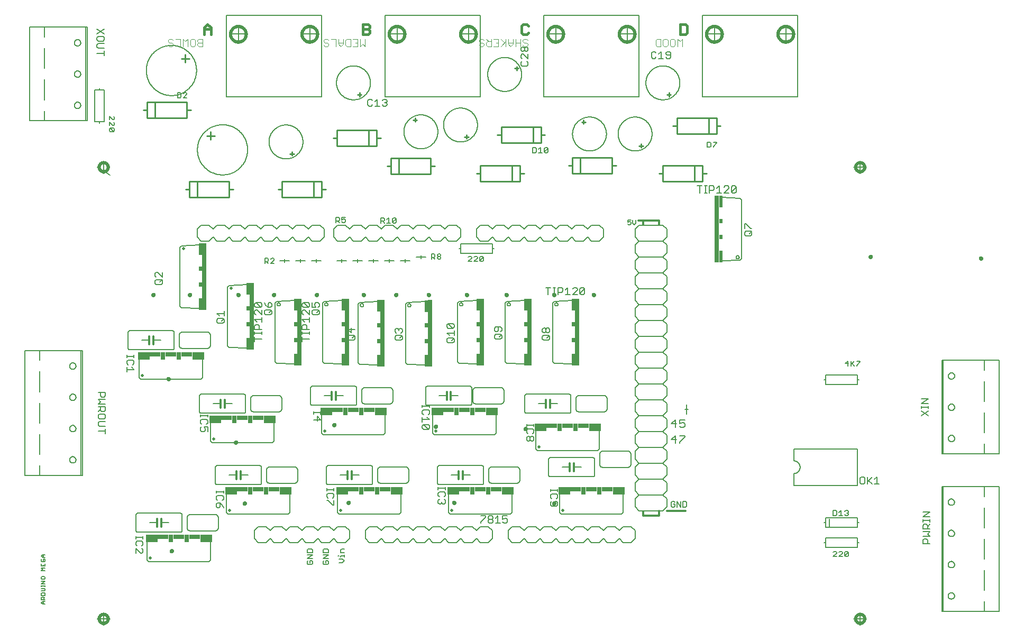
<source format=gto>
G75*
%MOIN*%
%OFA0B0*%
%FSLAX25Y25*%
%IPPOS*%
%LPD*%
%AMOC8*
5,1,8,0,0,1.08239X$1,22.5*
%
%ADD10C,0.01300*%
%ADD11C,0.02000*%
%ADD12C,0.00787*%
%ADD13C,0.00400*%
%ADD14C,0.00800*%
%ADD15C,0.01600*%
%ADD16C,0.00600*%
%ADD17C,0.01200*%
%ADD18C,0.00500*%
%ADD19C,0.01000*%
%ADD20C,0.00700*%
%ADD21C,0.02000*%
%ADD22R,0.07500X0.05000*%
%ADD23R,0.07000X0.03000*%
%ADD24R,0.03000X0.05000*%
%ADD25R,0.03000X0.42000*%
%ADD26R,0.02000X0.07500*%
%ADD27R,0.02000X0.03000*%
D10*
X0219265Y0175933D02*
X0219267Y0175985D01*
X0219273Y0176037D01*
X0219283Y0176089D01*
X0219296Y0176139D01*
X0219313Y0176189D01*
X0219334Y0176237D01*
X0219359Y0176283D01*
X0219387Y0176327D01*
X0219418Y0176369D01*
X0219452Y0176409D01*
X0219489Y0176446D01*
X0219529Y0176480D01*
X0219571Y0176511D01*
X0219615Y0176539D01*
X0219661Y0176564D01*
X0219709Y0176585D01*
X0219759Y0176602D01*
X0219809Y0176615D01*
X0219861Y0176625D01*
X0219913Y0176631D01*
X0219965Y0176633D01*
X0220017Y0176631D01*
X0220069Y0176625D01*
X0220121Y0176615D01*
X0220171Y0176602D01*
X0220221Y0176585D01*
X0220269Y0176564D01*
X0220315Y0176539D01*
X0220359Y0176511D01*
X0220401Y0176480D01*
X0220441Y0176446D01*
X0220478Y0176409D01*
X0220512Y0176369D01*
X0220543Y0176327D01*
X0220571Y0176283D01*
X0220596Y0176237D01*
X0220617Y0176189D01*
X0220634Y0176139D01*
X0220647Y0176089D01*
X0220657Y0176037D01*
X0220663Y0175985D01*
X0220665Y0175933D01*
X0220663Y0175881D01*
X0220657Y0175829D01*
X0220647Y0175777D01*
X0220634Y0175727D01*
X0220617Y0175677D01*
X0220596Y0175629D01*
X0220571Y0175583D01*
X0220543Y0175539D01*
X0220512Y0175497D01*
X0220478Y0175457D01*
X0220441Y0175420D01*
X0220401Y0175386D01*
X0220359Y0175355D01*
X0220315Y0175327D01*
X0220269Y0175302D01*
X0220221Y0175281D01*
X0220171Y0175264D01*
X0220121Y0175251D01*
X0220069Y0175241D01*
X0220017Y0175235D01*
X0219965Y0175233D01*
X0219913Y0175235D01*
X0219861Y0175241D01*
X0219809Y0175251D01*
X0219759Y0175264D01*
X0219709Y0175281D01*
X0219661Y0175302D01*
X0219615Y0175327D01*
X0219571Y0175355D01*
X0219529Y0175386D01*
X0219489Y0175420D01*
X0219452Y0175457D01*
X0219418Y0175497D01*
X0219387Y0175539D01*
X0219359Y0175583D01*
X0219334Y0175629D01*
X0219313Y0175677D01*
X0219296Y0175727D01*
X0219283Y0175777D01*
X0219273Y0175829D01*
X0219267Y0175881D01*
X0219265Y0175933D01*
X0265265Y0205933D02*
X0265267Y0205985D01*
X0265273Y0206037D01*
X0265283Y0206089D01*
X0265296Y0206139D01*
X0265313Y0206189D01*
X0265334Y0206237D01*
X0265359Y0206283D01*
X0265387Y0206327D01*
X0265418Y0206369D01*
X0265452Y0206409D01*
X0265489Y0206446D01*
X0265529Y0206480D01*
X0265571Y0206511D01*
X0265615Y0206539D01*
X0265661Y0206564D01*
X0265709Y0206585D01*
X0265759Y0206602D01*
X0265809Y0206615D01*
X0265861Y0206625D01*
X0265913Y0206631D01*
X0265965Y0206633D01*
X0266017Y0206631D01*
X0266069Y0206625D01*
X0266121Y0206615D01*
X0266171Y0206602D01*
X0266221Y0206585D01*
X0266269Y0206564D01*
X0266315Y0206539D01*
X0266359Y0206511D01*
X0266401Y0206480D01*
X0266441Y0206446D01*
X0266478Y0206409D01*
X0266512Y0206369D01*
X0266543Y0206327D01*
X0266571Y0206283D01*
X0266596Y0206237D01*
X0266617Y0206189D01*
X0266634Y0206139D01*
X0266647Y0206089D01*
X0266657Y0206037D01*
X0266663Y0205985D01*
X0266665Y0205933D01*
X0266663Y0205881D01*
X0266657Y0205829D01*
X0266647Y0205777D01*
X0266634Y0205727D01*
X0266617Y0205677D01*
X0266596Y0205629D01*
X0266571Y0205583D01*
X0266543Y0205539D01*
X0266512Y0205497D01*
X0266478Y0205457D01*
X0266441Y0205420D01*
X0266401Y0205386D01*
X0266359Y0205355D01*
X0266315Y0205327D01*
X0266269Y0205302D01*
X0266221Y0205281D01*
X0266171Y0205264D01*
X0266121Y0205251D01*
X0266069Y0205241D01*
X0266017Y0205235D01*
X0265965Y0205233D01*
X0265913Y0205235D01*
X0265861Y0205241D01*
X0265809Y0205251D01*
X0265759Y0205264D01*
X0265709Y0205281D01*
X0265661Y0205302D01*
X0265615Y0205327D01*
X0265571Y0205355D01*
X0265529Y0205386D01*
X0265489Y0205420D01*
X0265452Y0205457D01*
X0265418Y0205497D01*
X0265387Y0205539D01*
X0265359Y0205583D01*
X0265334Y0205629D01*
X0265313Y0205677D01*
X0265296Y0205727D01*
X0265283Y0205777D01*
X0265273Y0205829D01*
X0265267Y0205881D01*
X0265265Y0205933D01*
X0259765Y0244433D02*
X0259767Y0244485D01*
X0259773Y0244537D01*
X0259783Y0244589D01*
X0259796Y0244639D01*
X0259813Y0244689D01*
X0259834Y0244737D01*
X0259859Y0244783D01*
X0259887Y0244827D01*
X0259918Y0244869D01*
X0259952Y0244909D01*
X0259989Y0244946D01*
X0260029Y0244980D01*
X0260071Y0245011D01*
X0260115Y0245039D01*
X0260161Y0245064D01*
X0260209Y0245085D01*
X0260259Y0245102D01*
X0260309Y0245115D01*
X0260361Y0245125D01*
X0260413Y0245131D01*
X0260465Y0245133D01*
X0260517Y0245131D01*
X0260569Y0245125D01*
X0260621Y0245115D01*
X0260671Y0245102D01*
X0260721Y0245085D01*
X0260769Y0245064D01*
X0260815Y0245039D01*
X0260859Y0245011D01*
X0260901Y0244980D01*
X0260941Y0244946D01*
X0260978Y0244909D01*
X0261012Y0244869D01*
X0261043Y0244827D01*
X0261071Y0244783D01*
X0261096Y0244737D01*
X0261117Y0244689D01*
X0261134Y0244639D01*
X0261147Y0244589D01*
X0261157Y0244537D01*
X0261163Y0244485D01*
X0261165Y0244433D01*
X0261163Y0244381D01*
X0261157Y0244329D01*
X0261147Y0244277D01*
X0261134Y0244227D01*
X0261117Y0244177D01*
X0261096Y0244129D01*
X0261071Y0244083D01*
X0261043Y0244039D01*
X0261012Y0243997D01*
X0260978Y0243957D01*
X0260941Y0243920D01*
X0260901Y0243886D01*
X0260859Y0243855D01*
X0260815Y0243827D01*
X0260769Y0243802D01*
X0260721Y0243781D01*
X0260671Y0243764D01*
X0260621Y0243751D01*
X0260569Y0243741D01*
X0260517Y0243735D01*
X0260465Y0243733D01*
X0260413Y0243735D01*
X0260361Y0243741D01*
X0260309Y0243751D01*
X0260259Y0243764D01*
X0260209Y0243781D01*
X0260161Y0243802D01*
X0260115Y0243827D01*
X0260071Y0243855D01*
X0260029Y0243886D01*
X0259989Y0243920D01*
X0259952Y0243957D01*
X0259918Y0243997D01*
X0259887Y0244039D01*
X0259859Y0244083D01*
X0259834Y0244129D01*
X0259813Y0244177D01*
X0259796Y0244227D01*
X0259783Y0244277D01*
X0259773Y0244329D01*
X0259767Y0244381D01*
X0259765Y0244433D01*
X0217265Y0284433D02*
X0217267Y0284485D01*
X0217273Y0284537D01*
X0217283Y0284589D01*
X0217296Y0284639D01*
X0217313Y0284689D01*
X0217334Y0284737D01*
X0217359Y0284783D01*
X0217387Y0284827D01*
X0217418Y0284869D01*
X0217452Y0284909D01*
X0217489Y0284946D01*
X0217529Y0284980D01*
X0217571Y0285011D01*
X0217615Y0285039D01*
X0217661Y0285064D01*
X0217709Y0285085D01*
X0217759Y0285102D01*
X0217809Y0285115D01*
X0217861Y0285125D01*
X0217913Y0285131D01*
X0217965Y0285133D01*
X0218017Y0285131D01*
X0218069Y0285125D01*
X0218121Y0285115D01*
X0218171Y0285102D01*
X0218221Y0285085D01*
X0218269Y0285064D01*
X0218315Y0285039D01*
X0218359Y0285011D01*
X0218401Y0284980D01*
X0218441Y0284946D01*
X0218478Y0284909D01*
X0218512Y0284869D01*
X0218543Y0284827D01*
X0218571Y0284783D01*
X0218596Y0284737D01*
X0218617Y0284689D01*
X0218634Y0284639D01*
X0218647Y0284589D01*
X0218657Y0284537D01*
X0218663Y0284485D01*
X0218665Y0284433D01*
X0218663Y0284381D01*
X0218657Y0284329D01*
X0218647Y0284277D01*
X0218634Y0284227D01*
X0218617Y0284177D01*
X0218596Y0284129D01*
X0218571Y0284083D01*
X0218543Y0284039D01*
X0218512Y0283997D01*
X0218478Y0283957D01*
X0218441Y0283920D01*
X0218401Y0283886D01*
X0218359Y0283855D01*
X0218315Y0283827D01*
X0218269Y0283802D01*
X0218221Y0283781D01*
X0218171Y0283764D01*
X0218121Y0283751D01*
X0218069Y0283741D01*
X0218017Y0283735D01*
X0217965Y0283733D01*
X0217913Y0283735D01*
X0217861Y0283741D01*
X0217809Y0283751D01*
X0217759Y0283764D01*
X0217709Y0283781D01*
X0217661Y0283802D01*
X0217615Y0283827D01*
X0217571Y0283855D01*
X0217529Y0283886D01*
X0217489Y0283920D01*
X0217452Y0283957D01*
X0217418Y0283997D01*
X0217387Y0284039D01*
X0217359Y0284083D01*
X0217334Y0284129D01*
X0217313Y0284177D01*
X0217296Y0284227D01*
X0217283Y0284277D01*
X0217273Y0284329D01*
X0217267Y0284381D01*
X0217265Y0284433D01*
X0207765Y0337433D02*
X0207767Y0337485D01*
X0207773Y0337537D01*
X0207783Y0337589D01*
X0207796Y0337639D01*
X0207813Y0337689D01*
X0207834Y0337737D01*
X0207859Y0337783D01*
X0207887Y0337827D01*
X0207918Y0337869D01*
X0207952Y0337909D01*
X0207989Y0337946D01*
X0208029Y0337980D01*
X0208071Y0338011D01*
X0208115Y0338039D01*
X0208161Y0338064D01*
X0208209Y0338085D01*
X0208259Y0338102D01*
X0208309Y0338115D01*
X0208361Y0338125D01*
X0208413Y0338131D01*
X0208465Y0338133D01*
X0208517Y0338131D01*
X0208569Y0338125D01*
X0208621Y0338115D01*
X0208671Y0338102D01*
X0208721Y0338085D01*
X0208769Y0338064D01*
X0208815Y0338039D01*
X0208859Y0338011D01*
X0208901Y0337980D01*
X0208941Y0337946D01*
X0208978Y0337909D01*
X0209012Y0337869D01*
X0209043Y0337827D01*
X0209071Y0337783D01*
X0209096Y0337737D01*
X0209117Y0337689D01*
X0209134Y0337639D01*
X0209147Y0337589D01*
X0209157Y0337537D01*
X0209163Y0337485D01*
X0209165Y0337433D01*
X0209163Y0337381D01*
X0209157Y0337329D01*
X0209147Y0337277D01*
X0209134Y0337227D01*
X0209117Y0337177D01*
X0209096Y0337129D01*
X0209071Y0337083D01*
X0209043Y0337039D01*
X0209012Y0336997D01*
X0208978Y0336957D01*
X0208941Y0336920D01*
X0208901Y0336886D01*
X0208859Y0336855D01*
X0208815Y0336827D01*
X0208769Y0336802D01*
X0208721Y0336781D01*
X0208671Y0336764D01*
X0208621Y0336751D01*
X0208569Y0336741D01*
X0208517Y0336735D01*
X0208465Y0336733D01*
X0208413Y0336735D01*
X0208361Y0336741D01*
X0208309Y0336751D01*
X0208259Y0336764D01*
X0208209Y0336781D01*
X0208161Y0336802D01*
X0208115Y0336827D01*
X0208071Y0336855D01*
X0208029Y0336886D01*
X0207989Y0336920D01*
X0207952Y0336957D01*
X0207918Y0336997D01*
X0207887Y0337039D01*
X0207859Y0337083D01*
X0207834Y0337129D01*
X0207813Y0337177D01*
X0207796Y0337227D01*
X0207783Y0337277D01*
X0207773Y0337329D01*
X0207767Y0337381D01*
X0207765Y0337433D01*
X0230765Y0337433D02*
X0230767Y0337485D01*
X0230773Y0337537D01*
X0230783Y0337589D01*
X0230796Y0337639D01*
X0230813Y0337689D01*
X0230834Y0337737D01*
X0230859Y0337783D01*
X0230887Y0337827D01*
X0230918Y0337869D01*
X0230952Y0337909D01*
X0230989Y0337946D01*
X0231029Y0337980D01*
X0231071Y0338011D01*
X0231115Y0338039D01*
X0231161Y0338064D01*
X0231209Y0338085D01*
X0231259Y0338102D01*
X0231309Y0338115D01*
X0231361Y0338125D01*
X0231413Y0338131D01*
X0231465Y0338133D01*
X0231517Y0338131D01*
X0231569Y0338125D01*
X0231621Y0338115D01*
X0231671Y0338102D01*
X0231721Y0338085D01*
X0231769Y0338064D01*
X0231815Y0338039D01*
X0231859Y0338011D01*
X0231901Y0337980D01*
X0231941Y0337946D01*
X0231978Y0337909D01*
X0232012Y0337869D01*
X0232043Y0337827D01*
X0232071Y0337783D01*
X0232096Y0337737D01*
X0232117Y0337689D01*
X0232134Y0337639D01*
X0232147Y0337589D01*
X0232157Y0337537D01*
X0232163Y0337485D01*
X0232165Y0337433D01*
X0232163Y0337381D01*
X0232157Y0337329D01*
X0232147Y0337277D01*
X0232134Y0337227D01*
X0232117Y0337177D01*
X0232096Y0337129D01*
X0232071Y0337083D01*
X0232043Y0337039D01*
X0232012Y0336997D01*
X0231978Y0336957D01*
X0231941Y0336920D01*
X0231901Y0336886D01*
X0231859Y0336855D01*
X0231815Y0336827D01*
X0231769Y0336802D01*
X0231721Y0336781D01*
X0231671Y0336764D01*
X0231621Y0336751D01*
X0231569Y0336741D01*
X0231517Y0336735D01*
X0231465Y0336733D01*
X0231413Y0336735D01*
X0231361Y0336741D01*
X0231309Y0336751D01*
X0231259Y0336764D01*
X0231209Y0336781D01*
X0231161Y0336802D01*
X0231115Y0336827D01*
X0231071Y0336855D01*
X0231029Y0336886D01*
X0230989Y0336920D01*
X0230952Y0336957D01*
X0230918Y0336997D01*
X0230887Y0337039D01*
X0230859Y0337083D01*
X0230834Y0337129D01*
X0230813Y0337177D01*
X0230796Y0337227D01*
X0230783Y0337277D01*
X0230773Y0337329D01*
X0230767Y0337381D01*
X0230765Y0337433D01*
X0261265Y0337433D02*
X0261267Y0337485D01*
X0261273Y0337537D01*
X0261283Y0337589D01*
X0261296Y0337639D01*
X0261313Y0337689D01*
X0261334Y0337737D01*
X0261359Y0337783D01*
X0261387Y0337827D01*
X0261418Y0337869D01*
X0261452Y0337909D01*
X0261489Y0337946D01*
X0261529Y0337980D01*
X0261571Y0338011D01*
X0261615Y0338039D01*
X0261661Y0338064D01*
X0261709Y0338085D01*
X0261759Y0338102D01*
X0261809Y0338115D01*
X0261861Y0338125D01*
X0261913Y0338131D01*
X0261965Y0338133D01*
X0262017Y0338131D01*
X0262069Y0338125D01*
X0262121Y0338115D01*
X0262171Y0338102D01*
X0262221Y0338085D01*
X0262269Y0338064D01*
X0262315Y0338039D01*
X0262359Y0338011D01*
X0262401Y0337980D01*
X0262441Y0337946D01*
X0262478Y0337909D01*
X0262512Y0337869D01*
X0262543Y0337827D01*
X0262571Y0337783D01*
X0262596Y0337737D01*
X0262617Y0337689D01*
X0262634Y0337639D01*
X0262647Y0337589D01*
X0262657Y0337537D01*
X0262663Y0337485D01*
X0262665Y0337433D01*
X0262663Y0337381D01*
X0262657Y0337329D01*
X0262647Y0337277D01*
X0262634Y0337227D01*
X0262617Y0337177D01*
X0262596Y0337129D01*
X0262571Y0337083D01*
X0262543Y0337039D01*
X0262512Y0336997D01*
X0262478Y0336957D01*
X0262441Y0336920D01*
X0262401Y0336886D01*
X0262359Y0336855D01*
X0262315Y0336827D01*
X0262269Y0336802D01*
X0262221Y0336781D01*
X0262171Y0336764D01*
X0262121Y0336751D01*
X0262069Y0336741D01*
X0262017Y0336735D01*
X0261965Y0336733D01*
X0261913Y0336735D01*
X0261861Y0336741D01*
X0261809Y0336751D01*
X0261759Y0336764D01*
X0261709Y0336781D01*
X0261661Y0336802D01*
X0261615Y0336827D01*
X0261571Y0336855D01*
X0261529Y0336886D01*
X0261489Y0336920D01*
X0261452Y0336957D01*
X0261418Y0336997D01*
X0261387Y0337039D01*
X0261359Y0337083D01*
X0261334Y0337129D01*
X0261313Y0337177D01*
X0261296Y0337227D01*
X0261283Y0337277D01*
X0261273Y0337329D01*
X0261267Y0337381D01*
X0261265Y0337433D01*
X0283765Y0337433D02*
X0283767Y0337485D01*
X0283773Y0337537D01*
X0283783Y0337589D01*
X0283796Y0337639D01*
X0283813Y0337689D01*
X0283834Y0337737D01*
X0283859Y0337783D01*
X0283887Y0337827D01*
X0283918Y0337869D01*
X0283952Y0337909D01*
X0283989Y0337946D01*
X0284029Y0337980D01*
X0284071Y0338011D01*
X0284115Y0338039D01*
X0284161Y0338064D01*
X0284209Y0338085D01*
X0284259Y0338102D01*
X0284309Y0338115D01*
X0284361Y0338125D01*
X0284413Y0338131D01*
X0284465Y0338133D01*
X0284517Y0338131D01*
X0284569Y0338125D01*
X0284621Y0338115D01*
X0284671Y0338102D01*
X0284721Y0338085D01*
X0284769Y0338064D01*
X0284815Y0338039D01*
X0284859Y0338011D01*
X0284901Y0337980D01*
X0284941Y0337946D01*
X0284978Y0337909D01*
X0285012Y0337869D01*
X0285043Y0337827D01*
X0285071Y0337783D01*
X0285096Y0337737D01*
X0285117Y0337689D01*
X0285134Y0337639D01*
X0285147Y0337589D01*
X0285157Y0337537D01*
X0285163Y0337485D01*
X0285165Y0337433D01*
X0285163Y0337381D01*
X0285157Y0337329D01*
X0285147Y0337277D01*
X0285134Y0337227D01*
X0285117Y0337177D01*
X0285096Y0337129D01*
X0285071Y0337083D01*
X0285043Y0337039D01*
X0285012Y0336997D01*
X0284978Y0336957D01*
X0284941Y0336920D01*
X0284901Y0336886D01*
X0284859Y0336855D01*
X0284815Y0336827D01*
X0284769Y0336802D01*
X0284721Y0336781D01*
X0284671Y0336764D01*
X0284621Y0336751D01*
X0284569Y0336741D01*
X0284517Y0336735D01*
X0284465Y0336733D01*
X0284413Y0336735D01*
X0284361Y0336741D01*
X0284309Y0336751D01*
X0284259Y0336764D01*
X0284209Y0336781D01*
X0284161Y0336802D01*
X0284115Y0336827D01*
X0284071Y0336855D01*
X0284029Y0336886D01*
X0283989Y0336920D01*
X0283952Y0336957D01*
X0283918Y0336997D01*
X0283887Y0337039D01*
X0283859Y0337083D01*
X0283834Y0337129D01*
X0283813Y0337177D01*
X0283796Y0337227D01*
X0283783Y0337277D01*
X0283773Y0337329D01*
X0283767Y0337381D01*
X0283765Y0337433D01*
X0310765Y0337433D02*
X0310767Y0337485D01*
X0310773Y0337537D01*
X0310783Y0337589D01*
X0310796Y0337639D01*
X0310813Y0337689D01*
X0310834Y0337737D01*
X0310859Y0337783D01*
X0310887Y0337827D01*
X0310918Y0337869D01*
X0310952Y0337909D01*
X0310989Y0337946D01*
X0311029Y0337980D01*
X0311071Y0338011D01*
X0311115Y0338039D01*
X0311161Y0338064D01*
X0311209Y0338085D01*
X0311259Y0338102D01*
X0311309Y0338115D01*
X0311361Y0338125D01*
X0311413Y0338131D01*
X0311465Y0338133D01*
X0311517Y0338131D01*
X0311569Y0338125D01*
X0311621Y0338115D01*
X0311671Y0338102D01*
X0311721Y0338085D01*
X0311769Y0338064D01*
X0311815Y0338039D01*
X0311859Y0338011D01*
X0311901Y0337980D01*
X0311941Y0337946D01*
X0311978Y0337909D01*
X0312012Y0337869D01*
X0312043Y0337827D01*
X0312071Y0337783D01*
X0312096Y0337737D01*
X0312117Y0337689D01*
X0312134Y0337639D01*
X0312147Y0337589D01*
X0312157Y0337537D01*
X0312163Y0337485D01*
X0312165Y0337433D01*
X0312163Y0337381D01*
X0312157Y0337329D01*
X0312147Y0337277D01*
X0312134Y0337227D01*
X0312117Y0337177D01*
X0312096Y0337129D01*
X0312071Y0337083D01*
X0312043Y0337039D01*
X0312012Y0336997D01*
X0311978Y0336957D01*
X0311941Y0336920D01*
X0311901Y0336886D01*
X0311859Y0336855D01*
X0311815Y0336827D01*
X0311769Y0336802D01*
X0311721Y0336781D01*
X0311671Y0336764D01*
X0311621Y0336751D01*
X0311569Y0336741D01*
X0311517Y0336735D01*
X0311465Y0336733D01*
X0311413Y0336735D01*
X0311361Y0336741D01*
X0311309Y0336751D01*
X0311259Y0336764D01*
X0311209Y0336781D01*
X0311161Y0336802D01*
X0311115Y0336827D01*
X0311071Y0336855D01*
X0311029Y0336886D01*
X0310989Y0336920D01*
X0310952Y0336957D01*
X0310918Y0336997D01*
X0310887Y0337039D01*
X0310859Y0337083D01*
X0310834Y0337129D01*
X0310813Y0337177D01*
X0310796Y0337227D01*
X0310783Y0337277D01*
X0310773Y0337329D01*
X0310767Y0337381D01*
X0310765Y0337433D01*
X0340265Y0337433D02*
X0340267Y0337485D01*
X0340273Y0337537D01*
X0340283Y0337589D01*
X0340296Y0337639D01*
X0340313Y0337689D01*
X0340334Y0337737D01*
X0340359Y0337783D01*
X0340387Y0337827D01*
X0340418Y0337869D01*
X0340452Y0337909D01*
X0340489Y0337946D01*
X0340529Y0337980D01*
X0340571Y0338011D01*
X0340615Y0338039D01*
X0340661Y0338064D01*
X0340709Y0338085D01*
X0340759Y0338102D01*
X0340809Y0338115D01*
X0340861Y0338125D01*
X0340913Y0338131D01*
X0340965Y0338133D01*
X0341017Y0338131D01*
X0341069Y0338125D01*
X0341121Y0338115D01*
X0341171Y0338102D01*
X0341221Y0338085D01*
X0341269Y0338064D01*
X0341315Y0338039D01*
X0341359Y0338011D01*
X0341401Y0337980D01*
X0341441Y0337946D01*
X0341478Y0337909D01*
X0341512Y0337869D01*
X0341543Y0337827D01*
X0341571Y0337783D01*
X0341596Y0337737D01*
X0341617Y0337689D01*
X0341634Y0337639D01*
X0341647Y0337589D01*
X0341657Y0337537D01*
X0341663Y0337485D01*
X0341665Y0337433D01*
X0341663Y0337381D01*
X0341657Y0337329D01*
X0341647Y0337277D01*
X0341634Y0337227D01*
X0341617Y0337177D01*
X0341596Y0337129D01*
X0341571Y0337083D01*
X0341543Y0337039D01*
X0341512Y0336997D01*
X0341478Y0336957D01*
X0341441Y0336920D01*
X0341401Y0336886D01*
X0341359Y0336855D01*
X0341315Y0336827D01*
X0341269Y0336802D01*
X0341221Y0336781D01*
X0341171Y0336764D01*
X0341121Y0336751D01*
X0341069Y0336741D01*
X0341017Y0336735D01*
X0340965Y0336733D01*
X0340913Y0336735D01*
X0340861Y0336741D01*
X0340809Y0336751D01*
X0340759Y0336764D01*
X0340709Y0336781D01*
X0340661Y0336802D01*
X0340615Y0336827D01*
X0340571Y0336855D01*
X0340529Y0336886D01*
X0340489Y0336920D01*
X0340452Y0336957D01*
X0340418Y0336997D01*
X0340387Y0337039D01*
X0340359Y0337083D01*
X0340334Y0337129D01*
X0340313Y0337177D01*
X0340296Y0337227D01*
X0340283Y0337277D01*
X0340273Y0337329D01*
X0340267Y0337381D01*
X0340265Y0337433D01*
X0360765Y0337433D02*
X0360767Y0337485D01*
X0360773Y0337537D01*
X0360783Y0337589D01*
X0360796Y0337639D01*
X0360813Y0337689D01*
X0360834Y0337737D01*
X0360859Y0337783D01*
X0360887Y0337827D01*
X0360918Y0337869D01*
X0360952Y0337909D01*
X0360989Y0337946D01*
X0361029Y0337980D01*
X0361071Y0338011D01*
X0361115Y0338039D01*
X0361161Y0338064D01*
X0361209Y0338085D01*
X0361259Y0338102D01*
X0361309Y0338115D01*
X0361361Y0338125D01*
X0361413Y0338131D01*
X0361465Y0338133D01*
X0361517Y0338131D01*
X0361569Y0338125D01*
X0361621Y0338115D01*
X0361671Y0338102D01*
X0361721Y0338085D01*
X0361769Y0338064D01*
X0361815Y0338039D01*
X0361859Y0338011D01*
X0361901Y0337980D01*
X0361941Y0337946D01*
X0361978Y0337909D01*
X0362012Y0337869D01*
X0362043Y0337827D01*
X0362071Y0337783D01*
X0362096Y0337737D01*
X0362117Y0337689D01*
X0362134Y0337639D01*
X0362147Y0337589D01*
X0362157Y0337537D01*
X0362163Y0337485D01*
X0362165Y0337433D01*
X0362163Y0337381D01*
X0362157Y0337329D01*
X0362147Y0337277D01*
X0362134Y0337227D01*
X0362117Y0337177D01*
X0362096Y0337129D01*
X0362071Y0337083D01*
X0362043Y0337039D01*
X0362012Y0336997D01*
X0361978Y0336957D01*
X0361941Y0336920D01*
X0361901Y0336886D01*
X0361859Y0336855D01*
X0361815Y0336827D01*
X0361769Y0336802D01*
X0361721Y0336781D01*
X0361671Y0336764D01*
X0361621Y0336751D01*
X0361569Y0336741D01*
X0361517Y0336735D01*
X0361465Y0336733D01*
X0361413Y0336735D01*
X0361361Y0336741D01*
X0361309Y0336751D01*
X0361259Y0336764D01*
X0361209Y0336781D01*
X0361161Y0336802D01*
X0361115Y0336827D01*
X0361071Y0336855D01*
X0361029Y0336886D01*
X0360989Y0336920D01*
X0360952Y0336957D01*
X0360918Y0336997D01*
X0360887Y0337039D01*
X0360859Y0337083D01*
X0360834Y0337129D01*
X0360813Y0337177D01*
X0360796Y0337227D01*
X0360783Y0337277D01*
X0360773Y0337329D01*
X0360767Y0337381D01*
X0360765Y0337433D01*
X0381265Y0337433D02*
X0381267Y0337485D01*
X0381273Y0337537D01*
X0381283Y0337589D01*
X0381296Y0337639D01*
X0381313Y0337689D01*
X0381334Y0337737D01*
X0381359Y0337783D01*
X0381387Y0337827D01*
X0381418Y0337869D01*
X0381452Y0337909D01*
X0381489Y0337946D01*
X0381529Y0337980D01*
X0381571Y0338011D01*
X0381615Y0338039D01*
X0381661Y0338064D01*
X0381709Y0338085D01*
X0381759Y0338102D01*
X0381809Y0338115D01*
X0381861Y0338125D01*
X0381913Y0338131D01*
X0381965Y0338133D01*
X0382017Y0338131D01*
X0382069Y0338125D01*
X0382121Y0338115D01*
X0382171Y0338102D01*
X0382221Y0338085D01*
X0382269Y0338064D01*
X0382315Y0338039D01*
X0382359Y0338011D01*
X0382401Y0337980D01*
X0382441Y0337946D01*
X0382478Y0337909D01*
X0382512Y0337869D01*
X0382543Y0337827D01*
X0382571Y0337783D01*
X0382596Y0337737D01*
X0382617Y0337689D01*
X0382634Y0337639D01*
X0382647Y0337589D01*
X0382657Y0337537D01*
X0382663Y0337485D01*
X0382665Y0337433D01*
X0382663Y0337381D01*
X0382657Y0337329D01*
X0382647Y0337277D01*
X0382634Y0337227D01*
X0382617Y0337177D01*
X0382596Y0337129D01*
X0382571Y0337083D01*
X0382543Y0337039D01*
X0382512Y0336997D01*
X0382478Y0336957D01*
X0382441Y0336920D01*
X0382401Y0336886D01*
X0382359Y0336855D01*
X0382315Y0336827D01*
X0382269Y0336802D01*
X0382221Y0336781D01*
X0382171Y0336764D01*
X0382121Y0336751D01*
X0382069Y0336741D01*
X0382017Y0336735D01*
X0381965Y0336733D01*
X0381913Y0336735D01*
X0381861Y0336741D01*
X0381809Y0336751D01*
X0381759Y0336764D01*
X0381709Y0336781D01*
X0381661Y0336802D01*
X0381615Y0336827D01*
X0381571Y0336855D01*
X0381529Y0336886D01*
X0381489Y0336920D01*
X0381452Y0336957D01*
X0381418Y0336997D01*
X0381387Y0337039D01*
X0381359Y0337083D01*
X0381334Y0337129D01*
X0381313Y0337177D01*
X0381296Y0337227D01*
X0381283Y0337277D01*
X0381273Y0337329D01*
X0381267Y0337381D01*
X0381265Y0337433D01*
X0405265Y0337433D02*
X0405267Y0337485D01*
X0405273Y0337537D01*
X0405283Y0337589D01*
X0405296Y0337639D01*
X0405313Y0337689D01*
X0405334Y0337737D01*
X0405359Y0337783D01*
X0405387Y0337827D01*
X0405418Y0337869D01*
X0405452Y0337909D01*
X0405489Y0337946D01*
X0405529Y0337980D01*
X0405571Y0338011D01*
X0405615Y0338039D01*
X0405661Y0338064D01*
X0405709Y0338085D01*
X0405759Y0338102D01*
X0405809Y0338115D01*
X0405861Y0338125D01*
X0405913Y0338131D01*
X0405965Y0338133D01*
X0406017Y0338131D01*
X0406069Y0338125D01*
X0406121Y0338115D01*
X0406171Y0338102D01*
X0406221Y0338085D01*
X0406269Y0338064D01*
X0406315Y0338039D01*
X0406359Y0338011D01*
X0406401Y0337980D01*
X0406441Y0337946D01*
X0406478Y0337909D01*
X0406512Y0337869D01*
X0406543Y0337827D01*
X0406571Y0337783D01*
X0406596Y0337737D01*
X0406617Y0337689D01*
X0406634Y0337639D01*
X0406647Y0337589D01*
X0406657Y0337537D01*
X0406663Y0337485D01*
X0406665Y0337433D01*
X0406663Y0337381D01*
X0406657Y0337329D01*
X0406647Y0337277D01*
X0406634Y0337227D01*
X0406617Y0337177D01*
X0406596Y0337129D01*
X0406571Y0337083D01*
X0406543Y0337039D01*
X0406512Y0336997D01*
X0406478Y0336957D01*
X0406441Y0336920D01*
X0406401Y0336886D01*
X0406359Y0336855D01*
X0406315Y0336827D01*
X0406269Y0336802D01*
X0406221Y0336781D01*
X0406171Y0336764D01*
X0406121Y0336751D01*
X0406069Y0336741D01*
X0406017Y0336735D01*
X0405965Y0336733D01*
X0405913Y0336735D01*
X0405861Y0336741D01*
X0405809Y0336751D01*
X0405759Y0336764D01*
X0405709Y0336781D01*
X0405661Y0336802D01*
X0405615Y0336827D01*
X0405571Y0336855D01*
X0405529Y0336886D01*
X0405489Y0336920D01*
X0405452Y0336957D01*
X0405418Y0336997D01*
X0405387Y0337039D01*
X0405359Y0337083D01*
X0405334Y0337129D01*
X0405313Y0337177D01*
X0405296Y0337227D01*
X0405283Y0337277D01*
X0405273Y0337329D01*
X0405267Y0337381D01*
X0405265Y0337433D01*
X0430265Y0337433D02*
X0430267Y0337485D01*
X0430273Y0337537D01*
X0430283Y0337589D01*
X0430296Y0337639D01*
X0430313Y0337689D01*
X0430334Y0337737D01*
X0430359Y0337783D01*
X0430387Y0337827D01*
X0430418Y0337869D01*
X0430452Y0337909D01*
X0430489Y0337946D01*
X0430529Y0337980D01*
X0430571Y0338011D01*
X0430615Y0338039D01*
X0430661Y0338064D01*
X0430709Y0338085D01*
X0430759Y0338102D01*
X0430809Y0338115D01*
X0430861Y0338125D01*
X0430913Y0338131D01*
X0430965Y0338133D01*
X0431017Y0338131D01*
X0431069Y0338125D01*
X0431121Y0338115D01*
X0431171Y0338102D01*
X0431221Y0338085D01*
X0431269Y0338064D01*
X0431315Y0338039D01*
X0431359Y0338011D01*
X0431401Y0337980D01*
X0431441Y0337946D01*
X0431478Y0337909D01*
X0431512Y0337869D01*
X0431543Y0337827D01*
X0431571Y0337783D01*
X0431596Y0337737D01*
X0431617Y0337689D01*
X0431634Y0337639D01*
X0431647Y0337589D01*
X0431657Y0337537D01*
X0431663Y0337485D01*
X0431665Y0337433D01*
X0431663Y0337381D01*
X0431657Y0337329D01*
X0431647Y0337277D01*
X0431634Y0337227D01*
X0431617Y0337177D01*
X0431596Y0337129D01*
X0431571Y0337083D01*
X0431543Y0337039D01*
X0431512Y0336997D01*
X0431478Y0336957D01*
X0431441Y0336920D01*
X0431401Y0336886D01*
X0431359Y0336855D01*
X0431315Y0336827D01*
X0431269Y0336802D01*
X0431221Y0336781D01*
X0431171Y0336764D01*
X0431121Y0336751D01*
X0431069Y0336741D01*
X0431017Y0336735D01*
X0430965Y0336733D01*
X0430913Y0336735D01*
X0430861Y0336741D01*
X0430809Y0336751D01*
X0430759Y0336764D01*
X0430709Y0336781D01*
X0430661Y0336802D01*
X0430615Y0336827D01*
X0430571Y0336855D01*
X0430529Y0336886D01*
X0430489Y0336920D01*
X0430452Y0336957D01*
X0430418Y0336997D01*
X0430387Y0337039D01*
X0430359Y0337083D01*
X0430334Y0337129D01*
X0430313Y0337177D01*
X0430296Y0337227D01*
X0430283Y0337277D01*
X0430273Y0337329D01*
X0430267Y0337381D01*
X0430265Y0337433D01*
X0460265Y0337433D02*
X0460267Y0337485D01*
X0460273Y0337537D01*
X0460283Y0337589D01*
X0460296Y0337639D01*
X0460313Y0337689D01*
X0460334Y0337737D01*
X0460359Y0337783D01*
X0460387Y0337827D01*
X0460418Y0337869D01*
X0460452Y0337909D01*
X0460489Y0337946D01*
X0460529Y0337980D01*
X0460571Y0338011D01*
X0460615Y0338039D01*
X0460661Y0338064D01*
X0460709Y0338085D01*
X0460759Y0338102D01*
X0460809Y0338115D01*
X0460861Y0338125D01*
X0460913Y0338131D01*
X0460965Y0338133D01*
X0461017Y0338131D01*
X0461069Y0338125D01*
X0461121Y0338115D01*
X0461171Y0338102D01*
X0461221Y0338085D01*
X0461269Y0338064D01*
X0461315Y0338039D01*
X0461359Y0338011D01*
X0461401Y0337980D01*
X0461441Y0337946D01*
X0461478Y0337909D01*
X0461512Y0337869D01*
X0461543Y0337827D01*
X0461571Y0337783D01*
X0461596Y0337737D01*
X0461617Y0337689D01*
X0461634Y0337639D01*
X0461647Y0337589D01*
X0461657Y0337537D01*
X0461663Y0337485D01*
X0461665Y0337433D01*
X0461663Y0337381D01*
X0461657Y0337329D01*
X0461647Y0337277D01*
X0461634Y0337227D01*
X0461617Y0337177D01*
X0461596Y0337129D01*
X0461571Y0337083D01*
X0461543Y0337039D01*
X0461512Y0336997D01*
X0461478Y0336957D01*
X0461441Y0336920D01*
X0461401Y0336886D01*
X0461359Y0336855D01*
X0461315Y0336827D01*
X0461269Y0336802D01*
X0461221Y0336781D01*
X0461171Y0336764D01*
X0461121Y0336751D01*
X0461069Y0336741D01*
X0461017Y0336735D01*
X0460965Y0336733D01*
X0460913Y0336735D01*
X0460861Y0336741D01*
X0460809Y0336751D01*
X0460759Y0336764D01*
X0460709Y0336781D01*
X0460661Y0336802D01*
X0460615Y0336827D01*
X0460571Y0336855D01*
X0460529Y0336886D01*
X0460489Y0336920D01*
X0460452Y0336957D01*
X0460418Y0336997D01*
X0460387Y0337039D01*
X0460359Y0337083D01*
X0460334Y0337129D01*
X0460313Y0337177D01*
X0460296Y0337227D01*
X0460283Y0337277D01*
X0460273Y0337329D01*
X0460267Y0337381D01*
X0460265Y0337433D01*
X0485265Y0337433D02*
X0485267Y0337485D01*
X0485273Y0337537D01*
X0485283Y0337589D01*
X0485296Y0337639D01*
X0485313Y0337689D01*
X0485334Y0337737D01*
X0485359Y0337783D01*
X0485387Y0337827D01*
X0485418Y0337869D01*
X0485452Y0337909D01*
X0485489Y0337946D01*
X0485529Y0337980D01*
X0485571Y0338011D01*
X0485615Y0338039D01*
X0485661Y0338064D01*
X0485709Y0338085D01*
X0485759Y0338102D01*
X0485809Y0338115D01*
X0485861Y0338125D01*
X0485913Y0338131D01*
X0485965Y0338133D01*
X0486017Y0338131D01*
X0486069Y0338125D01*
X0486121Y0338115D01*
X0486171Y0338102D01*
X0486221Y0338085D01*
X0486269Y0338064D01*
X0486315Y0338039D01*
X0486359Y0338011D01*
X0486401Y0337980D01*
X0486441Y0337946D01*
X0486478Y0337909D01*
X0486512Y0337869D01*
X0486543Y0337827D01*
X0486571Y0337783D01*
X0486596Y0337737D01*
X0486617Y0337689D01*
X0486634Y0337639D01*
X0486647Y0337589D01*
X0486657Y0337537D01*
X0486663Y0337485D01*
X0486665Y0337433D01*
X0486663Y0337381D01*
X0486657Y0337329D01*
X0486647Y0337277D01*
X0486634Y0337227D01*
X0486617Y0337177D01*
X0486596Y0337129D01*
X0486571Y0337083D01*
X0486543Y0337039D01*
X0486512Y0336997D01*
X0486478Y0336957D01*
X0486441Y0336920D01*
X0486401Y0336886D01*
X0486359Y0336855D01*
X0486315Y0336827D01*
X0486269Y0336802D01*
X0486221Y0336781D01*
X0486171Y0336764D01*
X0486121Y0336751D01*
X0486069Y0336741D01*
X0486017Y0336735D01*
X0485965Y0336733D01*
X0485913Y0336735D01*
X0485861Y0336741D01*
X0485809Y0336751D01*
X0485759Y0336764D01*
X0485709Y0336781D01*
X0485661Y0336802D01*
X0485615Y0336827D01*
X0485571Y0336855D01*
X0485529Y0336886D01*
X0485489Y0336920D01*
X0485452Y0336957D01*
X0485418Y0336997D01*
X0485387Y0337039D01*
X0485359Y0337083D01*
X0485334Y0337129D01*
X0485313Y0337177D01*
X0485296Y0337227D01*
X0485283Y0337277D01*
X0485273Y0337329D01*
X0485267Y0337381D01*
X0485265Y0337433D01*
X0442265Y0252933D02*
X0442267Y0252985D01*
X0442273Y0253037D01*
X0442283Y0253089D01*
X0442296Y0253139D01*
X0442313Y0253189D01*
X0442334Y0253237D01*
X0442359Y0253283D01*
X0442387Y0253327D01*
X0442418Y0253369D01*
X0442452Y0253409D01*
X0442489Y0253446D01*
X0442529Y0253480D01*
X0442571Y0253511D01*
X0442615Y0253539D01*
X0442661Y0253564D01*
X0442709Y0253585D01*
X0442759Y0253602D01*
X0442809Y0253615D01*
X0442861Y0253625D01*
X0442913Y0253631D01*
X0442965Y0253633D01*
X0443017Y0253631D01*
X0443069Y0253625D01*
X0443121Y0253615D01*
X0443171Y0253602D01*
X0443221Y0253585D01*
X0443269Y0253564D01*
X0443315Y0253539D01*
X0443359Y0253511D01*
X0443401Y0253480D01*
X0443441Y0253446D01*
X0443478Y0253409D01*
X0443512Y0253369D01*
X0443543Y0253327D01*
X0443571Y0253283D01*
X0443596Y0253237D01*
X0443617Y0253189D01*
X0443634Y0253139D01*
X0443647Y0253089D01*
X0443657Y0253037D01*
X0443663Y0252985D01*
X0443665Y0252933D01*
X0443663Y0252881D01*
X0443657Y0252829D01*
X0443647Y0252777D01*
X0443634Y0252727D01*
X0443617Y0252677D01*
X0443596Y0252629D01*
X0443571Y0252583D01*
X0443543Y0252539D01*
X0443512Y0252497D01*
X0443478Y0252457D01*
X0443441Y0252420D01*
X0443401Y0252386D01*
X0443359Y0252355D01*
X0443315Y0252327D01*
X0443269Y0252302D01*
X0443221Y0252281D01*
X0443171Y0252264D01*
X0443121Y0252251D01*
X0443069Y0252241D01*
X0443017Y0252235D01*
X0442965Y0252233D01*
X0442913Y0252235D01*
X0442861Y0252241D01*
X0442809Y0252251D01*
X0442759Y0252264D01*
X0442709Y0252281D01*
X0442661Y0252302D01*
X0442615Y0252327D01*
X0442571Y0252355D01*
X0442529Y0252386D01*
X0442489Y0252420D01*
X0442452Y0252457D01*
X0442418Y0252497D01*
X0442387Y0252539D01*
X0442359Y0252583D01*
X0442334Y0252629D01*
X0442313Y0252677D01*
X0442296Y0252727D01*
X0442283Y0252777D01*
X0442273Y0252829D01*
X0442267Y0252881D01*
X0442265Y0252933D01*
X0385765Y0254433D02*
X0385767Y0254485D01*
X0385773Y0254537D01*
X0385783Y0254589D01*
X0385796Y0254639D01*
X0385813Y0254689D01*
X0385834Y0254737D01*
X0385859Y0254783D01*
X0385887Y0254827D01*
X0385918Y0254869D01*
X0385952Y0254909D01*
X0385989Y0254946D01*
X0386029Y0254980D01*
X0386071Y0255011D01*
X0386115Y0255039D01*
X0386161Y0255064D01*
X0386209Y0255085D01*
X0386259Y0255102D01*
X0386309Y0255115D01*
X0386361Y0255125D01*
X0386413Y0255131D01*
X0386465Y0255133D01*
X0386517Y0255131D01*
X0386569Y0255125D01*
X0386621Y0255115D01*
X0386671Y0255102D01*
X0386721Y0255085D01*
X0386769Y0255064D01*
X0386815Y0255039D01*
X0386859Y0255011D01*
X0386901Y0254980D01*
X0386941Y0254946D01*
X0386978Y0254909D01*
X0387012Y0254869D01*
X0387043Y0254827D01*
X0387071Y0254783D01*
X0387096Y0254737D01*
X0387117Y0254689D01*
X0387134Y0254639D01*
X0387147Y0254589D01*
X0387157Y0254537D01*
X0387163Y0254485D01*
X0387165Y0254433D01*
X0387163Y0254381D01*
X0387157Y0254329D01*
X0387147Y0254277D01*
X0387134Y0254227D01*
X0387117Y0254177D01*
X0387096Y0254129D01*
X0387071Y0254083D01*
X0387043Y0254039D01*
X0387012Y0253997D01*
X0386978Y0253957D01*
X0386941Y0253920D01*
X0386901Y0253886D01*
X0386859Y0253855D01*
X0386815Y0253827D01*
X0386769Y0253802D01*
X0386721Y0253781D01*
X0386671Y0253764D01*
X0386621Y0253751D01*
X0386569Y0253741D01*
X0386517Y0253735D01*
X0386465Y0253733D01*
X0386413Y0253735D01*
X0386361Y0253741D01*
X0386309Y0253751D01*
X0386259Y0253764D01*
X0386209Y0253781D01*
X0386161Y0253802D01*
X0386115Y0253827D01*
X0386071Y0253855D01*
X0386029Y0253886D01*
X0385989Y0253920D01*
X0385952Y0253957D01*
X0385918Y0253997D01*
X0385887Y0254039D01*
X0385859Y0254083D01*
X0385834Y0254129D01*
X0385813Y0254177D01*
X0385796Y0254227D01*
X0385783Y0254277D01*
X0385773Y0254329D01*
X0385767Y0254381D01*
X0385765Y0254433D01*
X0397265Y0206433D02*
X0397267Y0206485D01*
X0397273Y0206537D01*
X0397283Y0206589D01*
X0397296Y0206639D01*
X0397313Y0206689D01*
X0397334Y0206737D01*
X0397359Y0206783D01*
X0397387Y0206827D01*
X0397418Y0206869D01*
X0397452Y0206909D01*
X0397489Y0206946D01*
X0397529Y0206980D01*
X0397571Y0207011D01*
X0397615Y0207039D01*
X0397661Y0207064D01*
X0397709Y0207085D01*
X0397759Y0207102D01*
X0397809Y0207115D01*
X0397861Y0207125D01*
X0397913Y0207131D01*
X0397965Y0207133D01*
X0398017Y0207131D01*
X0398069Y0207125D01*
X0398121Y0207115D01*
X0398171Y0207102D01*
X0398221Y0207085D01*
X0398269Y0207064D01*
X0398315Y0207039D01*
X0398359Y0207011D01*
X0398401Y0206980D01*
X0398441Y0206946D01*
X0398478Y0206909D01*
X0398512Y0206869D01*
X0398543Y0206827D01*
X0398571Y0206783D01*
X0398596Y0206737D01*
X0398617Y0206689D01*
X0398634Y0206639D01*
X0398647Y0206589D01*
X0398657Y0206537D01*
X0398663Y0206485D01*
X0398665Y0206433D01*
X0398663Y0206381D01*
X0398657Y0206329D01*
X0398647Y0206277D01*
X0398634Y0206227D01*
X0398617Y0206177D01*
X0398596Y0206129D01*
X0398571Y0206083D01*
X0398543Y0206039D01*
X0398512Y0205997D01*
X0398478Y0205957D01*
X0398441Y0205920D01*
X0398401Y0205886D01*
X0398359Y0205855D01*
X0398315Y0205827D01*
X0398269Y0205802D01*
X0398221Y0205781D01*
X0398171Y0205764D01*
X0398121Y0205751D01*
X0398069Y0205741D01*
X0398017Y0205735D01*
X0397965Y0205733D01*
X0397913Y0205735D01*
X0397861Y0205741D01*
X0397809Y0205751D01*
X0397759Y0205764D01*
X0397709Y0205781D01*
X0397661Y0205802D01*
X0397615Y0205827D01*
X0397571Y0205855D01*
X0397529Y0205886D01*
X0397489Y0205920D01*
X0397452Y0205957D01*
X0397418Y0205997D01*
X0397387Y0206039D01*
X0397359Y0206083D01*
X0397334Y0206129D01*
X0397313Y0206177D01*
X0397296Y0206227D01*
X0397283Y0206277D01*
X0397273Y0206329D01*
X0397267Y0206381D01*
X0397265Y0206433D01*
X0460265Y0205933D02*
X0460267Y0205985D01*
X0460273Y0206037D01*
X0460283Y0206089D01*
X0460296Y0206139D01*
X0460313Y0206189D01*
X0460334Y0206237D01*
X0460359Y0206283D01*
X0460387Y0206327D01*
X0460418Y0206369D01*
X0460452Y0206409D01*
X0460489Y0206446D01*
X0460529Y0206480D01*
X0460571Y0206511D01*
X0460615Y0206539D01*
X0460661Y0206564D01*
X0460709Y0206585D01*
X0460759Y0206602D01*
X0460809Y0206615D01*
X0460861Y0206625D01*
X0460913Y0206631D01*
X0460965Y0206633D01*
X0461017Y0206631D01*
X0461069Y0206625D01*
X0461121Y0206615D01*
X0461171Y0206602D01*
X0461221Y0206585D01*
X0461269Y0206564D01*
X0461315Y0206539D01*
X0461359Y0206511D01*
X0461401Y0206480D01*
X0461441Y0206446D01*
X0461478Y0206409D01*
X0461512Y0206369D01*
X0461543Y0206327D01*
X0461571Y0206283D01*
X0461596Y0206237D01*
X0461617Y0206189D01*
X0461634Y0206139D01*
X0461647Y0206089D01*
X0461657Y0206037D01*
X0461663Y0205985D01*
X0461665Y0205933D01*
X0461663Y0205881D01*
X0461657Y0205829D01*
X0461647Y0205777D01*
X0461634Y0205727D01*
X0461617Y0205677D01*
X0461596Y0205629D01*
X0461571Y0205583D01*
X0461543Y0205539D01*
X0461512Y0205497D01*
X0461478Y0205457D01*
X0461441Y0205420D01*
X0461401Y0205386D01*
X0461359Y0205355D01*
X0461315Y0205327D01*
X0461269Y0205302D01*
X0461221Y0205281D01*
X0461171Y0205264D01*
X0461121Y0205251D01*
X0461069Y0205241D01*
X0461017Y0205235D01*
X0460965Y0205233D01*
X0460913Y0205235D01*
X0460861Y0205241D01*
X0460809Y0205251D01*
X0460759Y0205264D01*
X0460709Y0205281D01*
X0460661Y0205302D01*
X0460615Y0205327D01*
X0460571Y0205355D01*
X0460529Y0205386D01*
X0460489Y0205420D01*
X0460452Y0205457D01*
X0460418Y0205497D01*
X0460387Y0205539D01*
X0460359Y0205583D01*
X0460334Y0205629D01*
X0460313Y0205677D01*
X0460296Y0205727D01*
X0460283Y0205777D01*
X0460273Y0205829D01*
X0460267Y0205881D01*
X0460265Y0205933D01*
X0330765Y0206433D02*
X0330767Y0206485D01*
X0330773Y0206537D01*
X0330783Y0206589D01*
X0330796Y0206639D01*
X0330813Y0206689D01*
X0330834Y0206737D01*
X0330859Y0206783D01*
X0330887Y0206827D01*
X0330918Y0206869D01*
X0330952Y0206909D01*
X0330989Y0206946D01*
X0331029Y0206980D01*
X0331071Y0207011D01*
X0331115Y0207039D01*
X0331161Y0207064D01*
X0331209Y0207085D01*
X0331259Y0207102D01*
X0331309Y0207115D01*
X0331361Y0207125D01*
X0331413Y0207131D01*
X0331465Y0207133D01*
X0331517Y0207131D01*
X0331569Y0207125D01*
X0331621Y0207115D01*
X0331671Y0207102D01*
X0331721Y0207085D01*
X0331769Y0207064D01*
X0331815Y0207039D01*
X0331859Y0207011D01*
X0331901Y0206980D01*
X0331941Y0206946D01*
X0331978Y0206909D01*
X0332012Y0206869D01*
X0332043Y0206827D01*
X0332071Y0206783D01*
X0332096Y0206737D01*
X0332117Y0206689D01*
X0332134Y0206639D01*
X0332147Y0206589D01*
X0332157Y0206537D01*
X0332163Y0206485D01*
X0332165Y0206433D01*
X0332163Y0206381D01*
X0332157Y0206329D01*
X0332147Y0206277D01*
X0332134Y0206227D01*
X0332117Y0206177D01*
X0332096Y0206129D01*
X0332071Y0206083D01*
X0332043Y0206039D01*
X0332012Y0205997D01*
X0331978Y0205957D01*
X0331941Y0205920D01*
X0331901Y0205886D01*
X0331859Y0205855D01*
X0331815Y0205827D01*
X0331769Y0205802D01*
X0331721Y0205781D01*
X0331671Y0205764D01*
X0331621Y0205751D01*
X0331569Y0205741D01*
X0331517Y0205735D01*
X0331465Y0205733D01*
X0331413Y0205735D01*
X0331361Y0205741D01*
X0331309Y0205751D01*
X0331259Y0205764D01*
X0331209Y0205781D01*
X0331161Y0205802D01*
X0331115Y0205827D01*
X0331071Y0205855D01*
X0331029Y0205886D01*
X0330989Y0205920D01*
X0330952Y0205957D01*
X0330918Y0205997D01*
X0330887Y0206039D01*
X0330859Y0206083D01*
X0330834Y0206129D01*
X0330813Y0206177D01*
X0330796Y0206227D01*
X0330783Y0206277D01*
X0330773Y0206329D01*
X0330767Y0206381D01*
X0330765Y0206433D01*
X0321765Y0255433D02*
X0321767Y0255485D01*
X0321773Y0255537D01*
X0321783Y0255589D01*
X0321796Y0255639D01*
X0321813Y0255689D01*
X0321834Y0255737D01*
X0321859Y0255783D01*
X0321887Y0255827D01*
X0321918Y0255869D01*
X0321952Y0255909D01*
X0321989Y0255946D01*
X0322029Y0255980D01*
X0322071Y0256011D01*
X0322115Y0256039D01*
X0322161Y0256064D01*
X0322209Y0256085D01*
X0322259Y0256102D01*
X0322309Y0256115D01*
X0322361Y0256125D01*
X0322413Y0256131D01*
X0322465Y0256133D01*
X0322517Y0256131D01*
X0322569Y0256125D01*
X0322621Y0256115D01*
X0322671Y0256102D01*
X0322721Y0256085D01*
X0322769Y0256064D01*
X0322815Y0256039D01*
X0322859Y0256011D01*
X0322901Y0255980D01*
X0322941Y0255946D01*
X0322978Y0255909D01*
X0323012Y0255869D01*
X0323043Y0255827D01*
X0323071Y0255783D01*
X0323096Y0255737D01*
X0323117Y0255689D01*
X0323134Y0255639D01*
X0323147Y0255589D01*
X0323157Y0255537D01*
X0323163Y0255485D01*
X0323165Y0255433D01*
X0323163Y0255381D01*
X0323157Y0255329D01*
X0323147Y0255277D01*
X0323134Y0255227D01*
X0323117Y0255177D01*
X0323096Y0255129D01*
X0323071Y0255083D01*
X0323043Y0255039D01*
X0323012Y0254997D01*
X0322978Y0254957D01*
X0322941Y0254920D01*
X0322901Y0254886D01*
X0322859Y0254855D01*
X0322815Y0254827D01*
X0322769Y0254802D01*
X0322721Y0254781D01*
X0322671Y0254764D01*
X0322621Y0254751D01*
X0322569Y0254741D01*
X0322517Y0254735D01*
X0322465Y0254733D01*
X0322413Y0254735D01*
X0322361Y0254741D01*
X0322309Y0254751D01*
X0322259Y0254764D01*
X0322209Y0254781D01*
X0322161Y0254802D01*
X0322115Y0254827D01*
X0322071Y0254855D01*
X0322029Y0254886D01*
X0321989Y0254920D01*
X0321952Y0254957D01*
X0321918Y0254997D01*
X0321887Y0255039D01*
X0321859Y0255083D01*
X0321834Y0255129D01*
X0321813Y0255177D01*
X0321796Y0255227D01*
X0321783Y0255277D01*
X0321773Y0255329D01*
X0321767Y0255381D01*
X0321765Y0255433D01*
X0659765Y0361433D02*
X0659767Y0361485D01*
X0659773Y0361537D01*
X0659783Y0361589D01*
X0659796Y0361639D01*
X0659813Y0361689D01*
X0659834Y0361737D01*
X0659859Y0361783D01*
X0659887Y0361827D01*
X0659918Y0361869D01*
X0659952Y0361909D01*
X0659989Y0361946D01*
X0660029Y0361980D01*
X0660071Y0362011D01*
X0660115Y0362039D01*
X0660161Y0362064D01*
X0660209Y0362085D01*
X0660259Y0362102D01*
X0660309Y0362115D01*
X0660361Y0362125D01*
X0660413Y0362131D01*
X0660465Y0362133D01*
X0660517Y0362131D01*
X0660569Y0362125D01*
X0660621Y0362115D01*
X0660671Y0362102D01*
X0660721Y0362085D01*
X0660769Y0362064D01*
X0660815Y0362039D01*
X0660859Y0362011D01*
X0660901Y0361980D01*
X0660941Y0361946D01*
X0660978Y0361909D01*
X0661012Y0361869D01*
X0661043Y0361827D01*
X0661071Y0361783D01*
X0661096Y0361737D01*
X0661117Y0361689D01*
X0661134Y0361639D01*
X0661147Y0361589D01*
X0661157Y0361537D01*
X0661163Y0361485D01*
X0661165Y0361433D01*
X0661163Y0361381D01*
X0661157Y0361329D01*
X0661147Y0361277D01*
X0661134Y0361227D01*
X0661117Y0361177D01*
X0661096Y0361129D01*
X0661071Y0361083D01*
X0661043Y0361039D01*
X0661012Y0360997D01*
X0660978Y0360957D01*
X0660941Y0360920D01*
X0660901Y0360886D01*
X0660859Y0360855D01*
X0660815Y0360827D01*
X0660769Y0360802D01*
X0660721Y0360781D01*
X0660671Y0360764D01*
X0660621Y0360751D01*
X0660569Y0360741D01*
X0660517Y0360735D01*
X0660465Y0360733D01*
X0660413Y0360735D01*
X0660361Y0360741D01*
X0660309Y0360751D01*
X0660259Y0360764D01*
X0660209Y0360781D01*
X0660161Y0360802D01*
X0660115Y0360827D01*
X0660071Y0360855D01*
X0660029Y0360886D01*
X0659989Y0360920D01*
X0659952Y0360957D01*
X0659918Y0360997D01*
X0659887Y0361039D01*
X0659859Y0361083D01*
X0659834Y0361129D01*
X0659813Y0361177D01*
X0659796Y0361227D01*
X0659783Y0361277D01*
X0659773Y0361329D01*
X0659767Y0361381D01*
X0659765Y0361433D01*
X0729265Y0360433D02*
X0729267Y0360485D01*
X0729273Y0360537D01*
X0729283Y0360589D01*
X0729296Y0360639D01*
X0729313Y0360689D01*
X0729334Y0360737D01*
X0729359Y0360783D01*
X0729387Y0360827D01*
X0729418Y0360869D01*
X0729452Y0360909D01*
X0729489Y0360946D01*
X0729529Y0360980D01*
X0729571Y0361011D01*
X0729615Y0361039D01*
X0729661Y0361064D01*
X0729709Y0361085D01*
X0729759Y0361102D01*
X0729809Y0361115D01*
X0729861Y0361125D01*
X0729913Y0361131D01*
X0729965Y0361133D01*
X0730017Y0361131D01*
X0730069Y0361125D01*
X0730121Y0361115D01*
X0730171Y0361102D01*
X0730221Y0361085D01*
X0730269Y0361064D01*
X0730315Y0361039D01*
X0730359Y0361011D01*
X0730401Y0360980D01*
X0730441Y0360946D01*
X0730478Y0360909D01*
X0730512Y0360869D01*
X0730543Y0360827D01*
X0730571Y0360783D01*
X0730596Y0360737D01*
X0730617Y0360689D01*
X0730634Y0360639D01*
X0730647Y0360589D01*
X0730657Y0360537D01*
X0730663Y0360485D01*
X0730665Y0360433D01*
X0730663Y0360381D01*
X0730657Y0360329D01*
X0730647Y0360277D01*
X0730634Y0360227D01*
X0730617Y0360177D01*
X0730596Y0360129D01*
X0730571Y0360083D01*
X0730543Y0360039D01*
X0730512Y0359997D01*
X0730478Y0359957D01*
X0730441Y0359920D01*
X0730401Y0359886D01*
X0730359Y0359855D01*
X0730315Y0359827D01*
X0730269Y0359802D01*
X0730221Y0359781D01*
X0730171Y0359764D01*
X0730121Y0359751D01*
X0730069Y0359741D01*
X0730017Y0359735D01*
X0729965Y0359733D01*
X0729913Y0359735D01*
X0729861Y0359741D01*
X0729809Y0359751D01*
X0729759Y0359764D01*
X0729709Y0359781D01*
X0729661Y0359802D01*
X0729615Y0359827D01*
X0729571Y0359855D01*
X0729529Y0359886D01*
X0729489Y0359920D01*
X0729452Y0359957D01*
X0729418Y0359997D01*
X0729387Y0360039D01*
X0729359Y0360083D01*
X0729334Y0360129D01*
X0729313Y0360177D01*
X0729296Y0360227D01*
X0729283Y0360277D01*
X0729273Y0360329D01*
X0729267Y0360381D01*
X0729265Y0360433D01*
D11*
X0650950Y0417949D02*
X0650952Y0418056D01*
X0650958Y0418162D01*
X0650968Y0418268D01*
X0650982Y0418374D01*
X0650999Y0418479D01*
X0651021Y0418583D01*
X0651047Y0418686D01*
X0651076Y0418789D01*
X0651109Y0418890D01*
X0651146Y0418990D01*
X0651186Y0419089D01*
X0651231Y0419186D01*
X0651278Y0419281D01*
X0651330Y0419374D01*
X0651384Y0419466D01*
X0651442Y0419555D01*
X0651504Y0419642D01*
X0651568Y0419727D01*
X0651636Y0419809D01*
X0651706Y0419889D01*
X0651780Y0419966D01*
X0651856Y0420040D01*
X0651936Y0420112D01*
X0652017Y0420180D01*
X0652101Y0420246D01*
X0652188Y0420308D01*
X0652277Y0420367D01*
X0652368Y0420422D01*
X0652461Y0420474D01*
X0652555Y0420523D01*
X0652652Y0420568D01*
X0652750Y0420609D01*
X0652850Y0420647D01*
X0652951Y0420681D01*
X0653053Y0420712D01*
X0653156Y0420738D01*
X0653260Y0420761D01*
X0653365Y0420779D01*
X0653471Y0420794D01*
X0653577Y0420805D01*
X0653683Y0420812D01*
X0653789Y0420815D01*
X0653896Y0420814D01*
X0654002Y0420809D01*
X0654109Y0420800D01*
X0654214Y0420787D01*
X0654320Y0420770D01*
X0654424Y0420750D01*
X0654528Y0420725D01*
X0654630Y0420697D01*
X0654732Y0420665D01*
X0654832Y0420629D01*
X0654931Y0420589D01*
X0655029Y0420546D01*
X0655124Y0420499D01*
X0655218Y0420449D01*
X0655310Y0420395D01*
X0655400Y0420338D01*
X0655488Y0420277D01*
X0655573Y0420213D01*
X0655656Y0420146D01*
X0655736Y0420076D01*
X0655814Y0420004D01*
X0655889Y0419928D01*
X0655961Y0419850D01*
X0656030Y0419768D01*
X0656096Y0419685D01*
X0656159Y0419599D01*
X0656219Y0419511D01*
X0656276Y0419420D01*
X0656329Y0419328D01*
X0656378Y0419233D01*
X0656424Y0419137D01*
X0656466Y0419040D01*
X0656505Y0418940D01*
X0656540Y0418840D01*
X0656571Y0418738D01*
X0656599Y0418635D01*
X0656622Y0418531D01*
X0656642Y0418426D01*
X0656658Y0418321D01*
X0656670Y0418215D01*
X0656678Y0418109D01*
X0656682Y0418002D01*
X0656682Y0417896D01*
X0656678Y0417789D01*
X0656670Y0417683D01*
X0656658Y0417577D01*
X0656642Y0417472D01*
X0656622Y0417367D01*
X0656599Y0417263D01*
X0656571Y0417160D01*
X0656540Y0417058D01*
X0656505Y0416958D01*
X0656466Y0416858D01*
X0656424Y0416761D01*
X0656378Y0416665D01*
X0656329Y0416570D01*
X0656276Y0416478D01*
X0656219Y0416387D01*
X0656159Y0416299D01*
X0656096Y0416213D01*
X0656030Y0416130D01*
X0655961Y0416048D01*
X0655889Y0415970D01*
X0655814Y0415894D01*
X0655736Y0415822D01*
X0655656Y0415752D01*
X0655573Y0415685D01*
X0655488Y0415621D01*
X0655400Y0415560D01*
X0655310Y0415503D01*
X0655218Y0415449D01*
X0655124Y0415399D01*
X0655029Y0415352D01*
X0654931Y0415309D01*
X0654832Y0415269D01*
X0654732Y0415233D01*
X0654630Y0415201D01*
X0654528Y0415173D01*
X0654424Y0415148D01*
X0654320Y0415128D01*
X0654214Y0415111D01*
X0654109Y0415098D01*
X0654002Y0415089D01*
X0653896Y0415084D01*
X0653789Y0415083D01*
X0653683Y0415086D01*
X0653577Y0415093D01*
X0653471Y0415104D01*
X0653365Y0415119D01*
X0653260Y0415137D01*
X0653156Y0415160D01*
X0653053Y0415186D01*
X0652951Y0415217D01*
X0652850Y0415251D01*
X0652750Y0415289D01*
X0652652Y0415330D01*
X0652555Y0415375D01*
X0652461Y0415424D01*
X0652368Y0415476D01*
X0652277Y0415531D01*
X0652188Y0415590D01*
X0652101Y0415652D01*
X0652017Y0415718D01*
X0651936Y0415786D01*
X0651856Y0415858D01*
X0651780Y0415932D01*
X0651706Y0416009D01*
X0651636Y0416089D01*
X0651568Y0416171D01*
X0651504Y0416256D01*
X0651442Y0416343D01*
X0651384Y0416432D01*
X0651330Y0416524D01*
X0651278Y0416617D01*
X0651231Y0416712D01*
X0651186Y0416809D01*
X0651146Y0416908D01*
X0651109Y0417008D01*
X0651076Y0417109D01*
X0651047Y0417212D01*
X0651021Y0417315D01*
X0650999Y0417419D01*
X0650982Y0417524D01*
X0650968Y0417630D01*
X0650958Y0417736D01*
X0650952Y0417842D01*
X0650950Y0417949D01*
X0602044Y0501733D02*
X0602046Y0501873D01*
X0602052Y0502013D01*
X0602062Y0502152D01*
X0602076Y0502291D01*
X0602094Y0502430D01*
X0602115Y0502568D01*
X0602141Y0502706D01*
X0602171Y0502843D01*
X0602204Y0502978D01*
X0602242Y0503113D01*
X0602283Y0503247D01*
X0602328Y0503380D01*
X0602376Y0503511D01*
X0602429Y0503640D01*
X0602485Y0503769D01*
X0602544Y0503895D01*
X0602608Y0504020D01*
X0602674Y0504143D01*
X0602745Y0504264D01*
X0602818Y0504383D01*
X0602895Y0504500D01*
X0602976Y0504614D01*
X0603059Y0504726D01*
X0603146Y0504836D01*
X0603236Y0504944D01*
X0603328Y0505048D01*
X0603424Y0505150D01*
X0603523Y0505250D01*
X0603624Y0505346D01*
X0603728Y0505440D01*
X0603835Y0505530D01*
X0603944Y0505617D01*
X0604056Y0505702D01*
X0604170Y0505783D01*
X0604286Y0505861D01*
X0604404Y0505935D01*
X0604525Y0506006D01*
X0604647Y0506074D01*
X0604772Y0506138D01*
X0604898Y0506199D01*
X0605025Y0506256D01*
X0605155Y0506309D01*
X0605286Y0506359D01*
X0605418Y0506404D01*
X0605551Y0506447D01*
X0605686Y0506485D01*
X0605821Y0506519D01*
X0605958Y0506550D01*
X0606095Y0506577D01*
X0606233Y0506599D01*
X0606372Y0506618D01*
X0606511Y0506633D01*
X0606650Y0506644D01*
X0606790Y0506651D01*
X0606930Y0506654D01*
X0607070Y0506653D01*
X0607210Y0506648D01*
X0607349Y0506639D01*
X0607489Y0506626D01*
X0607628Y0506609D01*
X0607766Y0506588D01*
X0607904Y0506564D01*
X0608041Y0506535D01*
X0608177Y0506503D01*
X0608312Y0506466D01*
X0608446Y0506426D01*
X0608579Y0506382D01*
X0608710Y0506334D01*
X0608840Y0506283D01*
X0608969Y0506228D01*
X0609096Y0506169D01*
X0609221Y0506106D01*
X0609344Y0506041D01*
X0609466Y0505971D01*
X0609585Y0505898D01*
X0609703Y0505822D01*
X0609818Y0505743D01*
X0609931Y0505660D01*
X0610041Y0505574D01*
X0610149Y0505485D01*
X0610254Y0505393D01*
X0610357Y0505298D01*
X0610457Y0505200D01*
X0610554Y0505100D01*
X0610648Y0504996D01*
X0610740Y0504890D01*
X0610828Y0504782D01*
X0610913Y0504671D01*
X0610995Y0504557D01*
X0611074Y0504441D01*
X0611149Y0504324D01*
X0611221Y0504204D01*
X0611289Y0504082D01*
X0611354Y0503958D01*
X0611416Y0503832D01*
X0611474Y0503705D01*
X0611528Y0503576D01*
X0611579Y0503445D01*
X0611625Y0503313D01*
X0611668Y0503180D01*
X0611708Y0503046D01*
X0611743Y0502911D01*
X0611775Y0502774D01*
X0611802Y0502637D01*
X0611826Y0502499D01*
X0611846Y0502361D01*
X0611862Y0502222D01*
X0611874Y0502082D01*
X0611882Y0501943D01*
X0611886Y0501803D01*
X0611886Y0501663D01*
X0611882Y0501523D01*
X0611874Y0501384D01*
X0611862Y0501244D01*
X0611846Y0501105D01*
X0611826Y0500967D01*
X0611802Y0500829D01*
X0611775Y0500692D01*
X0611743Y0500555D01*
X0611708Y0500420D01*
X0611668Y0500286D01*
X0611625Y0500153D01*
X0611579Y0500021D01*
X0611528Y0499890D01*
X0611474Y0499761D01*
X0611416Y0499634D01*
X0611354Y0499508D01*
X0611289Y0499384D01*
X0611221Y0499262D01*
X0611149Y0499142D01*
X0611074Y0499025D01*
X0610995Y0498909D01*
X0610913Y0498795D01*
X0610828Y0498684D01*
X0610740Y0498576D01*
X0610648Y0498470D01*
X0610554Y0498366D01*
X0610457Y0498266D01*
X0610357Y0498168D01*
X0610254Y0498073D01*
X0610149Y0497981D01*
X0610041Y0497892D01*
X0609931Y0497806D01*
X0609818Y0497723D01*
X0609703Y0497644D01*
X0609585Y0497568D01*
X0609466Y0497495D01*
X0609344Y0497425D01*
X0609221Y0497360D01*
X0609096Y0497297D01*
X0608969Y0497238D01*
X0608840Y0497183D01*
X0608710Y0497132D01*
X0608579Y0497084D01*
X0608446Y0497040D01*
X0608312Y0497000D01*
X0608177Y0496963D01*
X0608041Y0496931D01*
X0607904Y0496902D01*
X0607766Y0496878D01*
X0607628Y0496857D01*
X0607489Y0496840D01*
X0607349Y0496827D01*
X0607210Y0496818D01*
X0607070Y0496813D01*
X0606930Y0496812D01*
X0606790Y0496815D01*
X0606650Y0496822D01*
X0606511Y0496833D01*
X0606372Y0496848D01*
X0606233Y0496867D01*
X0606095Y0496889D01*
X0605958Y0496916D01*
X0605821Y0496947D01*
X0605686Y0496981D01*
X0605551Y0497019D01*
X0605418Y0497062D01*
X0605286Y0497107D01*
X0605155Y0497157D01*
X0605025Y0497210D01*
X0604898Y0497267D01*
X0604772Y0497328D01*
X0604647Y0497392D01*
X0604525Y0497460D01*
X0604404Y0497531D01*
X0604286Y0497605D01*
X0604170Y0497683D01*
X0604056Y0497764D01*
X0603944Y0497849D01*
X0603835Y0497936D01*
X0603728Y0498026D01*
X0603624Y0498120D01*
X0603523Y0498216D01*
X0603424Y0498316D01*
X0603328Y0498418D01*
X0603236Y0498522D01*
X0603146Y0498630D01*
X0603059Y0498740D01*
X0602976Y0498852D01*
X0602895Y0498966D01*
X0602818Y0499083D01*
X0602745Y0499202D01*
X0602674Y0499323D01*
X0602608Y0499446D01*
X0602544Y0499571D01*
X0602485Y0499697D01*
X0602429Y0499826D01*
X0602376Y0499955D01*
X0602328Y0500086D01*
X0602283Y0500219D01*
X0602242Y0500353D01*
X0602204Y0500488D01*
X0602171Y0500623D01*
X0602141Y0500760D01*
X0602115Y0500898D01*
X0602094Y0501036D01*
X0602076Y0501175D01*
X0602062Y0501314D01*
X0602052Y0501453D01*
X0602046Y0501593D01*
X0602044Y0501733D01*
X0557044Y0501733D02*
X0557046Y0501873D01*
X0557052Y0502013D01*
X0557062Y0502152D01*
X0557076Y0502291D01*
X0557094Y0502430D01*
X0557115Y0502568D01*
X0557141Y0502706D01*
X0557171Y0502843D01*
X0557204Y0502978D01*
X0557242Y0503113D01*
X0557283Y0503247D01*
X0557328Y0503380D01*
X0557376Y0503511D01*
X0557429Y0503640D01*
X0557485Y0503769D01*
X0557544Y0503895D01*
X0557608Y0504020D01*
X0557674Y0504143D01*
X0557745Y0504264D01*
X0557818Y0504383D01*
X0557895Y0504500D01*
X0557976Y0504614D01*
X0558059Y0504726D01*
X0558146Y0504836D01*
X0558236Y0504944D01*
X0558328Y0505048D01*
X0558424Y0505150D01*
X0558523Y0505250D01*
X0558624Y0505346D01*
X0558728Y0505440D01*
X0558835Y0505530D01*
X0558944Y0505617D01*
X0559056Y0505702D01*
X0559170Y0505783D01*
X0559286Y0505861D01*
X0559404Y0505935D01*
X0559525Y0506006D01*
X0559647Y0506074D01*
X0559772Y0506138D01*
X0559898Y0506199D01*
X0560025Y0506256D01*
X0560155Y0506309D01*
X0560286Y0506359D01*
X0560418Y0506404D01*
X0560551Y0506447D01*
X0560686Y0506485D01*
X0560821Y0506519D01*
X0560958Y0506550D01*
X0561095Y0506577D01*
X0561233Y0506599D01*
X0561372Y0506618D01*
X0561511Y0506633D01*
X0561650Y0506644D01*
X0561790Y0506651D01*
X0561930Y0506654D01*
X0562070Y0506653D01*
X0562210Y0506648D01*
X0562349Y0506639D01*
X0562489Y0506626D01*
X0562628Y0506609D01*
X0562766Y0506588D01*
X0562904Y0506564D01*
X0563041Y0506535D01*
X0563177Y0506503D01*
X0563312Y0506466D01*
X0563446Y0506426D01*
X0563579Y0506382D01*
X0563710Y0506334D01*
X0563840Y0506283D01*
X0563969Y0506228D01*
X0564096Y0506169D01*
X0564221Y0506106D01*
X0564344Y0506041D01*
X0564466Y0505971D01*
X0564585Y0505898D01*
X0564703Y0505822D01*
X0564818Y0505743D01*
X0564931Y0505660D01*
X0565041Y0505574D01*
X0565149Y0505485D01*
X0565254Y0505393D01*
X0565357Y0505298D01*
X0565457Y0505200D01*
X0565554Y0505100D01*
X0565648Y0504996D01*
X0565740Y0504890D01*
X0565828Y0504782D01*
X0565913Y0504671D01*
X0565995Y0504557D01*
X0566074Y0504441D01*
X0566149Y0504324D01*
X0566221Y0504204D01*
X0566289Y0504082D01*
X0566354Y0503958D01*
X0566416Y0503832D01*
X0566474Y0503705D01*
X0566528Y0503576D01*
X0566579Y0503445D01*
X0566625Y0503313D01*
X0566668Y0503180D01*
X0566708Y0503046D01*
X0566743Y0502911D01*
X0566775Y0502774D01*
X0566802Y0502637D01*
X0566826Y0502499D01*
X0566846Y0502361D01*
X0566862Y0502222D01*
X0566874Y0502082D01*
X0566882Y0501943D01*
X0566886Y0501803D01*
X0566886Y0501663D01*
X0566882Y0501523D01*
X0566874Y0501384D01*
X0566862Y0501244D01*
X0566846Y0501105D01*
X0566826Y0500967D01*
X0566802Y0500829D01*
X0566775Y0500692D01*
X0566743Y0500555D01*
X0566708Y0500420D01*
X0566668Y0500286D01*
X0566625Y0500153D01*
X0566579Y0500021D01*
X0566528Y0499890D01*
X0566474Y0499761D01*
X0566416Y0499634D01*
X0566354Y0499508D01*
X0566289Y0499384D01*
X0566221Y0499262D01*
X0566149Y0499142D01*
X0566074Y0499025D01*
X0565995Y0498909D01*
X0565913Y0498795D01*
X0565828Y0498684D01*
X0565740Y0498576D01*
X0565648Y0498470D01*
X0565554Y0498366D01*
X0565457Y0498266D01*
X0565357Y0498168D01*
X0565254Y0498073D01*
X0565149Y0497981D01*
X0565041Y0497892D01*
X0564931Y0497806D01*
X0564818Y0497723D01*
X0564703Y0497644D01*
X0564585Y0497568D01*
X0564466Y0497495D01*
X0564344Y0497425D01*
X0564221Y0497360D01*
X0564096Y0497297D01*
X0563969Y0497238D01*
X0563840Y0497183D01*
X0563710Y0497132D01*
X0563579Y0497084D01*
X0563446Y0497040D01*
X0563312Y0497000D01*
X0563177Y0496963D01*
X0563041Y0496931D01*
X0562904Y0496902D01*
X0562766Y0496878D01*
X0562628Y0496857D01*
X0562489Y0496840D01*
X0562349Y0496827D01*
X0562210Y0496818D01*
X0562070Y0496813D01*
X0561930Y0496812D01*
X0561790Y0496815D01*
X0561650Y0496822D01*
X0561511Y0496833D01*
X0561372Y0496848D01*
X0561233Y0496867D01*
X0561095Y0496889D01*
X0560958Y0496916D01*
X0560821Y0496947D01*
X0560686Y0496981D01*
X0560551Y0497019D01*
X0560418Y0497062D01*
X0560286Y0497107D01*
X0560155Y0497157D01*
X0560025Y0497210D01*
X0559898Y0497267D01*
X0559772Y0497328D01*
X0559647Y0497392D01*
X0559525Y0497460D01*
X0559404Y0497531D01*
X0559286Y0497605D01*
X0559170Y0497683D01*
X0559056Y0497764D01*
X0558944Y0497849D01*
X0558835Y0497936D01*
X0558728Y0498026D01*
X0558624Y0498120D01*
X0558523Y0498216D01*
X0558424Y0498316D01*
X0558328Y0498418D01*
X0558236Y0498522D01*
X0558146Y0498630D01*
X0558059Y0498740D01*
X0557976Y0498852D01*
X0557895Y0498966D01*
X0557818Y0499083D01*
X0557745Y0499202D01*
X0557674Y0499323D01*
X0557608Y0499446D01*
X0557544Y0499571D01*
X0557485Y0499697D01*
X0557429Y0499826D01*
X0557376Y0499955D01*
X0557328Y0500086D01*
X0557283Y0500219D01*
X0557242Y0500353D01*
X0557204Y0500488D01*
X0557171Y0500623D01*
X0557141Y0500760D01*
X0557115Y0500898D01*
X0557094Y0501036D01*
X0557076Y0501175D01*
X0557062Y0501314D01*
X0557052Y0501453D01*
X0557046Y0501593D01*
X0557044Y0501733D01*
X0502044Y0501733D02*
X0502046Y0501873D01*
X0502052Y0502013D01*
X0502062Y0502152D01*
X0502076Y0502291D01*
X0502094Y0502430D01*
X0502115Y0502568D01*
X0502141Y0502706D01*
X0502171Y0502843D01*
X0502204Y0502978D01*
X0502242Y0503113D01*
X0502283Y0503247D01*
X0502328Y0503380D01*
X0502376Y0503511D01*
X0502429Y0503640D01*
X0502485Y0503769D01*
X0502544Y0503895D01*
X0502608Y0504020D01*
X0502674Y0504143D01*
X0502745Y0504264D01*
X0502818Y0504383D01*
X0502895Y0504500D01*
X0502976Y0504614D01*
X0503059Y0504726D01*
X0503146Y0504836D01*
X0503236Y0504944D01*
X0503328Y0505048D01*
X0503424Y0505150D01*
X0503523Y0505250D01*
X0503624Y0505346D01*
X0503728Y0505440D01*
X0503835Y0505530D01*
X0503944Y0505617D01*
X0504056Y0505702D01*
X0504170Y0505783D01*
X0504286Y0505861D01*
X0504404Y0505935D01*
X0504525Y0506006D01*
X0504647Y0506074D01*
X0504772Y0506138D01*
X0504898Y0506199D01*
X0505025Y0506256D01*
X0505155Y0506309D01*
X0505286Y0506359D01*
X0505418Y0506404D01*
X0505551Y0506447D01*
X0505686Y0506485D01*
X0505821Y0506519D01*
X0505958Y0506550D01*
X0506095Y0506577D01*
X0506233Y0506599D01*
X0506372Y0506618D01*
X0506511Y0506633D01*
X0506650Y0506644D01*
X0506790Y0506651D01*
X0506930Y0506654D01*
X0507070Y0506653D01*
X0507210Y0506648D01*
X0507349Y0506639D01*
X0507489Y0506626D01*
X0507628Y0506609D01*
X0507766Y0506588D01*
X0507904Y0506564D01*
X0508041Y0506535D01*
X0508177Y0506503D01*
X0508312Y0506466D01*
X0508446Y0506426D01*
X0508579Y0506382D01*
X0508710Y0506334D01*
X0508840Y0506283D01*
X0508969Y0506228D01*
X0509096Y0506169D01*
X0509221Y0506106D01*
X0509344Y0506041D01*
X0509466Y0505971D01*
X0509585Y0505898D01*
X0509703Y0505822D01*
X0509818Y0505743D01*
X0509931Y0505660D01*
X0510041Y0505574D01*
X0510149Y0505485D01*
X0510254Y0505393D01*
X0510357Y0505298D01*
X0510457Y0505200D01*
X0510554Y0505100D01*
X0510648Y0504996D01*
X0510740Y0504890D01*
X0510828Y0504782D01*
X0510913Y0504671D01*
X0510995Y0504557D01*
X0511074Y0504441D01*
X0511149Y0504324D01*
X0511221Y0504204D01*
X0511289Y0504082D01*
X0511354Y0503958D01*
X0511416Y0503832D01*
X0511474Y0503705D01*
X0511528Y0503576D01*
X0511579Y0503445D01*
X0511625Y0503313D01*
X0511668Y0503180D01*
X0511708Y0503046D01*
X0511743Y0502911D01*
X0511775Y0502774D01*
X0511802Y0502637D01*
X0511826Y0502499D01*
X0511846Y0502361D01*
X0511862Y0502222D01*
X0511874Y0502082D01*
X0511882Y0501943D01*
X0511886Y0501803D01*
X0511886Y0501663D01*
X0511882Y0501523D01*
X0511874Y0501384D01*
X0511862Y0501244D01*
X0511846Y0501105D01*
X0511826Y0500967D01*
X0511802Y0500829D01*
X0511775Y0500692D01*
X0511743Y0500555D01*
X0511708Y0500420D01*
X0511668Y0500286D01*
X0511625Y0500153D01*
X0511579Y0500021D01*
X0511528Y0499890D01*
X0511474Y0499761D01*
X0511416Y0499634D01*
X0511354Y0499508D01*
X0511289Y0499384D01*
X0511221Y0499262D01*
X0511149Y0499142D01*
X0511074Y0499025D01*
X0510995Y0498909D01*
X0510913Y0498795D01*
X0510828Y0498684D01*
X0510740Y0498576D01*
X0510648Y0498470D01*
X0510554Y0498366D01*
X0510457Y0498266D01*
X0510357Y0498168D01*
X0510254Y0498073D01*
X0510149Y0497981D01*
X0510041Y0497892D01*
X0509931Y0497806D01*
X0509818Y0497723D01*
X0509703Y0497644D01*
X0509585Y0497568D01*
X0509466Y0497495D01*
X0509344Y0497425D01*
X0509221Y0497360D01*
X0509096Y0497297D01*
X0508969Y0497238D01*
X0508840Y0497183D01*
X0508710Y0497132D01*
X0508579Y0497084D01*
X0508446Y0497040D01*
X0508312Y0497000D01*
X0508177Y0496963D01*
X0508041Y0496931D01*
X0507904Y0496902D01*
X0507766Y0496878D01*
X0507628Y0496857D01*
X0507489Y0496840D01*
X0507349Y0496827D01*
X0507210Y0496818D01*
X0507070Y0496813D01*
X0506930Y0496812D01*
X0506790Y0496815D01*
X0506650Y0496822D01*
X0506511Y0496833D01*
X0506372Y0496848D01*
X0506233Y0496867D01*
X0506095Y0496889D01*
X0505958Y0496916D01*
X0505821Y0496947D01*
X0505686Y0496981D01*
X0505551Y0497019D01*
X0505418Y0497062D01*
X0505286Y0497107D01*
X0505155Y0497157D01*
X0505025Y0497210D01*
X0504898Y0497267D01*
X0504772Y0497328D01*
X0504647Y0497392D01*
X0504525Y0497460D01*
X0504404Y0497531D01*
X0504286Y0497605D01*
X0504170Y0497683D01*
X0504056Y0497764D01*
X0503944Y0497849D01*
X0503835Y0497936D01*
X0503728Y0498026D01*
X0503624Y0498120D01*
X0503523Y0498216D01*
X0503424Y0498316D01*
X0503328Y0498418D01*
X0503236Y0498522D01*
X0503146Y0498630D01*
X0503059Y0498740D01*
X0502976Y0498852D01*
X0502895Y0498966D01*
X0502818Y0499083D01*
X0502745Y0499202D01*
X0502674Y0499323D01*
X0502608Y0499446D01*
X0502544Y0499571D01*
X0502485Y0499697D01*
X0502429Y0499826D01*
X0502376Y0499955D01*
X0502328Y0500086D01*
X0502283Y0500219D01*
X0502242Y0500353D01*
X0502204Y0500488D01*
X0502171Y0500623D01*
X0502141Y0500760D01*
X0502115Y0500898D01*
X0502094Y0501036D01*
X0502076Y0501175D01*
X0502062Y0501314D01*
X0502052Y0501453D01*
X0502046Y0501593D01*
X0502044Y0501733D01*
X0457044Y0501733D02*
X0457046Y0501873D01*
X0457052Y0502013D01*
X0457062Y0502152D01*
X0457076Y0502291D01*
X0457094Y0502430D01*
X0457115Y0502568D01*
X0457141Y0502706D01*
X0457171Y0502843D01*
X0457204Y0502978D01*
X0457242Y0503113D01*
X0457283Y0503247D01*
X0457328Y0503380D01*
X0457376Y0503511D01*
X0457429Y0503640D01*
X0457485Y0503769D01*
X0457544Y0503895D01*
X0457608Y0504020D01*
X0457674Y0504143D01*
X0457745Y0504264D01*
X0457818Y0504383D01*
X0457895Y0504500D01*
X0457976Y0504614D01*
X0458059Y0504726D01*
X0458146Y0504836D01*
X0458236Y0504944D01*
X0458328Y0505048D01*
X0458424Y0505150D01*
X0458523Y0505250D01*
X0458624Y0505346D01*
X0458728Y0505440D01*
X0458835Y0505530D01*
X0458944Y0505617D01*
X0459056Y0505702D01*
X0459170Y0505783D01*
X0459286Y0505861D01*
X0459404Y0505935D01*
X0459525Y0506006D01*
X0459647Y0506074D01*
X0459772Y0506138D01*
X0459898Y0506199D01*
X0460025Y0506256D01*
X0460155Y0506309D01*
X0460286Y0506359D01*
X0460418Y0506404D01*
X0460551Y0506447D01*
X0460686Y0506485D01*
X0460821Y0506519D01*
X0460958Y0506550D01*
X0461095Y0506577D01*
X0461233Y0506599D01*
X0461372Y0506618D01*
X0461511Y0506633D01*
X0461650Y0506644D01*
X0461790Y0506651D01*
X0461930Y0506654D01*
X0462070Y0506653D01*
X0462210Y0506648D01*
X0462349Y0506639D01*
X0462489Y0506626D01*
X0462628Y0506609D01*
X0462766Y0506588D01*
X0462904Y0506564D01*
X0463041Y0506535D01*
X0463177Y0506503D01*
X0463312Y0506466D01*
X0463446Y0506426D01*
X0463579Y0506382D01*
X0463710Y0506334D01*
X0463840Y0506283D01*
X0463969Y0506228D01*
X0464096Y0506169D01*
X0464221Y0506106D01*
X0464344Y0506041D01*
X0464466Y0505971D01*
X0464585Y0505898D01*
X0464703Y0505822D01*
X0464818Y0505743D01*
X0464931Y0505660D01*
X0465041Y0505574D01*
X0465149Y0505485D01*
X0465254Y0505393D01*
X0465357Y0505298D01*
X0465457Y0505200D01*
X0465554Y0505100D01*
X0465648Y0504996D01*
X0465740Y0504890D01*
X0465828Y0504782D01*
X0465913Y0504671D01*
X0465995Y0504557D01*
X0466074Y0504441D01*
X0466149Y0504324D01*
X0466221Y0504204D01*
X0466289Y0504082D01*
X0466354Y0503958D01*
X0466416Y0503832D01*
X0466474Y0503705D01*
X0466528Y0503576D01*
X0466579Y0503445D01*
X0466625Y0503313D01*
X0466668Y0503180D01*
X0466708Y0503046D01*
X0466743Y0502911D01*
X0466775Y0502774D01*
X0466802Y0502637D01*
X0466826Y0502499D01*
X0466846Y0502361D01*
X0466862Y0502222D01*
X0466874Y0502082D01*
X0466882Y0501943D01*
X0466886Y0501803D01*
X0466886Y0501663D01*
X0466882Y0501523D01*
X0466874Y0501384D01*
X0466862Y0501244D01*
X0466846Y0501105D01*
X0466826Y0500967D01*
X0466802Y0500829D01*
X0466775Y0500692D01*
X0466743Y0500555D01*
X0466708Y0500420D01*
X0466668Y0500286D01*
X0466625Y0500153D01*
X0466579Y0500021D01*
X0466528Y0499890D01*
X0466474Y0499761D01*
X0466416Y0499634D01*
X0466354Y0499508D01*
X0466289Y0499384D01*
X0466221Y0499262D01*
X0466149Y0499142D01*
X0466074Y0499025D01*
X0465995Y0498909D01*
X0465913Y0498795D01*
X0465828Y0498684D01*
X0465740Y0498576D01*
X0465648Y0498470D01*
X0465554Y0498366D01*
X0465457Y0498266D01*
X0465357Y0498168D01*
X0465254Y0498073D01*
X0465149Y0497981D01*
X0465041Y0497892D01*
X0464931Y0497806D01*
X0464818Y0497723D01*
X0464703Y0497644D01*
X0464585Y0497568D01*
X0464466Y0497495D01*
X0464344Y0497425D01*
X0464221Y0497360D01*
X0464096Y0497297D01*
X0463969Y0497238D01*
X0463840Y0497183D01*
X0463710Y0497132D01*
X0463579Y0497084D01*
X0463446Y0497040D01*
X0463312Y0497000D01*
X0463177Y0496963D01*
X0463041Y0496931D01*
X0462904Y0496902D01*
X0462766Y0496878D01*
X0462628Y0496857D01*
X0462489Y0496840D01*
X0462349Y0496827D01*
X0462210Y0496818D01*
X0462070Y0496813D01*
X0461930Y0496812D01*
X0461790Y0496815D01*
X0461650Y0496822D01*
X0461511Y0496833D01*
X0461372Y0496848D01*
X0461233Y0496867D01*
X0461095Y0496889D01*
X0460958Y0496916D01*
X0460821Y0496947D01*
X0460686Y0496981D01*
X0460551Y0497019D01*
X0460418Y0497062D01*
X0460286Y0497107D01*
X0460155Y0497157D01*
X0460025Y0497210D01*
X0459898Y0497267D01*
X0459772Y0497328D01*
X0459647Y0497392D01*
X0459525Y0497460D01*
X0459404Y0497531D01*
X0459286Y0497605D01*
X0459170Y0497683D01*
X0459056Y0497764D01*
X0458944Y0497849D01*
X0458835Y0497936D01*
X0458728Y0498026D01*
X0458624Y0498120D01*
X0458523Y0498216D01*
X0458424Y0498316D01*
X0458328Y0498418D01*
X0458236Y0498522D01*
X0458146Y0498630D01*
X0458059Y0498740D01*
X0457976Y0498852D01*
X0457895Y0498966D01*
X0457818Y0499083D01*
X0457745Y0499202D01*
X0457674Y0499323D01*
X0457608Y0499446D01*
X0457544Y0499571D01*
X0457485Y0499697D01*
X0457429Y0499826D01*
X0457376Y0499955D01*
X0457328Y0500086D01*
X0457283Y0500219D01*
X0457242Y0500353D01*
X0457204Y0500488D01*
X0457171Y0500623D01*
X0457141Y0500760D01*
X0457115Y0500898D01*
X0457094Y0501036D01*
X0457076Y0501175D01*
X0457062Y0501314D01*
X0457052Y0501453D01*
X0457046Y0501593D01*
X0457044Y0501733D01*
X0402044Y0501733D02*
X0402046Y0501873D01*
X0402052Y0502013D01*
X0402062Y0502152D01*
X0402076Y0502291D01*
X0402094Y0502430D01*
X0402115Y0502568D01*
X0402141Y0502706D01*
X0402171Y0502843D01*
X0402204Y0502978D01*
X0402242Y0503113D01*
X0402283Y0503247D01*
X0402328Y0503380D01*
X0402376Y0503511D01*
X0402429Y0503640D01*
X0402485Y0503769D01*
X0402544Y0503895D01*
X0402608Y0504020D01*
X0402674Y0504143D01*
X0402745Y0504264D01*
X0402818Y0504383D01*
X0402895Y0504500D01*
X0402976Y0504614D01*
X0403059Y0504726D01*
X0403146Y0504836D01*
X0403236Y0504944D01*
X0403328Y0505048D01*
X0403424Y0505150D01*
X0403523Y0505250D01*
X0403624Y0505346D01*
X0403728Y0505440D01*
X0403835Y0505530D01*
X0403944Y0505617D01*
X0404056Y0505702D01*
X0404170Y0505783D01*
X0404286Y0505861D01*
X0404404Y0505935D01*
X0404525Y0506006D01*
X0404647Y0506074D01*
X0404772Y0506138D01*
X0404898Y0506199D01*
X0405025Y0506256D01*
X0405155Y0506309D01*
X0405286Y0506359D01*
X0405418Y0506404D01*
X0405551Y0506447D01*
X0405686Y0506485D01*
X0405821Y0506519D01*
X0405958Y0506550D01*
X0406095Y0506577D01*
X0406233Y0506599D01*
X0406372Y0506618D01*
X0406511Y0506633D01*
X0406650Y0506644D01*
X0406790Y0506651D01*
X0406930Y0506654D01*
X0407070Y0506653D01*
X0407210Y0506648D01*
X0407349Y0506639D01*
X0407489Y0506626D01*
X0407628Y0506609D01*
X0407766Y0506588D01*
X0407904Y0506564D01*
X0408041Y0506535D01*
X0408177Y0506503D01*
X0408312Y0506466D01*
X0408446Y0506426D01*
X0408579Y0506382D01*
X0408710Y0506334D01*
X0408840Y0506283D01*
X0408969Y0506228D01*
X0409096Y0506169D01*
X0409221Y0506106D01*
X0409344Y0506041D01*
X0409466Y0505971D01*
X0409585Y0505898D01*
X0409703Y0505822D01*
X0409818Y0505743D01*
X0409931Y0505660D01*
X0410041Y0505574D01*
X0410149Y0505485D01*
X0410254Y0505393D01*
X0410357Y0505298D01*
X0410457Y0505200D01*
X0410554Y0505100D01*
X0410648Y0504996D01*
X0410740Y0504890D01*
X0410828Y0504782D01*
X0410913Y0504671D01*
X0410995Y0504557D01*
X0411074Y0504441D01*
X0411149Y0504324D01*
X0411221Y0504204D01*
X0411289Y0504082D01*
X0411354Y0503958D01*
X0411416Y0503832D01*
X0411474Y0503705D01*
X0411528Y0503576D01*
X0411579Y0503445D01*
X0411625Y0503313D01*
X0411668Y0503180D01*
X0411708Y0503046D01*
X0411743Y0502911D01*
X0411775Y0502774D01*
X0411802Y0502637D01*
X0411826Y0502499D01*
X0411846Y0502361D01*
X0411862Y0502222D01*
X0411874Y0502082D01*
X0411882Y0501943D01*
X0411886Y0501803D01*
X0411886Y0501663D01*
X0411882Y0501523D01*
X0411874Y0501384D01*
X0411862Y0501244D01*
X0411846Y0501105D01*
X0411826Y0500967D01*
X0411802Y0500829D01*
X0411775Y0500692D01*
X0411743Y0500555D01*
X0411708Y0500420D01*
X0411668Y0500286D01*
X0411625Y0500153D01*
X0411579Y0500021D01*
X0411528Y0499890D01*
X0411474Y0499761D01*
X0411416Y0499634D01*
X0411354Y0499508D01*
X0411289Y0499384D01*
X0411221Y0499262D01*
X0411149Y0499142D01*
X0411074Y0499025D01*
X0410995Y0498909D01*
X0410913Y0498795D01*
X0410828Y0498684D01*
X0410740Y0498576D01*
X0410648Y0498470D01*
X0410554Y0498366D01*
X0410457Y0498266D01*
X0410357Y0498168D01*
X0410254Y0498073D01*
X0410149Y0497981D01*
X0410041Y0497892D01*
X0409931Y0497806D01*
X0409818Y0497723D01*
X0409703Y0497644D01*
X0409585Y0497568D01*
X0409466Y0497495D01*
X0409344Y0497425D01*
X0409221Y0497360D01*
X0409096Y0497297D01*
X0408969Y0497238D01*
X0408840Y0497183D01*
X0408710Y0497132D01*
X0408579Y0497084D01*
X0408446Y0497040D01*
X0408312Y0497000D01*
X0408177Y0496963D01*
X0408041Y0496931D01*
X0407904Y0496902D01*
X0407766Y0496878D01*
X0407628Y0496857D01*
X0407489Y0496840D01*
X0407349Y0496827D01*
X0407210Y0496818D01*
X0407070Y0496813D01*
X0406930Y0496812D01*
X0406790Y0496815D01*
X0406650Y0496822D01*
X0406511Y0496833D01*
X0406372Y0496848D01*
X0406233Y0496867D01*
X0406095Y0496889D01*
X0405958Y0496916D01*
X0405821Y0496947D01*
X0405686Y0496981D01*
X0405551Y0497019D01*
X0405418Y0497062D01*
X0405286Y0497107D01*
X0405155Y0497157D01*
X0405025Y0497210D01*
X0404898Y0497267D01*
X0404772Y0497328D01*
X0404647Y0497392D01*
X0404525Y0497460D01*
X0404404Y0497531D01*
X0404286Y0497605D01*
X0404170Y0497683D01*
X0404056Y0497764D01*
X0403944Y0497849D01*
X0403835Y0497936D01*
X0403728Y0498026D01*
X0403624Y0498120D01*
X0403523Y0498216D01*
X0403424Y0498316D01*
X0403328Y0498418D01*
X0403236Y0498522D01*
X0403146Y0498630D01*
X0403059Y0498740D01*
X0402976Y0498852D01*
X0402895Y0498966D01*
X0402818Y0499083D01*
X0402745Y0499202D01*
X0402674Y0499323D01*
X0402608Y0499446D01*
X0402544Y0499571D01*
X0402485Y0499697D01*
X0402429Y0499826D01*
X0402376Y0499955D01*
X0402328Y0500086D01*
X0402283Y0500219D01*
X0402242Y0500353D01*
X0402204Y0500488D01*
X0402171Y0500623D01*
X0402141Y0500760D01*
X0402115Y0500898D01*
X0402094Y0501036D01*
X0402076Y0501175D01*
X0402062Y0501314D01*
X0402052Y0501453D01*
X0402046Y0501593D01*
X0402044Y0501733D01*
X0357044Y0501733D02*
X0357046Y0501873D01*
X0357052Y0502013D01*
X0357062Y0502152D01*
X0357076Y0502291D01*
X0357094Y0502430D01*
X0357115Y0502568D01*
X0357141Y0502706D01*
X0357171Y0502843D01*
X0357204Y0502978D01*
X0357242Y0503113D01*
X0357283Y0503247D01*
X0357328Y0503380D01*
X0357376Y0503511D01*
X0357429Y0503640D01*
X0357485Y0503769D01*
X0357544Y0503895D01*
X0357608Y0504020D01*
X0357674Y0504143D01*
X0357745Y0504264D01*
X0357818Y0504383D01*
X0357895Y0504500D01*
X0357976Y0504614D01*
X0358059Y0504726D01*
X0358146Y0504836D01*
X0358236Y0504944D01*
X0358328Y0505048D01*
X0358424Y0505150D01*
X0358523Y0505250D01*
X0358624Y0505346D01*
X0358728Y0505440D01*
X0358835Y0505530D01*
X0358944Y0505617D01*
X0359056Y0505702D01*
X0359170Y0505783D01*
X0359286Y0505861D01*
X0359404Y0505935D01*
X0359525Y0506006D01*
X0359647Y0506074D01*
X0359772Y0506138D01*
X0359898Y0506199D01*
X0360025Y0506256D01*
X0360155Y0506309D01*
X0360286Y0506359D01*
X0360418Y0506404D01*
X0360551Y0506447D01*
X0360686Y0506485D01*
X0360821Y0506519D01*
X0360958Y0506550D01*
X0361095Y0506577D01*
X0361233Y0506599D01*
X0361372Y0506618D01*
X0361511Y0506633D01*
X0361650Y0506644D01*
X0361790Y0506651D01*
X0361930Y0506654D01*
X0362070Y0506653D01*
X0362210Y0506648D01*
X0362349Y0506639D01*
X0362489Y0506626D01*
X0362628Y0506609D01*
X0362766Y0506588D01*
X0362904Y0506564D01*
X0363041Y0506535D01*
X0363177Y0506503D01*
X0363312Y0506466D01*
X0363446Y0506426D01*
X0363579Y0506382D01*
X0363710Y0506334D01*
X0363840Y0506283D01*
X0363969Y0506228D01*
X0364096Y0506169D01*
X0364221Y0506106D01*
X0364344Y0506041D01*
X0364466Y0505971D01*
X0364585Y0505898D01*
X0364703Y0505822D01*
X0364818Y0505743D01*
X0364931Y0505660D01*
X0365041Y0505574D01*
X0365149Y0505485D01*
X0365254Y0505393D01*
X0365357Y0505298D01*
X0365457Y0505200D01*
X0365554Y0505100D01*
X0365648Y0504996D01*
X0365740Y0504890D01*
X0365828Y0504782D01*
X0365913Y0504671D01*
X0365995Y0504557D01*
X0366074Y0504441D01*
X0366149Y0504324D01*
X0366221Y0504204D01*
X0366289Y0504082D01*
X0366354Y0503958D01*
X0366416Y0503832D01*
X0366474Y0503705D01*
X0366528Y0503576D01*
X0366579Y0503445D01*
X0366625Y0503313D01*
X0366668Y0503180D01*
X0366708Y0503046D01*
X0366743Y0502911D01*
X0366775Y0502774D01*
X0366802Y0502637D01*
X0366826Y0502499D01*
X0366846Y0502361D01*
X0366862Y0502222D01*
X0366874Y0502082D01*
X0366882Y0501943D01*
X0366886Y0501803D01*
X0366886Y0501663D01*
X0366882Y0501523D01*
X0366874Y0501384D01*
X0366862Y0501244D01*
X0366846Y0501105D01*
X0366826Y0500967D01*
X0366802Y0500829D01*
X0366775Y0500692D01*
X0366743Y0500555D01*
X0366708Y0500420D01*
X0366668Y0500286D01*
X0366625Y0500153D01*
X0366579Y0500021D01*
X0366528Y0499890D01*
X0366474Y0499761D01*
X0366416Y0499634D01*
X0366354Y0499508D01*
X0366289Y0499384D01*
X0366221Y0499262D01*
X0366149Y0499142D01*
X0366074Y0499025D01*
X0365995Y0498909D01*
X0365913Y0498795D01*
X0365828Y0498684D01*
X0365740Y0498576D01*
X0365648Y0498470D01*
X0365554Y0498366D01*
X0365457Y0498266D01*
X0365357Y0498168D01*
X0365254Y0498073D01*
X0365149Y0497981D01*
X0365041Y0497892D01*
X0364931Y0497806D01*
X0364818Y0497723D01*
X0364703Y0497644D01*
X0364585Y0497568D01*
X0364466Y0497495D01*
X0364344Y0497425D01*
X0364221Y0497360D01*
X0364096Y0497297D01*
X0363969Y0497238D01*
X0363840Y0497183D01*
X0363710Y0497132D01*
X0363579Y0497084D01*
X0363446Y0497040D01*
X0363312Y0497000D01*
X0363177Y0496963D01*
X0363041Y0496931D01*
X0362904Y0496902D01*
X0362766Y0496878D01*
X0362628Y0496857D01*
X0362489Y0496840D01*
X0362349Y0496827D01*
X0362210Y0496818D01*
X0362070Y0496813D01*
X0361930Y0496812D01*
X0361790Y0496815D01*
X0361650Y0496822D01*
X0361511Y0496833D01*
X0361372Y0496848D01*
X0361233Y0496867D01*
X0361095Y0496889D01*
X0360958Y0496916D01*
X0360821Y0496947D01*
X0360686Y0496981D01*
X0360551Y0497019D01*
X0360418Y0497062D01*
X0360286Y0497107D01*
X0360155Y0497157D01*
X0360025Y0497210D01*
X0359898Y0497267D01*
X0359772Y0497328D01*
X0359647Y0497392D01*
X0359525Y0497460D01*
X0359404Y0497531D01*
X0359286Y0497605D01*
X0359170Y0497683D01*
X0359056Y0497764D01*
X0358944Y0497849D01*
X0358835Y0497936D01*
X0358728Y0498026D01*
X0358624Y0498120D01*
X0358523Y0498216D01*
X0358424Y0498316D01*
X0358328Y0498418D01*
X0358236Y0498522D01*
X0358146Y0498630D01*
X0358059Y0498740D01*
X0357976Y0498852D01*
X0357895Y0498966D01*
X0357818Y0499083D01*
X0357745Y0499202D01*
X0357674Y0499323D01*
X0357608Y0499446D01*
X0357544Y0499571D01*
X0357485Y0499697D01*
X0357429Y0499826D01*
X0357376Y0499955D01*
X0357328Y0500086D01*
X0357283Y0500219D01*
X0357242Y0500353D01*
X0357204Y0500488D01*
X0357171Y0500623D01*
X0357141Y0500760D01*
X0357115Y0500898D01*
X0357094Y0501036D01*
X0357076Y0501175D01*
X0357062Y0501314D01*
X0357052Y0501453D01*
X0357046Y0501593D01*
X0357044Y0501733D01*
X0302044Y0501733D02*
X0302046Y0501873D01*
X0302052Y0502013D01*
X0302062Y0502152D01*
X0302076Y0502291D01*
X0302094Y0502430D01*
X0302115Y0502568D01*
X0302141Y0502706D01*
X0302171Y0502843D01*
X0302204Y0502978D01*
X0302242Y0503113D01*
X0302283Y0503247D01*
X0302328Y0503380D01*
X0302376Y0503511D01*
X0302429Y0503640D01*
X0302485Y0503769D01*
X0302544Y0503895D01*
X0302608Y0504020D01*
X0302674Y0504143D01*
X0302745Y0504264D01*
X0302818Y0504383D01*
X0302895Y0504500D01*
X0302976Y0504614D01*
X0303059Y0504726D01*
X0303146Y0504836D01*
X0303236Y0504944D01*
X0303328Y0505048D01*
X0303424Y0505150D01*
X0303523Y0505250D01*
X0303624Y0505346D01*
X0303728Y0505440D01*
X0303835Y0505530D01*
X0303944Y0505617D01*
X0304056Y0505702D01*
X0304170Y0505783D01*
X0304286Y0505861D01*
X0304404Y0505935D01*
X0304525Y0506006D01*
X0304647Y0506074D01*
X0304772Y0506138D01*
X0304898Y0506199D01*
X0305025Y0506256D01*
X0305155Y0506309D01*
X0305286Y0506359D01*
X0305418Y0506404D01*
X0305551Y0506447D01*
X0305686Y0506485D01*
X0305821Y0506519D01*
X0305958Y0506550D01*
X0306095Y0506577D01*
X0306233Y0506599D01*
X0306372Y0506618D01*
X0306511Y0506633D01*
X0306650Y0506644D01*
X0306790Y0506651D01*
X0306930Y0506654D01*
X0307070Y0506653D01*
X0307210Y0506648D01*
X0307349Y0506639D01*
X0307489Y0506626D01*
X0307628Y0506609D01*
X0307766Y0506588D01*
X0307904Y0506564D01*
X0308041Y0506535D01*
X0308177Y0506503D01*
X0308312Y0506466D01*
X0308446Y0506426D01*
X0308579Y0506382D01*
X0308710Y0506334D01*
X0308840Y0506283D01*
X0308969Y0506228D01*
X0309096Y0506169D01*
X0309221Y0506106D01*
X0309344Y0506041D01*
X0309466Y0505971D01*
X0309585Y0505898D01*
X0309703Y0505822D01*
X0309818Y0505743D01*
X0309931Y0505660D01*
X0310041Y0505574D01*
X0310149Y0505485D01*
X0310254Y0505393D01*
X0310357Y0505298D01*
X0310457Y0505200D01*
X0310554Y0505100D01*
X0310648Y0504996D01*
X0310740Y0504890D01*
X0310828Y0504782D01*
X0310913Y0504671D01*
X0310995Y0504557D01*
X0311074Y0504441D01*
X0311149Y0504324D01*
X0311221Y0504204D01*
X0311289Y0504082D01*
X0311354Y0503958D01*
X0311416Y0503832D01*
X0311474Y0503705D01*
X0311528Y0503576D01*
X0311579Y0503445D01*
X0311625Y0503313D01*
X0311668Y0503180D01*
X0311708Y0503046D01*
X0311743Y0502911D01*
X0311775Y0502774D01*
X0311802Y0502637D01*
X0311826Y0502499D01*
X0311846Y0502361D01*
X0311862Y0502222D01*
X0311874Y0502082D01*
X0311882Y0501943D01*
X0311886Y0501803D01*
X0311886Y0501663D01*
X0311882Y0501523D01*
X0311874Y0501384D01*
X0311862Y0501244D01*
X0311846Y0501105D01*
X0311826Y0500967D01*
X0311802Y0500829D01*
X0311775Y0500692D01*
X0311743Y0500555D01*
X0311708Y0500420D01*
X0311668Y0500286D01*
X0311625Y0500153D01*
X0311579Y0500021D01*
X0311528Y0499890D01*
X0311474Y0499761D01*
X0311416Y0499634D01*
X0311354Y0499508D01*
X0311289Y0499384D01*
X0311221Y0499262D01*
X0311149Y0499142D01*
X0311074Y0499025D01*
X0310995Y0498909D01*
X0310913Y0498795D01*
X0310828Y0498684D01*
X0310740Y0498576D01*
X0310648Y0498470D01*
X0310554Y0498366D01*
X0310457Y0498266D01*
X0310357Y0498168D01*
X0310254Y0498073D01*
X0310149Y0497981D01*
X0310041Y0497892D01*
X0309931Y0497806D01*
X0309818Y0497723D01*
X0309703Y0497644D01*
X0309585Y0497568D01*
X0309466Y0497495D01*
X0309344Y0497425D01*
X0309221Y0497360D01*
X0309096Y0497297D01*
X0308969Y0497238D01*
X0308840Y0497183D01*
X0308710Y0497132D01*
X0308579Y0497084D01*
X0308446Y0497040D01*
X0308312Y0497000D01*
X0308177Y0496963D01*
X0308041Y0496931D01*
X0307904Y0496902D01*
X0307766Y0496878D01*
X0307628Y0496857D01*
X0307489Y0496840D01*
X0307349Y0496827D01*
X0307210Y0496818D01*
X0307070Y0496813D01*
X0306930Y0496812D01*
X0306790Y0496815D01*
X0306650Y0496822D01*
X0306511Y0496833D01*
X0306372Y0496848D01*
X0306233Y0496867D01*
X0306095Y0496889D01*
X0305958Y0496916D01*
X0305821Y0496947D01*
X0305686Y0496981D01*
X0305551Y0497019D01*
X0305418Y0497062D01*
X0305286Y0497107D01*
X0305155Y0497157D01*
X0305025Y0497210D01*
X0304898Y0497267D01*
X0304772Y0497328D01*
X0304647Y0497392D01*
X0304525Y0497460D01*
X0304404Y0497531D01*
X0304286Y0497605D01*
X0304170Y0497683D01*
X0304056Y0497764D01*
X0303944Y0497849D01*
X0303835Y0497936D01*
X0303728Y0498026D01*
X0303624Y0498120D01*
X0303523Y0498216D01*
X0303424Y0498316D01*
X0303328Y0498418D01*
X0303236Y0498522D01*
X0303146Y0498630D01*
X0303059Y0498740D01*
X0302976Y0498852D01*
X0302895Y0498966D01*
X0302818Y0499083D01*
X0302745Y0499202D01*
X0302674Y0499323D01*
X0302608Y0499446D01*
X0302544Y0499571D01*
X0302485Y0499697D01*
X0302429Y0499826D01*
X0302376Y0499955D01*
X0302328Y0500086D01*
X0302283Y0500219D01*
X0302242Y0500353D01*
X0302204Y0500488D01*
X0302171Y0500623D01*
X0302141Y0500760D01*
X0302115Y0500898D01*
X0302094Y0501036D01*
X0302076Y0501175D01*
X0302062Y0501314D01*
X0302052Y0501453D01*
X0302046Y0501593D01*
X0302044Y0501733D01*
X0257044Y0501733D02*
X0257046Y0501873D01*
X0257052Y0502013D01*
X0257062Y0502152D01*
X0257076Y0502291D01*
X0257094Y0502430D01*
X0257115Y0502568D01*
X0257141Y0502706D01*
X0257171Y0502843D01*
X0257204Y0502978D01*
X0257242Y0503113D01*
X0257283Y0503247D01*
X0257328Y0503380D01*
X0257376Y0503511D01*
X0257429Y0503640D01*
X0257485Y0503769D01*
X0257544Y0503895D01*
X0257608Y0504020D01*
X0257674Y0504143D01*
X0257745Y0504264D01*
X0257818Y0504383D01*
X0257895Y0504500D01*
X0257976Y0504614D01*
X0258059Y0504726D01*
X0258146Y0504836D01*
X0258236Y0504944D01*
X0258328Y0505048D01*
X0258424Y0505150D01*
X0258523Y0505250D01*
X0258624Y0505346D01*
X0258728Y0505440D01*
X0258835Y0505530D01*
X0258944Y0505617D01*
X0259056Y0505702D01*
X0259170Y0505783D01*
X0259286Y0505861D01*
X0259404Y0505935D01*
X0259525Y0506006D01*
X0259647Y0506074D01*
X0259772Y0506138D01*
X0259898Y0506199D01*
X0260025Y0506256D01*
X0260155Y0506309D01*
X0260286Y0506359D01*
X0260418Y0506404D01*
X0260551Y0506447D01*
X0260686Y0506485D01*
X0260821Y0506519D01*
X0260958Y0506550D01*
X0261095Y0506577D01*
X0261233Y0506599D01*
X0261372Y0506618D01*
X0261511Y0506633D01*
X0261650Y0506644D01*
X0261790Y0506651D01*
X0261930Y0506654D01*
X0262070Y0506653D01*
X0262210Y0506648D01*
X0262349Y0506639D01*
X0262489Y0506626D01*
X0262628Y0506609D01*
X0262766Y0506588D01*
X0262904Y0506564D01*
X0263041Y0506535D01*
X0263177Y0506503D01*
X0263312Y0506466D01*
X0263446Y0506426D01*
X0263579Y0506382D01*
X0263710Y0506334D01*
X0263840Y0506283D01*
X0263969Y0506228D01*
X0264096Y0506169D01*
X0264221Y0506106D01*
X0264344Y0506041D01*
X0264466Y0505971D01*
X0264585Y0505898D01*
X0264703Y0505822D01*
X0264818Y0505743D01*
X0264931Y0505660D01*
X0265041Y0505574D01*
X0265149Y0505485D01*
X0265254Y0505393D01*
X0265357Y0505298D01*
X0265457Y0505200D01*
X0265554Y0505100D01*
X0265648Y0504996D01*
X0265740Y0504890D01*
X0265828Y0504782D01*
X0265913Y0504671D01*
X0265995Y0504557D01*
X0266074Y0504441D01*
X0266149Y0504324D01*
X0266221Y0504204D01*
X0266289Y0504082D01*
X0266354Y0503958D01*
X0266416Y0503832D01*
X0266474Y0503705D01*
X0266528Y0503576D01*
X0266579Y0503445D01*
X0266625Y0503313D01*
X0266668Y0503180D01*
X0266708Y0503046D01*
X0266743Y0502911D01*
X0266775Y0502774D01*
X0266802Y0502637D01*
X0266826Y0502499D01*
X0266846Y0502361D01*
X0266862Y0502222D01*
X0266874Y0502082D01*
X0266882Y0501943D01*
X0266886Y0501803D01*
X0266886Y0501663D01*
X0266882Y0501523D01*
X0266874Y0501384D01*
X0266862Y0501244D01*
X0266846Y0501105D01*
X0266826Y0500967D01*
X0266802Y0500829D01*
X0266775Y0500692D01*
X0266743Y0500555D01*
X0266708Y0500420D01*
X0266668Y0500286D01*
X0266625Y0500153D01*
X0266579Y0500021D01*
X0266528Y0499890D01*
X0266474Y0499761D01*
X0266416Y0499634D01*
X0266354Y0499508D01*
X0266289Y0499384D01*
X0266221Y0499262D01*
X0266149Y0499142D01*
X0266074Y0499025D01*
X0265995Y0498909D01*
X0265913Y0498795D01*
X0265828Y0498684D01*
X0265740Y0498576D01*
X0265648Y0498470D01*
X0265554Y0498366D01*
X0265457Y0498266D01*
X0265357Y0498168D01*
X0265254Y0498073D01*
X0265149Y0497981D01*
X0265041Y0497892D01*
X0264931Y0497806D01*
X0264818Y0497723D01*
X0264703Y0497644D01*
X0264585Y0497568D01*
X0264466Y0497495D01*
X0264344Y0497425D01*
X0264221Y0497360D01*
X0264096Y0497297D01*
X0263969Y0497238D01*
X0263840Y0497183D01*
X0263710Y0497132D01*
X0263579Y0497084D01*
X0263446Y0497040D01*
X0263312Y0497000D01*
X0263177Y0496963D01*
X0263041Y0496931D01*
X0262904Y0496902D01*
X0262766Y0496878D01*
X0262628Y0496857D01*
X0262489Y0496840D01*
X0262349Y0496827D01*
X0262210Y0496818D01*
X0262070Y0496813D01*
X0261930Y0496812D01*
X0261790Y0496815D01*
X0261650Y0496822D01*
X0261511Y0496833D01*
X0261372Y0496848D01*
X0261233Y0496867D01*
X0261095Y0496889D01*
X0260958Y0496916D01*
X0260821Y0496947D01*
X0260686Y0496981D01*
X0260551Y0497019D01*
X0260418Y0497062D01*
X0260286Y0497107D01*
X0260155Y0497157D01*
X0260025Y0497210D01*
X0259898Y0497267D01*
X0259772Y0497328D01*
X0259647Y0497392D01*
X0259525Y0497460D01*
X0259404Y0497531D01*
X0259286Y0497605D01*
X0259170Y0497683D01*
X0259056Y0497764D01*
X0258944Y0497849D01*
X0258835Y0497936D01*
X0258728Y0498026D01*
X0258624Y0498120D01*
X0258523Y0498216D01*
X0258424Y0498316D01*
X0258328Y0498418D01*
X0258236Y0498522D01*
X0258146Y0498630D01*
X0258059Y0498740D01*
X0257976Y0498852D01*
X0257895Y0498966D01*
X0257818Y0499083D01*
X0257745Y0499202D01*
X0257674Y0499323D01*
X0257608Y0499446D01*
X0257544Y0499571D01*
X0257485Y0499697D01*
X0257429Y0499826D01*
X0257376Y0499955D01*
X0257328Y0500086D01*
X0257283Y0500219D01*
X0257242Y0500353D01*
X0257204Y0500488D01*
X0257171Y0500623D01*
X0257141Y0500760D01*
X0257115Y0500898D01*
X0257094Y0501036D01*
X0257076Y0501175D01*
X0257062Y0501314D01*
X0257052Y0501453D01*
X0257046Y0501593D01*
X0257044Y0501733D01*
X0174178Y0417949D02*
X0174180Y0418056D01*
X0174186Y0418162D01*
X0174196Y0418268D01*
X0174210Y0418374D01*
X0174227Y0418479D01*
X0174249Y0418583D01*
X0174275Y0418686D01*
X0174304Y0418789D01*
X0174337Y0418890D01*
X0174374Y0418990D01*
X0174414Y0419089D01*
X0174459Y0419186D01*
X0174506Y0419281D01*
X0174558Y0419374D01*
X0174612Y0419466D01*
X0174670Y0419555D01*
X0174732Y0419642D01*
X0174796Y0419727D01*
X0174864Y0419809D01*
X0174934Y0419889D01*
X0175008Y0419966D01*
X0175084Y0420040D01*
X0175164Y0420112D01*
X0175245Y0420180D01*
X0175329Y0420246D01*
X0175416Y0420308D01*
X0175505Y0420367D01*
X0175596Y0420422D01*
X0175689Y0420474D01*
X0175783Y0420523D01*
X0175880Y0420568D01*
X0175978Y0420609D01*
X0176078Y0420647D01*
X0176179Y0420681D01*
X0176281Y0420712D01*
X0176384Y0420738D01*
X0176488Y0420761D01*
X0176593Y0420779D01*
X0176699Y0420794D01*
X0176805Y0420805D01*
X0176911Y0420812D01*
X0177017Y0420815D01*
X0177124Y0420814D01*
X0177230Y0420809D01*
X0177337Y0420800D01*
X0177442Y0420787D01*
X0177548Y0420770D01*
X0177652Y0420750D01*
X0177756Y0420725D01*
X0177858Y0420697D01*
X0177960Y0420665D01*
X0178060Y0420629D01*
X0178159Y0420589D01*
X0178257Y0420546D01*
X0178352Y0420499D01*
X0178446Y0420449D01*
X0178538Y0420395D01*
X0178628Y0420338D01*
X0178716Y0420277D01*
X0178801Y0420213D01*
X0178884Y0420146D01*
X0178964Y0420076D01*
X0179042Y0420004D01*
X0179117Y0419928D01*
X0179189Y0419850D01*
X0179258Y0419768D01*
X0179324Y0419685D01*
X0179387Y0419599D01*
X0179447Y0419511D01*
X0179504Y0419420D01*
X0179557Y0419328D01*
X0179606Y0419233D01*
X0179652Y0419137D01*
X0179694Y0419040D01*
X0179733Y0418940D01*
X0179768Y0418840D01*
X0179799Y0418738D01*
X0179827Y0418635D01*
X0179850Y0418531D01*
X0179870Y0418426D01*
X0179886Y0418321D01*
X0179898Y0418215D01*
X0179906Y0418109D01*
X0179910Y0418002D01*
X0179910Y0417896D01*
X0179906Y0417789D01*
X0179898Y0417683D01*
X0179886Y0417577D01*
X0179870Y0417472D01*
X0179850Y0417367D01*
X0179827Y0417263D01*
X0179799Y0417160D01*
X0179768Y0417058D01*
X0179733Y0416958D01*
X0179694Y0416858D01*
X0179652Y0416761D01*
X0179606Y0416665D01*
X0179557Y0416570D01*
X0179504Y0416478D01*
X0179447Y0416387D01*
X0179387Y0416299D01*
X0179324Y0416213D01*
X0179258Y0416130D01*
X0179189Y0416048D01*
X0179117Y0415970D01*
X0179042Y0415894D01*
X0178964Y0415822D01*
X0178884Y0415752D01*
X0178801Y0415685D01*
X0178716Y0415621D01*
X0178628Y0415560D01*
X0178538Y0415503D01*
X0178446Y0415449D01*
X0178352Y0415399D01*
X0178257Y0415352D01*
X0178159Y0415309D01*
X0178060Y0415269D01*
X0177960Y0415233D01*
X0177858Y0415201D01*
X0177756Y0415173D01*
X0177652Y0415148D01*
X0177548Y0415128D01*
X0177442Y0415111D01*
X0177337Y0415098D01*
X0177230Y0415089D01*
X0177124Y0415084D01*
X0177017Y0415083D01*
X0176911Y0415086D01*
X0176805Y0415093D01*
X0176699Y0415104D01*
X0176593Y0415119D01*
X0176488Y0415137D01*
X0176384Y0415160D01*
X0176281Y0415186D01*
X0176179Y0415217D01*
X0176078Y0415251D01*
X0175978Y0415289D01*
X0175880Y0415330D01*
X0175783Y0415375D01*
X0175689Y0415424D01*
X0175596Y0415476D01*
X0175505Y0415531D01*
X0175416Y0415590D01*
X0175329Y0415652D01*
X0175245Y0415718D01*
X0175164Y0415786D01*
X0175084Y0415858D01*
X0175008Y0415932D01*
X0174934Y0416009D01*
X0174864Y0416089D01*
X0174796Y0416171D01*
X0174732Y0416256D01*
X0174670Y0416343D01*
X0174612Y0416432D01*
X0174558Y0416524D01*
X0174506Y0416617D01*
X0174459Y0416712D01*
X0174414Y0416809D01*
X0174374Y0416908D01*
X0174337Y0417008D01*
X0174304Y0417109D01*
X0174275Y0417212D01*
X0174249Y0417315D01*
X0174227Y0417419D01*
X0174210Y0417524D01*
X0174196Y0417630D01*
X0174186Y0417736D01*
X0174180Y0417842D01*
X0174178Y0417949D01*
X0174178Y0133303D02*
X0174180Y0133410D01*
X0174186Y0133516D01*
X0174196Y0133622D01*
X0174210Y0133728D01*
X0174227Y0133833D01*
X0174249Y0133937D01*
X0174275Y0134040D01*
X0174304Y0134143D01*
X0174337Y0134244D01*
X0174374Y0134344D01*
X0174414Y0134443D01*
X0174459Y0134540D01*
X0174506Y0134635D01*
X0174558Y0134728D01*
X0174612Y0134820D01*
X0174670Y0134909D01*
X0174732Y0134996D01*
X0174796Y0135081D01*
X0174864Y0135163D01*
X0174934Y0135243D01*
X0175008Y0135320D01*
X0175084Y0135394D01*
X0175164Y0135466D01*
X0175245Y0135534D01*
X0175329Y0135600D01*
X0175416Y0135662D01*
X0175505Y0135721D01*
X0175596Y0135776D01*
X0175689Y0135828D01*
X0175783Y0135877D01*
X0175880Y0135922D01*
X0175978Y0135963D01*
X0176078Y0136001D01*
X0176179Y0136035D01*
X0176281Y0136066D01*
X0176384Y0136092D01*
X0176488Y0136115D01*
X0176593Y0136133D01*
X0176699Y0136148D01*
X0176805Y0136159D01*
X0176911Y0136166D01*
X0177017Y0136169D01*
X0177124Y0136168D01*
X0177230Y0136163D01*
X0177337Y0136154D01*
X0177442Y0136141D01*
X0177548Y0136124D01*
X0177652Y0136104D01*
X0177756Y0136079D01*
X0177858Y0136051D01*
X0177960Y0136019D01*
X0178060Y0135983D01*
X0178159Y0135943D01*
X0178257Y0135900D01*
X0178352Y0135853D01*
X0178446Y0135803D01*
X0178538Y0135749D01*
X0178628Y0135692D01*
X0178716Y0135631D01*
X0178801Y0135567D01*
X0178884Y0135500D01*
X0178964Y0135430D01*
X0179042Y0135358D01*
X0179117Y0135282D01*
X0179189Y0135204D01*
X0179258Y0135122D01*
X0179324Y0135039D01*
X0179387Y0134953D01*
X0179447Y0134865D01*
X0179504Y0134774D01*
X0179557Y0134682D01*
X0179606Y0134587D01*
X0179652Y0134491D01*
X0179694Y0134394D01*
X0179733Y0134294D01*
X0179768Y0134194D01*
X0179799Y0134092D01*
X0179827Y0133989D01*
X0179850Y0133885D01*
X0179870Y0133780D01*
X0179886Y0133675D01*
X0179898Y0133569D01*
X0179906Y0133463D01*
X0179910Y0133356D01*
X0179910Y0133250D01*
X0179906Y0133143D01*
X0179898Y0133037D01*
X0179886Y0132931D01*
X0179870Y0132826D01*
X0179850Y0132721D01*
X0179827Y0132617D01*
X0179799Y0132514D01*
X0179768Y0132412D01*
X0179733Y0132312D01*
X0179694Y0132212D01*
X0179652Y0132115D01*
X0179606Y0132019D01*
X0179557Y0131924D01*
X0179504Y0131832D01*
X0179447Y0131741D01*
X0179387Y0131653D01*
X0179324Y0131567D01*
X0179258Y0131484D01*
X0179189Y0131402D01*
X0179117Y0131324D01*
X0179042Y0131248D01*
X0178964Y0131176D01*
X0178884Y0131106D01*
X0178801Y0131039D01*
X0178716Y0130975D01*
X0178628Y0130914D01*
X0178538Y0130857D01*
X0178446Y0130803D01*
X0178352Y0130753D01*
X0178257Y0130706D01*
X0178159Y0130663D01*
X0178060Y0130623D01*
X0177960Y0130587D01*
X0177858Y0130555D01*
X0177756Y0130527D01*
X0177652Y0130502D01*
X0177548Y0130482D01*
X0177442Y0130465D01*
X0177337Y0130452D01*
X0177230Y0130443D01*
X0177124Y0130438D01*
X0177017Y0130437D01*
X0176911Y0130440D01*
X0176805Y0130447D01*
X0176699Y0130458D01*
X0176593Y0130473D01*
X0176488Y0130491D01*
X0176384Y0130514D01*
X0176281Y0130540D01*
X0176179Y0130571D01*
X0176078Y0130605D01*
X0175978Y0130643D01*
X0175880Y0130684D01*
X0175783Y0130729D01*
X0175689Y0130778D01*
X0175596Y0130830D01*
X0175505Y0130885D01*
X0175416Y0130944D01*
X0175329Y0131006D01*
X0175245Y0131072D01*
X0175164Y0131140D01*
X0175084Y0131212D01*
X0175008Y0131286D01*
X0174934Y0131363D01*
X0174864Y0131443D01*
X0174796Y0131525D01*
X0174732Y0131610D01*
X0174670Y0131697D01*
X0174612Y0131786D01*
X0174558Y0131878D01*
X0174506Y0131971D01*
X0174459Y0132066D01*
X0174414Y0132163D01*
X0174374Y0132262D01*
X0174337Y0132362D01*
X0174304Y0132463D01*
X0174275Y0132566D01*
X0174249Y0132669D01*
X0174227Y0132773D01*
X0174210Y0132878D01*
X0174196Y0132984D01*
X0174186Y0133090D01*
X0174180Y0133196D01*
X0174178Y0133303D01*
X0650950Y0133303D02*
X0650952Y0133410D01*
X0650958Y0133516D01*
X0650968Y0133622D01*
X0650982Y0133728D01*
X0650999Y0133833D01*
X0651021Y0133937D01*
X0651047Y0134040D01*
X0651076Y0134143D01*
X0651109Y0134244D01*
X0651146Y0134344D01*
X0651186Y0134443D01*
X0651231Y0134540D01*
X0651278Y0134635D01*
X0651330Y0134728D01*
X0651384Y0134820D01*
X0651442Y0134909D01*
X0651504Y0134996D01*
X0651568Y0135081D01*
X0651636Y0135163D01*
X0651706Y0135243D01*
X0651780Y0135320D01*
X0651856Y0135394D01*
X0651936Y0135466D01*
X0652017Y0135534D01*
X0652101Y0135600D01*
X0652188Y0135662D01*
X0652277Y0135721D01*
X0652368Y0135776D01*
X0652461Y0135828D01*
X0652555Y0135877D01*
X0652652Y0135922D01*
X0652750Y0135963D01*
X0652850Y0136001D01*
X0652951Y0136035D01*
X0653053Y0136066D01*
X0653156Y0136092D01*
X0653260Y0136115D01*
X0653365Y0136133D01*
X0653471Y0136148D01*
X0653577Y0136159D01*
X0653683Y0136166D01*
X0653789Y0136169D01*
X0653896Y0136168D01*
X0654002Y0136163D01*
X0654109Y0136154D01*
X0654214Y0136141D01*
X0654320Y0136124D01*
X0654424Y0136104D01*
X0654528Y0136079D01*
X0654630Y0136051D01*
X0654732Y0136019D01*
X0654832Y0135983D01*
X0654931Y0135943D01*
X0655029Y0135900D01*
X0655124Y0135853D01*
X0655218Y0135803D01*
X0655310Y0135749D01*
X0655400Y0135692D01*
X0655488Y0135631D01*
X0655573Y0135567D01*
X0655656Y0135500D01*
X0655736Y0135430D01*
X0655814Y0135358D01*
X0655889Y0135282D01*
X0655961Y0135204D01*
X0656030Y0135122D01*
X0656096Y0135039D01*
X0656159Y0134953D01*
X0656219Y0134865D01*
X0656276Y0134774D01*
X0656329Y0134682D01*
X0656378Y0134587D01*
X0656424Y0134491D01*
X0656466Y0134394D01*
X0656505Y0134294D01*
X0656540Y0134194D01*
X0656571Y0134092D01*
X0656599Y0133989D01*
X0656622Y0133885D01*
X0656642Y0133780D01*
X0656658Y0133675D01*
X0656670Y0133569D01*
X0656678Y0133463D01*
X0656682Y0133356D01*
X0656682Y0133250D01*
X0656678Y0133143D01*
X0656670Y0133037D01*
X0656658Y0132931D01*
X0656642Y0132826D01*
X0656622Y0132721D01*
X0656599Y0132617D01*
X0656571Y0132514D01*
X0656540Y0132412D01*
X0656505Y0132312D01*
X0656466Y0132212D01*
X0656424Y0132115D01*
X0656378Y0132019D01*
X0656329Y0131924D01*
X0656276Y0131832D01*
X0656219Y0131741D01*
X0656159Y0131653D01*
X0656096Y0131567D01*
X0656030Y0131484D01*
X0655961Y0131402D01*
X0655889Y0131324D01*
X0655814Y0131248D01*
X0655736Y0131176D01*
X0655656Y0131106D01*
X0655573Y0131039D01*
X0655488Y0130975D01*
X0655400Y0130914D01*
X0655310Y0130857D01*
X0655218Y0130803D01*
X0655124Y0130753D01*
X0655029Y0130706D01*
X0654931Y0130663D01*
X0654832Y0130623D01*
X0654732Y0130587D01*
X0654630Y0130555D01*
X0654528Y0130527D01*
X0654424Y0130502D01*
X0654320Y0130482D01*
X0654214Y0130465D01*
X0654109Y0130452D01*
X0654002Y0130443D01*
X0653896Y0130438D01*
X0653789Y0130437D01*
X0653683Y0130440D01*
X0653577Y0130447D01*
X0653471Y0130458D01*
X0653365Y0130473D01*
X0653260Y0130491D01*
X0653156Y0130514D01*
X0653053Y0130540D01*
X0652951Y0130571D01*
X0652850Y0130605D01*
X0652750Y0130643D01*
X0652652Y0130684D01*
X0652555Y0130729D01*
X0652461Y0130778D01*
X0652368Y0130830D01*
X0652277Y0130885D01*
X0652188Y0130944D01*
X0652101Y0131006D01*
X0652017Y0131072D01*
X0651936Y0131140D01*
X0651856Y0131212D01*
X0651780Y0131286D01*
X0651706Y0131363D01*
X0651636Y0131443D01*
X0651568Y0131525D01*
X0651504Y0131610D01*
X0651442Y0131697D01*
X0651384Y0131786D01*
X0651330Y0131878D01*
X0651278Y0131971D01*
X0651231Y0132066D01*
X0651186Y0132163D01*
X0651146Y0132262D01*
X0651109Y0132362D01*
X0651076Y0132463D01*
X0651047Y0132566D01*
X0651021Y0132669D01*
X0650999Y0132773D01*
X0650982Y0132878D01*
X0650968Y0132984D01*
X0650958Y0133090D01*
X0650952Y0133196D01*
X0650950Y0133303D01*
D12*
X0177044Y0137240D02*
X0177044Y0129366D01*
X0173107Y0133303D02*
X0180981Y0133303D01*
X0180981Y0412949D02*
X0173107Y0417949D01*
X0177044Y0421886D02*
X0177044Y0414012D01*
X0262016Y0496412D02*
X0262016Y0506786D01*
X0257279Y0501949D02*
X0267053Y0501949D01*
X0302279Y0501949D02*
X0312053Y0501949D01*
X0307016Y0506786D02*
X0307016Y0496412D01*
X0357279Y0501949D02*
X0367053Y0501949D01*
X0362016Y0506786D02*
X0362016Y0496412D01*
X0402279Y0501949D02*
X0412053Y0501949D01*
X0407016Y0506786D02*
X0407016Y0496412D01*
X0457279Y0501949D02*
X0467053Y0501949D01*
X0462016Y0506786D02*
X0462016Y0496412D01*
X0502279Y0501949D02*
X0512053Y0501949D01*
X0507016Y0506786D02*
X0507016Y0496412D01*
X0557279Y0501949D02*
X0567053Y0501949D01*
X0562016Y0506786D02*
X0562016Y0496412D01*
X0602279Y0501949D02*
X0612053Y0501949D01*
X0607016Y0506786D02*
X0607016Y0496412D01*
X0653816Y0421886D02*
X0653816Y0414012D01*
X0649879Y0417949D02*
X0657753Y0417949D01*
X0653816Y0137240D02*
X0653816Y0129366D01*
X0649879Y0133303D02*
X0657753Y0133303D01*
D13*
X0541765Y0494129D02*
X0541765Y0498733D01*
X0540231Y0497198D01*
X0538696Y0498733D01*
X0538696Y0494129D01*
X0537161Y0494896D02*
X0536394Y0494129D01*
X0534859Y0494129D01*
X0534092Y0494896D01*
X0534092Y0497966D01*
X0534859Y0498733D01*
X0536394Y0498733D01*
X0537161Y0497966D01*
X0537161Y0494896D01*
X0532557Y0494896D02*
X0532557Y0497966D01*
X0531790Y0498733D01*
X0530255Y0498733D01*
X0529488Y0497966D01*
X0529488Y0494896D01*
X0530255Y0494129D01*
X0531790Y0494129D01*
X0532557Y0494896D01*
X0527953Y0494129D02*
X0525651Y0494129D01*
X0524884Y0494896D01*
X0524884Y0497966D01*
X0525651Y0498733D01*
X0527953Y0498733D01*
X0527953Y0494129D01*
X0444265Y0494896D02*
X0443498Y0494129D01*
X0441963Y0494129D01*
X0441196Y0494896D01*
X0439661Y0494129D02*
X0439661Y0498733D01*
X0441196Y0497966D02*
X0441963Y0498733D01*
X0443498Y0498733D01*
X0444265Y0497966D01*
X0443498Y0496431D02*
X0441963Y0496431D01*
X0441196Y0497198D01*
X0441196Y0497966D01*
X0439661Y0496431D02*
X0436592Y0496431D01*
X0435057Y0496431D02*
X0431988Y0496431D01*
X0431988Y0495664D02*
X0431988Y0498733D01*
X0430453Y0498733D02*
X0430453Y0494129D01*
X0431988Y0495664D02*
X0433523Y0494129D01*
X0435057Y0495664D01*
X0435057Y0498733D01*
X0436592Y0498733D02*
X0436592Y0494129D01*
X0430453Y0497198D02*
X0427384Y0494129D01*
X0425850Y0494129D02*
X0425850Y0498733D01*
X0422780Y0498733D01*
X0421246Y0498733D02*
X0421246Y0494129D01*
X0418944Y0494129D01*
X0418176Y0494896D01*
X0418176Y0496431D01*
X0418944Y0497198D01*
X0421246Y0497198D01*
X0419711Y0497198D02*
X0418176Y0498733D01*
X0416642Y0497966D02*
X0415874Y0498733D01*
X0414340Y0498733D01*
X0413572Y0497966D01*
X0413572Y0497198D01*
X0414340Y0496431D01*
X0415874Y0496431D01*
X0416642Y0495664D01*
X0416642Y0494896D01*
X0415874Y0494129D01*
X0414340Y0494129D01*
X0413572Y0494896D01*
X0422780Y0494129D02*
X0425850Y0494129D01*
X0425850Y0496431D02*
X0424315Y0496431D01*
X0427384Y0498733D02*
X0429686Y0496431D01*
X0443498Y0496431D02*
X0444265Y0495664D01*
X0444265Y0494896D01*
X0341765Y0494129D02*
X0340231Y0495664D01*
X0338696Y0494129D01*
X0338696Y0498733D01*
X0337161Y0498733D02*
X0334092Y0498733D01*
X0332557Y0498733D02*
X0330255Y0498733D01*
X0329488Y0497966D01*
X0329488Y0494896D01*
X0330255Y0494129D01*
X0332557Y0494129D01*
X0332557Y0498733D01*
X0335627Y0496431D02*
X0337161Y0496431D01*
X0337161Y0494129D02*
X0337161Y0498733D01*
X0337161Y0494129D02*
X0334092Y0494129D01*
X0327953Y0495664D02*
X0326419Y0494129D01*
X0324884Y0495664D01*
X0324884Y0498733D01*
X0323350Y0498733D02*
X0320280Y0498733D01*
X0318746Y0497966D02*
X0317978Y0498733D01*
X0316444Y0498733D01*
X0315676Y0497966D01*
X0315676Y0497198D01*
X0316444Y0496431D01*
X0317978Y0496431D01*
X0318746Y0495664D01*
X0318746Y0494896D01*
X0317978Y0494129D01*
X0316444Y0494129D01*
X0315676Y0494896D01*
X0323350Y0494129D02*
X0323350Y0498733D01*
X0324884Y0496431D02*
X0327953Y0496431D01*
X0327953Y0495664D02*
X0327953Y0498733D01*
X0341765Y0498733D02*
X0341765Y0494129D01*
X0239265Y0494129D02*
X0236963Y0494129D01*
X0236196Y0494896D01*
X0236196Y0495664D01*
X0236963Y0496431D01*
X0239265Y0496431D01*
X0236963Y0496431D02*
X0236196Y0497198D01*
X0236196Y0497966D01*
X0236963Y0498733D01*
X0239265Y0498733D01*
X0239265Y0494129D01*
X0234661Y0494896D02*
X0233894Y0494129D01*
X0232359Y0494129D01*
X0231592Y0494896D01*
X0231592Y0497966D01*
X0232359Y0498733D01*
X0233894Y0498733D01*
X0234661Y0497966D01*
X0234661Y0494896D01*
X0230057Y0494129D02*
X0230057Y0498733D01*
X0228523Y0497198D01*
X0226988Y0498733D01*
X0226988Y0494129D01*
X0225453Y0494129D02*
X0225453Y0498733D01*
X0222384Y0498733D01*
X0220850Y0497966D02*
X0220082Y0498733D01*
X0218548Y0498733D01*
X0217780Y0497966D01*
X0217780Y0497198D01*
X0218548Y0496431D01*
X0220082Y0496431D01*
X0220850Y0495664D01*
X0220850Y0494896D01*
X0220082Y0494129D01*
X0218548Y0494129D01*
X0217780Y0494896D01*
D14*
X0203949Y0478933D02*
X0203954Y0479321D01*
X0203968Y0479709D01*
X0203992Y0480096D01*
X0204025Y0480483D01*
X0204068Y0480868D01*
X0204120Y0481253D01*
X0204182Y0481636D01*
X0204253Y0482018D01*
X0204333Y0482397D01*
X0204423Y0482775D01*
X0204522Y0483150D01*
X0204630Y0483523D01*
X0204747Y0483893D01*
X0204873Y0484260D01*
X0205008Y0484623D01*
X0205153Y0484984D01*
X0205305Y0485340D01*
X0205467Y0485693D01*
X0205637Y0486042D01*
X0205816Y0486386D01*
X0206003Y0486726D01*
X0206198Y0487061D01*
X0206402Y0487392D01*
X0206614Y0487717D01*
X0206833Y0488037D01*
X0207060Y0488352D01*
X0207295Y0488660D01*
X0207538Y0488963D01*
X0207788Y0489260D01*
X0208045Y0489551D01*
X0208309Y0489835D01*
X0208580Y0490113D01*
X0208858Y0490384D01*
X0209142Y0490648D01*
X0209433Y0490905D01*
X0209730Y0491155D01*
X0210033Y0491398D01*
X0210341Y0491633D01*
X0210656Y0491860D01*
X0210976Y0492079D01*
X0211301Y0492291D01*
X0211632Y0492495D01*
X0211967Y0492690D01*
X0212307Y0492877D01*
X0212651Y0493056D01*
X0213000Y0493226D01*
X0213353Y0493388D01*
X0213709Y0493540D01*
X0214070Y0493685D01*
X0214433Y0493820D01*
X0214800Y0493946D01*
X0215170Y0494063D01*
X0215543Y0494171D01*
X0215918Y0494270D01*
X0216296Y0494360D01*
X0216675Y0494440D01*
X0217057Y0494511D01*
X0217440Y0494573D01*
X0217825Y0494625D01*
X0218210Y0494668D01*
X0218597Y0494701D01*
X0218984Y0494725D01*
X0219372Y0494739D01*
X0219760Y0494744D01*
X0220148Y0494739D01*
X0220536Y0494725D01*
X0220923Y0494701D01*
X0221310Y0494668D01*
X0221695Y0494625D01*
X0222080Y0494573D01*
X0222463Y0494511D01*
X0222845Y0494440D01*
X0223224Y0494360D01*
X0223602Y0494270D01*
X0223977Y0494171D01*
X0224350Y0494063D01*
X0224720Y0493946D01*
X0225087Y0493820D01*
X0225450Y0493685D01*
X0225811Y0493540D01*
X0226167Y0493388D01*
X0226520Y0493226D01*
X0226869Y0493056D01*
X0227213Y0492877D01*
X0227553Y0492690D01*
X0227888Y0492495D01*
X0228219Y0492291D01*
X0228544Y0492079D01*
X0228864Y0491860D01*
X0229179Y0491633D01*
X0229487Y0491398D01*
X0229790Y0491155D01*
X0230087Y0490905D01*
X0230378Y0490648D01*
X0230662Y0490384D01*
X0230940Y0490113D01*
X0231211Y0489835D01*
X0231475Y0489551D01*
X0231732Y0489260D01*
X0231982Y0488963D01*
X0232225Y0488660D01*
X0232460Y0488352D01*
X0232687Y0488037D01*
X0232906Y0487717D01*
X0233118Y0487392D01*
X0233322Y0487061D01*
X0233517Y0486726D01*
X0233704Y0486386D01*
X0233883Y0486042D01*
X0234053Y0485693D01*
X0234215Y0485340D01*
X0234367Y0484984D01*
X0234512Y0484623D01*
X0234647Y0484260D01*
X0234773Y0483893D01*
X0234890Y0483523D01*
X0234998Y0483150D01*
X0235097Y0482775D01*
X0235187Y0482397D01*
X0235267Y0482018D01*
X0235338Y0481636D01*
X0235400Y0481253D01*
X0235452Y0480868D01*
X0235495Y0480483D01*
X0235528Y0480096D01*
X0235552Y0479709D01*
X0235566Y0479321D01*
X0235571Y0478933D01*
X0235566Y0478545D01*
X0235552Y0478157D01*
X0235528Y0477770D01*
X0235495Y0477383D01*
X0235452Y0476998D01*
X0235400Y0476613D01*
X0235338Y0476230D01*
X0235267Y0475848D01*
X0235187Y0475469D01*
X0235097Y0475091D01*
X0234998Y0474716D01*
X0234890Y0474343D01*
X0234773Y0473973D01*
X0234647Y0473606D01*
X0234512Y0473243D01*
X0234367Y0472882D01*
X0234215Y0472526D01*
X0234053Y0472173D01*
X0233883Y0471824D01*
X0233704Y0471480D01*
X0233517Y0471140D01*
X0233322Y0470805D01*
X0233118Y0470474D01*
X0232906Y0470149D01*
X0232687Y0469829D01*
X0232460Y0469514D01*
X0232225Y0469206D01*
X0231982Y0468903D01*
X0231732Y0468606D01*
X0231475Y0468315D01*
X0231211Y0468031D01*
X0230940Y0467753D01*
X0230662Y0467482D01*
X0230378Y0467218D01*
X0230087Y0466961D01*
X0229790Y0466711D01*
X0229487Y0466468D01*
X0229179Y0466233D01*
X0228864Y0466006D01*
X0228544Y0465787D01*
X0228219Y0465575D01*
X0227888Y0465371D01*
X0227553Y0465176D01*
X0227213Y0464989D01*
X0226869Y0464810D01*
X0226520Y0464640D01*
X0226167Y0464478D01*
X0225811Y0464326D01*
X0225450Y0464181D01*
X0225087Y0464046D01*
X0224720Y0463920D01*
X0224350Y0463803D01*
X0223977Y0463695D01*
X0223602Y0463596D01*
X0223224Y0463506D01*
X0222845Y0463426D01*
X0222463Y0463355D01*
X0222080Y0463293D01*
X0221695Y0463241D01*
X0221310Y0463198D01*
X0220923Y0463165D01*
X0220536Y0463141D01*
X0220148Y0463127D01*
X0219760Y0463122D01*
X0219372Y0463127D01*
X0218984Y0463141D01*
X0218597Y0463165D01*
X0218210Y0463198D01*
X0217825Y0463241D01*
X0217440Y0463293D01*
X0217057Y0463355D01*
X0216675Y0463426D01*
X0216296Y0463506D01*
X0215918Y0463596D01*
X0215543Y0463695D01*
X0215170Y0463803D01*
X0214800Y0463920D01*
X0214433Y0464046D01*
X0214070Y0464181D01*
X0213709Y0464326D01*
X0213353Y0464478D01*
X0213000Y0464640D01*
X0212651Y0464810D01*
X0212307Y0464989D01*
X0211967Y0465176D01*
X0211632Y0465371D01*
X0211301Y0465575D01*
X0210976Y0465787D01*
X0210656Y0466006D01*
X0210341Y0466233D01*
X0210033Y0466468D01*
X0209730Y0466711D01*
X0209433Y0466961D01*
X0209142Y0467218D01*
X0208858Y0467482D01*
X0208580Y0467753D01*
X0208309Y0468031D01*
X0208045Y0468315D01*
X0207788Y0468606D01*
X0207538Y0468903D01*
X0207295Y0469206D01*
X0207060Y0469514D01*
X0206833Y0469829D01*
X0206614Y0470149D01*
X0206402Y0470474D01*
X0206198Y0470805D01*
X0206003Y0471140D01*
X0205816Y0471480D01*
X0205637Y0471824D01*
X0205467Y0472173D01*
X0205305Y0472526D01*
X0205153Y0472882D01*
X0205008Y0473243D01*
X0204873Y0473606D01*
X0204747Y0473973D01*
X0204630Y0474343D01*
X0204522Y0474716D01*
X0204423Y0475091D01*
X0204333Y0475469D01*
X0204253Y0475848D01*
X0204182Y0476230D01*
X0204120Y0476613D01*
X0204068Y0476998D01*
X0204025Y0477383D01*
X0203992Y0477770D01*
X0203968Y0478157D01*
X0203954Y0478545D01*
X0203949Y0478933D01*
X0177465Y0466728D02*
X0177465Y0446728D01*
X0174465Y0446728D01*
X0174465Y0445728D01*
X0174465Y0446728D02*
X0171465Y0446728D01*
X0171465Y0466728D01*
X0174465Y0466728D01*
X0174465Y0467728D01*
X0174465Y0466728D02*
X0177465Y0466728D01*
X0180615Y0450013D02*
X0182750Y0447877D01*
X0183284Y0447877D01*
X0183818Y0448411D01*
X0183818Y0449479D01*
X0183284Y0450013D01*
X0180615Y0450013D02*
X0180615Y0447877D01*
X0180615Y0446329D02*
X0182750Y0444194D01*
X0183284Y0444194D01*
X0183818Y0444728D01*
X0183818Y0445796D01*
X0183284Y0446329D01*
X0180615Y0446329D02*
X0180615Y0444194D01*
X0181149Y0442646D02*
X0183284Y0440511D01*
X0181149Y0440511D01*
X0180615Y0441045D01*
X0180615Y0442112D01*
X0181149Y0442646D01*
X0183284Y0442646D01*
X0183818Y0442112D01*
X0183818Y0441045D01*
X0183284Y0440511D01*
X0223682Y0461833D02*
X0225283Y0461833D01*
X0225817Y0462367D01*
X0225817Y0464502D01*
X0225283Y0465036D01*
X0223682Y0465036D01*
X0223682Y0461833D01*
X0227365Y0461833D02*
X0229500Y0463968D01*
X0229500Y0464502D01*
X0228967Y0465036D01*
X0227899Y0465036D01*
X0227365Y0464502D01*
X0227365Y0461833D02*
X0229500Y0461833D01*
X0254465Y0462358D02*
X0254465Y0513539D01*
X0314465Y0513539D01*
X0314465Y0462358D01*
X0254465Y0462358D01*
X0281285Y0433933D02*
X0281288Y0434195D01*
X0281298Y0434457D01*
X0281314Y0434719D01*
X0281336Y0434980D01*
X0281365Y0435240D01*
X0281401Y0435500D01*
X0281442Y0435759D01*
X0281490Y0436017D01*
X0281545Y0436273D01*
X0281605Y0436528D01*
X0281672Y0436781D01*
X0281745Y0437033D01*
X0281824Y0437283D01*
X0281909Y0437531D01*
X0282001Y0437777D01*
X0282098Y0438020D01*
X0282201Y0438261D01*
X0282310Y0438499D01*
X0282425Y0438735D01*
X0282546Y0438968D01*
X0282672Y0439197D01*
X0282804Y0439424D01*
X0282942Y0439647D01*
X0283085Y0439866D01*
X0283233Y0440083D01*
X0283387Y0440295D01*
X0283545Y0440504D01*
X0283709Y0440708D01*
X0283878Y0440909D01*
X0284052Y0441105D01*
X0284230Y0441297D01*
X0284413Y0441485D01*
X0284601Y0441668D01*
X0284793Y0441846D01*
X0284989Y0442020D01*
X0285190Y0442189D01*
X0285394Y0442353D01*
X0285603Y0442511D01*
X0285815Y0442665D01*
X0286032Y0442813D01*
X0286251Y0442956D01*
X0286474Y0443094D01*
X0286701Y0443226D01*
X0286930Y0443352D01*
X0287163Y0443473D01*
X0287399Y0443588D01*
X0287637Y0443697D01*
X0287878Y0443800D01*
X0288121Y0443897D01*
X0288367Y0443989D01*
X0288615Y0444074D01*
X0288865Y0444153D01*
X0289117Y0444226D01*
X0289370Y0444293D01*
X0289625Y0444353D01*
X0289881Y0444408D01*
X0290139Y0444456D01*
X0290398Y0444497D01*
X0290658Y0444533D01*
X0290918Y0444562D01*
X0291179Y0444584D01*
X0291441Y0444600D01*
X0291703Y0444610D01*
X0291965Y0444613D01*
X0292227Y0444610D01*
X0292489Y0444600D01*
X0292751Y0444584D01*
X0293012Y0444562D01*
X0293272Y0444533D01*
X0293532Y0444497D01*
X0293791Y0444456D01*
X0294049Y0444408D01*
X0294305Y0444353D01*
X0294560Y0444293D01*
X0294813Y0444226D01*
X0295065Y0444153D01*
X0295315Y0444074D01*
X0295563Y0443989D01*
X0295809Y0443897D01*
X0296052Y0443800D01*
X0296293Y0443697D01*
X0296531Y0443588D01*
X0296767Y0443473D01*
X0297000Y0443352D01*
X0297229Y0443226D01*
X0297456Y0443094D01*
X0297679Y0442956D01*
X0297898Y0442813D01*
X0298115Y0442665D01*
X0298327Y0442511D01*
X0298536Y0442353D01*
X0298740Y0442189D01*
X0298941Y0442020D01*
X0299137Y0441846D01*
X0299329Y0441668D01*
X0299517Y0441485D01*
X0299700Y0441297D01*
X0299878Y0441105D01*
X0300052Y0440909D01*
X0300221Y0440708D01*
X0300385Y0440504D01*
X0300543Y0440295D01*
X0300697Y0440083D01*
X0300845Y0439866D01*
X0300988Y0439647D01*
X0301126Y0439424D01*
X0301258Y0439197D01*
X0301384Y0438968D01*
X0301505Y0438735D01*
X0301620Y0438499D01*
X0301729Y0438261D01*
X0301832Y0438020D01*
X0301929Y0437777D01*
X0302021Y0437531D01*
X0302106Y0437283D01*
X0302185Y0437033D01*
X0302258Y0436781D01*
X0302325Y0436528D01*
X0302385Y0436273D01*
X0302440Y0436017D01*
X0302488Y0435759D01*
X0302529Y0435500D01*
X0302565Y0435240D01*
X0302594Y0434980D01*
X0302616Y0434719D01*
X0302632Y0434457D01*
X0302642Y0434195D01*
X0302645Y0433933D01*
X0302642Y0433671D01*
X0302632Y0433409D01*
X0302616Y0433147D01*
X0302594Y0432886D01*
X0302565Y0432626D01*
X0302529Y0432366D01*
X0302488Y0432107D01*
X0302440Y0431849D01*
X0302385Y0431593D01*
X0302325Y0431338D01*
X0302258Y0431085D01*
X0302185Y0430833D01*
X0302106Y0430583D01*
X0302021Y0430335D01*
X0301929Y0430089D01*
X0301832Y0429846D01*
X0301729Y0429605D01*
X0301620Y0429367D01*
X0301505Y0429131D01*
X0301384Y0428898D01*
X0301258Y0428669D01*
X0301126Y0428442D01*
X0300988Y0428219D01*
X0300845Y0428000D01*
X0300697Y0427783D01*
X0300543Y0427571D01*
X0300385Y0427362D01*
X0300221Y0427158D01*
X0300052Y0426957D01*
X0299878Y0426761D01*
X0299700Y0426569D01*
X0299517Y0426381D01*
X0299329Y0426198D01*
X0299137Y0426020D01*
X0298941Y0425846D01*
X0298740Y0425677D01*
X0298536Y0425513D01*
X0298327Y0425355D01*
X0298115Y0425201D01*
X0297898Y0425053D01*
X0297679Y0424910D01*
X0297456Y0424772D01*
X0297229Y0424640D01*
X0297000Y0424514D01*
X0296767Y0424393D01*
X0296531Y0424278D01*
X0296293Y0424169D01*
X0296052Y0424066D01*
X0295809Y0423969D01*
X0295563Y0423877D01*
X0295315Y0423792D01*
X0295065Y0423713D01*
X0294813Y0423640D01*
X0294560Y0423573D01*
X0294305Y0423513D01*
X0294049Y0423458D01*
X0293791Y0423410D01*
X0293532Y0423369D01*
X0293272Y0423333D01*
X0293012Y0423304D01*
X0292751Y0423282D01*
X0292489Y0423266D01*
X0292227Y0423256D01*
X0291965Y0423253D01*
X0291703Y0423256D01*
X0291441Y0423266D01*
X0291179Y0423282D01*
X0290918Y0423304D01*
X0290658Y0423333D01*
X0290398Y0423369D01*
X0290139Y0423410D01*
X0289881Y0423458D01*
X0289625Y0423513D01*
X0289370Y0423573D01*
X0289117Y0423640D01*
X0288865Y0423713D01*
X0288615Y0423792D01*
X0288367Y0423877D01*
X0288121Y0423969D01*
X0287878Y0424066D01*
X0287637Y0424169D01*
X0287399Y0424278D01*
X0287163Y0424393D01*
X0286930Y0424514D01*
X0286701Y0424640D01*
X0286474Y0424772D01*
X0286251Y0424910D01*
X0286032Y0425053D01*
X0285815Y0425201D01*
X0285603Y0425355D01*
X0285394Y0425513D01*
X0285190Y0425677D01*
X0284989Y0425846D01*
X0284793Y0426020D01*
X0284601Y0426198D01*
X0284413Y0426381D01*
X0284230Y0426569D01*
X0284052Y0426761D01*
X0283878Y0426957D01*
X0283709Y0427158D01*
X0283545Y0427362D01*
X0283387Y0427571D01*
X0283233Y0427783D01*
X0283085Y0428000D01*
X0282942Y0428219D01*
X0282804Y0428442D01*
X0282672Y0428669D01*
X0282546Y0428898D01*
X0282425Y0429131D01*
X0282310Y0429367D01*
X0282201Y0429605D01*
X0282098Y0429846D01*
X0282001Y0430089D01*
X0281909Y0430335D01*
X0281824Y0430583D01*
X0281745Y0430833D01*
X0281672Y0431085D01*
X0281605Y0431338D01*
X0281545Y0431593D01*
X0281490Y0431849D01*
X0281442Y0432107D01*
X0281401Y0432366D01*
X0281365Y0432626D01*
X0281336Y0432886D01*
X0281314Y0433147D01*
X0281298Y0433409D01*
X0281288Y0433671D01*
X0281285Y0433933D01*
X0236154Y0428933D02*
X0236159Y0429321D01*
X0236173Y0429709D01*
X0236197Y0430096D01*
X0236230Y0430483D01*
X0236273Y0430868D01*
X0236325Y0431253D01*
X0236387Y0431636D01*
X0236458Y0432018D01*
X0236538Y0432397D01*
X0236628Y0432775D01*
X0236727Y0433150D01*
X0236835Y0433523D01*
X0236952Y0433893D01*
X0237078Y0434260D01*
X0237213Y0434623D01*
X0237358Y0434984D01*
X0237510Y0435340D01*
X0237672Y0435693D01*
X0237842Y0436042D01*
X0238021Y0436386D01*
X0238208Y0436726D01*
X0238403Y0437061D01*
X0238607Y0437392D01*
X0238819Y0437717D01*
X0239038Y0438037D01*
X0239265Y0438352D01*
X0239500Y0438660D01*
X0239743Y0438963D01*
X0239993Y0439260D01*
X0240250Y0439551D01*
X0240514Y0439835D01*
X0240785Y0440113D01*
X0241063Y0440384D01*
X0241347Y0440648D01*
X0241638Y0440905D01*
X0241935Y0441155D01*
X0242238Y0441398D01*
X0242546Y0441633D01*
X0242861Y0441860D01*
X0243181Y0442079D01*
X0243506Y0442291D01*
X0243837Y0442495D01*
X0244172Y0442690D01*
X0244512Y0442877D01*
X0244856Y0443056D01*
X0245205Y0443226D01*
X0245558Y0443388D01*
X0245914Y0443540D01*
X0246275Y0443685D01*
X0246638Y0443820D01*
X0247005Y0443946D01*
X0247375Y0444063D01*
X0247748Y0444171D01*
X0248123Y0444270D01*
X0248501Y0444360D01*
X0248880Y0444440D01*
X0249262Y0444511D01*
X0249645Y0444573D01*
X0250030Y0444625D01*
X0250415Y0444668D01*
X0250802Y0444701D01*
X0251189Y0444725D01*
X0251577Y0444739D01*
X0251965Y0444744D01*
X0252353Y0444739D01*
X0252741Y0444725D01*
X0253128Y0444701D01*
X0253515Y0444668D01*
X0253900Y0444625D01*
X0254285Y0444573D01*
X0254668Y0444511D01*
X0255050Y0444440D01*
X0255429Y0444360D01*
X0255807Y0444270D01*
X0256182Y0444171D01*
X0256555Y0444063D01*
X0256925Y0443946D01*
X0257292Y0443820D01*
X0257655Y0443685D01*
X0258016Y0443540D01*
X0258372Y0443388D01*
X0258725Y0443226D01*
X0259074Y0443056D01*
X0259418Y0442877D01*
X0259758Y0442690D01*
X0260093Y0442495D01*
X0260424Y0442291D01*
X0260749Y0442079D01*
X0261069Y0441860D01*
X0261384Y0441633D01*
X0261692Y0441398D01*
X0261995Y0441155D01*
X0262292Y0440905D01*
X0262583Y0440648D01*
X0262867Y0440384D01*
X0263145Y0440113D01*
X0263416Y0439835D01*
X0263680Y0439551D01*
X0263937Y0439260D01*
X0264187Y0438963D01*
X0264430Y0438660D01*
X0264665Y0438352D01*
X0264892Y0438037D01*
X0265111Y0437717D01*
X0265323Y0437392D01*
X0265527Y0437061D01*
X0265722Y0436726D01*
X0265909Y0436386D01*
X0266088Y0436042D01*
X0266258Y0435693D01*
X0266420Y0435340D01*
X0266572Y0434984D01*
X0266717Y0434623D01*
X0266852Y0434260D01*
X0266978Y0433893D01*
X0267095Y0433523D01*
X0267203Y0433150D01*
X0267302Y0432775D01*
X0267392Y0432397D01*
X0267472Y0432018D01*
X0267543Y0431636D01*
X0267605Y0431253D01*
X0267657Y0430868D01*
X0267700Y0430483D01*
X0267733Y0430096D01*
X0267757Y0429709D01*
X0267771Y0429321D01*
X0267776Y0428933D01*
X0267771Y0428545D01*
X0267757Y0428157D01*
X0267733Y0427770D01*
X0267700Y0427383D01*
X0267657Y0426998D01*
X0267605Y0426613D01*
X0267543Y0426230D01*
X0267472Y0425848D01*
X0267392Y0425469D01*
X0267302Y0425091D01*
X0267203Y0424716D01*
X0267095Y0424343D01*
X0266978Y0423973D01*
X0266852Y0423606D01*
X0266717Y0423243D01*
X0266572Y0422882D01*
X0266420Y0422526D01*
X0266258Y0422173D01*
X0266088Y0421824D01*
X0265909Y0421480D01*
X0265722Y0421140D01*
X0265527Y0420805D01*
X0265323Y0420474D01*
X0265111Y0420149D01*
X0264892Y0419829D01*
X0264665Y0419514D01*
X0264430Y0419206D01*
X0264187Y0418903D01*
X0263937Y0418606D01*
X0263680Y0418315D01*
X0263416Y0418031D01*
X0263145Y0417753D01*
X0262867Y0417482D01*
X0262583Y0417218D01*
X0262292Y0416961D01*
X0261995Y0416711D01*
X0261692Y0416468D01*
X0261384Y0416233D01*
X0261069Y0416006D01*
X0260749Y0415787D01*
X0260424Y0415575D01*
X0260093Y0415371D01*
X0259758Y0415176D01*
X0259418Y0414989D01*
X0259074Y0414810D01*
X0258725Y0414640D01*
X0258372Y0414478D01*
X0258016Y0414326D01*
X0257655Y0414181D01*
X0257292Y0414046D01*
X0256925Y0413920D01*
X0256555Y0413803D01*
X0256182Y0413695D01*
X0255807Y0413596D01*
X0255429Y0413506D01*
X0255050Y0413426D01*
X0254668Y0413355D01*
X0254285Y0413293D01*
X0253900Y0413241D01*
X0253515Y0413198D01*
X0253128Y0413165D01*
X0252741Y0413141D01*
X0252353Y0413127D01*
X0251965Y0413122D01*
X0251577Y0413127D01*
X0251189Y0413141D01*
X0250802Y0413165D01*
X0250415Y0413198D01*
X0250030Y0413241D01*
X0249645Y0413293D01*
X0249262Y0413355D01*
X0248880Y0413426D01*
X0248501Y0413506D01*
X0248123Y0413596D01*
X0247748Y0413695D01*
X0247375Y0413803D01*
X0247005Y0413920D01*
X0246638Y0414046D01*
X0246275Y0414181D01*
X0245914Y0414326D01*
X0245558Y0414478D01*
X0245205Y0414640D01*
X0244856Y0414810D01*
X0244512Y0414989D01*
X0244172Y0415176D01*
X0243837Y0415371D01*
X0243506Y0415575D01*
X0243181Y0415787D01*
X0242861Y0416006D01*
X0242546Y0416233D01*
X0242238Y0416468D01*
X0241935Y0416711D01*
X0241638Y0416961D01*
X0241347Y0417218D01*
X0241063Y0417482D01*
X0240785Y0417753D01*
X0240514Y0418031D01*
X0240250Y0418315D01*
X0239993Y0418606D01*
X0239743Y0418903D01*
X0239500Y0419206D01*
X0239265Y0419514D01*
X0239038Y0419829D01*
X0238819Y0420149D01*
X0238607Y0420474D01*
X0238403Y0420805D01*
X0238208Y0421140D01*
X0238021Y0421480D01*
X0237842Y0421824D01*
X0237672Y0422173D01*
X0237510Y0422526D01*
X0237358Y0422882D01*
X0237213Y0423243D01*
X0237078Y0423606D01*
X0236952Y0423973D01*
X0236835Y0424343D01*
X0236727Y0424716D01*
X0236628Y0425091D01*
X0236538Y0425469D01*
X0236458Y0425848D01*
X0236387Y0426230D01*
X0236325Y0426613D01*
X0236273Y0426998D01*
X0236230Y0427383D01*
X0236197Y0427770D01*
X0236173Y0428157D01*
X0236159Y0428545D01*
X0236154Y0428933D01*
X0238465Y0381433D02*
X0235965Y0378933D01*
X0235965Y0373933D01*
X0238465Y0371433D01*
X0243465Y0371433D01*
X0245965Y0373933D01*
X0248465Y0371433D01*
X0253465Y0371433D01*
X0255965Y0373933D01*
X0258465Y0371433D01*
X0263465Y0371433D01*
X0265965Y0373933D01*
X0268465Y0371433D01*
X0273465Y0371433D01*
X0275965Y0373933D01*
X0278465Y0371433D01*
X0283465Y0371433D01*
X0285965Y0373933D01*
X0288465Y0371433D01*
X0293465Y0371433D01*
X0295965Y0373933D01*
X0298465Y0371433D01*
X0303465Y0371433D01*
X0305965Y0373933D01*
X0308465Y0371433D01*
X0313465Y0371433D01*
X0315965Y0373933D01*
X0315965Y0378933D01*
X0313465Y0381433D01*
X0308465Y0381433D01*
X0305965Y0378933D01*
X0303465Y0381433D01*
X0298465Y0381433D01*
X0295965Y0378933D01*
X0293465Y0381433D01*
X0288465Y0381433D01*
X0285965Y0378933D01*
X0283465Y0381433D01*
X0278465Y0381433D01*
X0275965Y0378933D01*
X0273465Y0381433D01*
X0268465Y0381433D01*
X0265965Y0378933D01*
X0263465Y0381433D01*
X0258465Y0381433D01*
X0255965Y0378933D01*
X0253465Y0381433D01*
X0248465Y0381433D01*
X0245965Y0378933D01*
X0243465Y0381433D01*
X0238465Y0381433D01*
X0278682Y0360536D02*
X0280283Y0360536D01*
X0280817Y0360002D01*
X0280817Y0358934D01*
X0280283Y0358401D01*
X0278682Y0358401D01*
X0279750Y0358401D02*
X0280817Y0357333D01*
X0282365Y0357333D02*
X0284500Y0359468D01*
X0284500Y0360002D01*
X0283967Y0360536D01*
X0282899Y0360536D01*
X0282365Y0360002D01*
X0282365Y0357333D02*
X0284500Y0357333D01*
X0287965Y0358933D02*
X0290965Y0358933D01*
X0290965Y0359933D01*
X0290965Y0358933D02*
X0290965Y0357933D01*
X0290965Y0358933D02*
X0293965Y0358933D01*
X0297965Y0358933D02*
X0300965Y0358933D01*
X0300965Y0359933D01*
X0300965Y0358933D02*
X0300965Y0357933D01*
X0300965Y0358933D02*
X0303965Y0358933D01*
X0307965Y0358933D02*
X0310965Y0358933D01*
X0310965Y0359933D01*
X0310965Y0358933D02*
X0310965Y0357933D01*
X0310965Y0358933D02*
X0313965Y0358933D01*
X0323965Y0358933D02*
X0326965Y0358933D01*
X0326965Y0359933D01*
X0326965Y0358933D02*
X0326965Y0357933D01*
X0326965Y0358933D02*
X0329965Y0358933D01*
X0333965Y0358933D02*
X0336965Y0358933D01*
X0336965Y0359933D01*
X0336965Y0358933D02*
X0336965Y0357933D01*
X0336965Y0358933D02*
X0339965Y0358933D01*
X0343965Y0358933D02*
X0346965Y0358933D01*
X0346965Y0359933D01*
X0346965Y0358933D02*
X0346965Y0357933D01*
X0346965Y0358933D02*
X0349965Y0358933D01*
X0353965Y0358933D02*
X0356965Y0358933D01*
X0356965Y0359933D01*
X0356965Y0358933D02*
X0356965Y0357933D01*
X0356965Y0358933D02*
X0359965Y0358933D01*
X0363965Y0358933D02*
X0366965Y0358933D01*
X0366965Y0359933D01*
X0366965Y0358933D02*
X0366965Y0357933D01*
X0366965Y0358933D02*
X0369965Y0358933D01*
X0373965Y0361433D02*
X0376965Y0361433D01*
X0376965Y0362433D01*
X0376965Y0361433D02*
X0376965Y0360433D01*
X0376965Y0361433D02*
X0379965Y0361433D01*
X0383682Y0361151D02*
X0385283Y0361151D01*
X0385817Y0361684D01*
X0385817Y0362752D01*
X0385283Y0363286D01*
X0383682Y0363286D01*
X0383682Y0360083D01*
X0384750Y0361151D02*
X0385817Y0360083D01*
X0387365Y0360617D02*
X0387365Y0361151D01*
X0387899Y0361684D01*
X0388967Y0361684D01*
X0389500Y0361151D01*
X0389500Y0360617D01*
X0388967Y0360083D01*
X0387899Y0360083D01*
X0387365Y0360617D01*
X0387899Y0361684D02*
X0387365Y0362218D01*
X0387365Y0362752D01*
X0387899Y0363286D01*
X0388967Y0363286D01*
X0389500Y0362752D01*
X0389500Y0362218D01*
X0388967Y0361684D01*
X0389465Y0371433D02*
X0384465Y0371433D01*
X0381965Y0373933D01*
X0379465Y0371433D01*
X0374465Y0371433D01*
X0371965Y0373933D01*
X0369465Y0371433D01*
X0364465Y0371433D01*
X0361965Y0373933D01*
X0359465Y0371433D01*
X0354465Y0371433D01*
X0351965Y0373933D01*
X0349465Y0371433D01*
X0344465Y0371433D01*
X0341965Y0373933D01*
X0339465Y0371433D01*
X0334465Y0371433D01*
X0331965Y0373933D01*
X0329465Y0371433D01*
X0324465Y0371433D01*
X0321965Y0373933D01*
X0321965Y0378933D01*
X0324465Y0381433D01*
X0329465Y0381433D01*
X0331965Y0378933D01*
X0334465Y0381433D01*
X0339465Y0381433D01*
X0341965Y0378933D01*
X0344465Y0381433D01*
X0349465Y0381433D01*
X0351965Y0378933D01*
X0354465Y0381433D01*
X0359465Y0381433D01*
X0361965Y0378933D01*
X0364465Y0381433D01*
X0369465Y0381433D01*
X0371965Y0378933D01*
X0374465Y0381433D01*
X0379465Y0381433D01*
X0381965Y0378933D01*
X0384465Y0381433D01*
X0389465Y0381433D01*
X0391965Y0378933D01*
X0394465Y0381433D01*
X0399465Y0381433D01*
X0401965Y0378933D01*
X0401965Y0373933D01*
X0399465Y0371433D01*
X0394465Y0371433D01*
X0391965Y0373933D01*
X0389465Y0371433D01*
X0400965Y0366728D02*
X0401965Y0366728D01*
X0401965Y0369728D01*
X0421965Y0369728D01*
X0421965Y0366728D01*
X0422965Y0366728D01*
X0421965Y0366728D02*
X0421965Y0363728D01*
X0401965Y0363728D01*
X0401965Y0366728D01*
X0407374Y0361831D02*
X0406841Y0361297D01*
X0407374Y0361831D02*
X0408442Y0361831D01*
X0408976Y0361297D01*
X0408976Y0360763D01*
X0406841Y0358628D01*
X0408976Y0358628D01*
X0410524Y0358628D02*
X0412659Y0360763D01*
X0412659Y0361297D01*
X0412125Y0361831D01*
X0411057Y0361831D01*
X0410524Y0361297D01*
X0410524Y0358628D02*
X0412659Y0358628D01*
X0414207Y0359162D02*
X0416342Y0361297D01*
X0416342Y0359162D01*
X0415808Y0358628D01*
X0414741Y0358628D01*
X0414207Y0359162D01*
X0414207Y0361297D01*
X0414741Y0361831D01*
X0415808Y0361831D01*
X0416342Y0361297D01*
X0414465Y0371433D02*
X0419465Y0371433D01*
X0421965Y0373933D01*
X0424465Y0371433D01*
X0429465Y0371433D01*
X0431965Y0373933D01*
X0434465Y0371433D01*
X0439465Y0371433D01*
X0441965Y0373933D01*
X0444465Y0371433D01*
X0449465Y0371433D01*
X0451965Y0373933D01*
X0454465Y0371433D01*
X0459465Y0371433D01*
X0461965Y0373933D01*
X0464465Y0371433D01*
X0469465Y0371433D01*
X0471965Y0373933D01*
X0474465Y0371433D01*
X0479465Y0371433D01*
X0481965Y0373933D01*
X0484465Y0371433D01*
X0489465Y0371433D01*
X0491965Y0373933D01*
X0491965Y0378933D01*
X0489465Y0381433D01*
X0484465Y0381433D01*
X0481965Y0378933D01*
X0479465Y0381433D01*
X0474465Y0381433D01*
X0471965Y0378933D01*
X0469465Y0381433D01*
X0464465Y0381433D01*
X0461965Y0378933D01*
X0459465Y0381433D01*
X0454465Y0381433D01*
X0451965Y0378933D01*
X0449465Y0381433D01*
X0444465Y0381433D01*
X0441965Y0378933D01*
X0439465Y0381433D01*
X0434465Y0381433D01*
X0431965Y0378933D01*
X0429465Y0381433D01*
X0424465Y0381433D01*
X0421965Y0378933D01*
X0419465Y0381433D01*
X0414465Y0381433D01*
X0411965Y0378933D01*
X0411965Y0373933D01*
X0414465Y0371433D01*
X0361342Y0383367D02*
X0360808Y0382833D01*
X0359741Y0382833D01*
X0359207Y0383367D01*
X0361342Y0385502D01*
X0361342Y0383367D01*
X0361342Y0385502D02*
X0360808Y0386036D01*
X0359741Y0386036D01*
X0359207Y0385502D01*
X0359207Y0383367D01*
X0357659Y0382833D02*
X0355524Y0382833D01*
X0356591Y0382833D02*
X0356591Y0386036D01*
X0355524Y0384968D01*
X0353976Y0384434D02*
X0353442Y0383901D01*
X0351841Y0383901D01*
X0352908Y0383901D02*
X0353976Y0382833D01*
X0353976Y0384434D02*
X0353976Y0385502D01*
X0353442Y0386036D01*
X0351841Y0386036D01*
X0351841Y0382833D01*
X0329250Y0383617D02*
X0328717Y0383083D01*
X0327649Y0383083D01*
X0327115Y0383617D01*
X0327115Y0384684D02*
X0328183Y0385218D01*
X0328717Y0385218D01*
X0329250Y0384684D01*
X0329250Y0383617D01*
X0327115Y0384684D02*
X0327115Y0386286D01*
X0329250Y0386286D01*
X0325567Y0385752D02*
X0325567Y0384684D01*
X0325033Y0384151D01*
X0323432Y0384151D01*
X0324500Y0384151D02*
X0325567Y0383083D01*
X0323432Y0383083D02*
X0323432Y0386286D01*
X0325033Y0386286D01*
X0325567Y0385752D01*
X0278682Y0360536D02*
X0278682Y0357333D01*
X0242339Y0314051D02*
X0226591Y0314051D01*
X0226591Y0314052D02*
X0226505Y0314050D01*
X0226419Y0314045D01*
X0226334Y0314035D01*
X0226249Y0314022D01*
X0226165Y0314005D01*
X0226081Y0313985D01*
X0225999Y0313961D01*
X0225918Y0313933D01*
X0225837Y0313902D01*
X0225759Y0313868D01*
X0225682Y0313830D01*
X0225607Y0313788D01*
X0225533Y0313744D01*
X0225462Y0313696D01*
X0225392Y0313645D01*
X0225325Y0313591D01*
X0225261Y0313535D01*
X0225199Y0313475D01*
X0225139Y0313413D01*
X0225083Y0313349D01*
X0225029Y0313282D01*
X0224978Y0313212D01*
X0224930Y0313141D01*
X0224886Y0313068D01*
X0224844Y0312992D01*
X0224806Y0312915D01*
X0224772Y0312837D01*
X0224741Y0312756D01*
X0224713Y0312675D01*
X0224689Y0312593D01*
X0224669Y0312509D01*
X0224652Y0312425D01*
X0224639Y0312340D01*
X0224629Y0312255D01*
X0224624Y0312169D01*
X0224622Y0312083D01*
X0224623Y0312083D02*
X0224623Y0305783D01*
X0224622Y0305783D02*
X0224624Y0305697D01*
X0224629Y0305611D01*
X0224639Y0305526D01*
X0224652Y0305441D01*
X0224669Y0305357D01*
X0224689Y0305273D01*
X0224713Y0305191D01*
X0224741Y0305110D01*
X0224772Y0305029D01*
X0224806Y0304951D01*
X0224844Y0304874D01*
X0224886Y0304799D01*
X0224930Y0304725D01*
X0224978Y0304654D01*
X0225029Y0304584D01*
X0225083Y0304517D01*
X0225139Y0304453D01*
X0225199Y0304391D01*
X0225261Y0304331D01*
X0225325Y0304275D01*
X0225392Y0304221D01*
X0225462Y0304170D01*
X0225533Y0304122D01*
X0225607Y0304078D01*
X0225682Y0304036D01*
X0225759Y0303998D01*
X0225837Y0303964D01*
X0225918Y0303933D01*
X0225999Y0303905D01*
X0226081Y0303881D01*
X0226165Y0303861D01*
X0226249Y0303844D01*
X0226334Y0303831D01*
X0226419Y0303821D01*
X0226505Y0303816D01*
X0226591Y0303814D01*
X0226591Y0303815D02*
X0242339Y0303815D01*
X0242339Y0303814D02*
X0242425Y0303816D01*
X0242511Y0303821D01*
X0242596Y0303831D01*
X0242681Y0303844D01*
X0242765Y0303861D01*
X0242849Y0303881D01*
X0242931Y0303905D01*
X0243012Y0303933D01*
X0243093Y0303964D01*
X0243171Y0303998D01*
X0243248Y0304036D01*
X0243324Y0304078D01*
X0243397Y0304122D01*
X0243468Y0304170D01*
X0243538Y0304221D01*
X0243605Y0304275D01*
X0243669Y0304331D01*
X0243731Y0304391D01*
X0243791Y0304453D01*
X0243847Y0304517D01*
X0243901Y0304584D01*
X0243952Y0304654D01*
X0244000Y0304725D01*
X0244044Y0304799D01*
X0244086Y0304874D01*
X0244124Y0304951D01*
X0244158Y0305029D01*
X0244189Y0305110D01*
X0244217Y0305191D01*
X0244241Y0305273D01*
X0244261Y0305357D01*
X0244278Y0305441D01*
X0244291Y0305526D01*
X0244301Y0305611D01*
X0244306Y0305697D01*
X0244308Y0305783D01*
X0244308Y0312083D01*
X0244306Y0312169D01*
X0244301Y0312255D01*
X0244291Y0312340D01*
X0244278Y0312425D01*
X0244261Y0312509D01*
X0244241Y0312593D01*
X0244217Y0312675D01*
X0244189Y0312756D01*
X0244158Y0312837D01*
X0244124Y0312915D01*
X0244086Y0312992D01*
X0244044Y0313068D01*
X0244000Y0313141D01*
X0243952Y0313212D01*
X0243901Y0313282D01*
X0243847Y0313349D01*
X0243791Y0313413D01*
X0243731Y0313475D01*
X0243669Y0313535D01*
X0243605Y0313591D01*
X0243538Y0313645D01*
X0243468Y0313696D01*
X0243397Y0313744D01*
X0243324Y0313788D01*
X0243248Y0313830D01*
X0243171Y0313868D01*
X0243093Y0313902D01*
X0243012Y0313933D01*
X0242931Y0313961D01*
X0242849Y0313985D01*
X0242765Y0314005D01*
X0242681Y0314022D01*
X0242596Y0314035D01*
X0242511Y0314045D01*
X0242425Y0314050D01*
X0242339Y0314052D01*
X0271591Y0274051D02*
X0287339Y0274051D01*
X0287339Y0274052D02*
X0287425Y0274050D01*
X0287511Y0274045D01*
X0287596Y0274035D01*
X0287681Y0274022D01*
X0287765Y0274005D01*
X0287849Y0273985D01*
X0287931Y0273961D01*
X0288012Y0273933D01*
X0288093Y0273902D01*
X0288171Y0273868D01*
X0288248Y0273830D01*
X0288324Y0273788D01*
X0288397Y0273744D01*
X0288468Y0273696D01*
X0288538Y0273645D01*
X0288605Y0273591D01*
X0288669Y0273535D01*
X0288731Y0273475D01*
X0288791Y0273413D01*
X0288847Y0273349D01*
X0288901Y0273282D01*
X0288952Y0273212D01*
X0289000Y0273141D01*
X0289044Y0273068D01*
X0289086Y0272992D01*
X0289124Y0272915D01*
X0289158Y0272837D01*
X0289189Y0272756D01*
X0289217Y0272675D01*
X0289241Y0272593D01*
X0289261Y0272509D01*
X0289278Y0272425D01*
X0289291Y0272340D01*
X0289301Y0272255D01*
X0289306Y0272169D01*
X0289308Y0272083D01*
X0289308Y0265783D01*
X0289306Y0265697D01*
X0289301Y0265611D01*
X0289291Y0265526D01*
X0289278Y0265441D01*
X0289261Y0265357D01*
X0289241Y0265273D01*
X0289217Y0265191D01*
X0289189Y0265110D01*
X0289158Y0265029D01*
X0289124Y0264951D01*
X0289086Y0264874D01*
X0289044Y0264799D01*
X0289000Y0264725D01*
X0288952Y0264654D01*
X0288901Y0264584D01*
X0288847Y0264517D01*
X0288791Y0264453D01*
X0288731Y0264391D01*
X0288669Y0264331D01*
X0288605Y0264275D01*
X0288538Y0264221D01*
X0288468Y0264170D01*
X0288397Y0264122D01*
X0288324Y0264078D01*
X0288248Y0264036D01*
X0288171Y0263998D01*
X0288093Y0263964D01*
X0288012Y0263933D01*
X0287931Y0263905D01*
X0287849Y0263881D01*
X0287765Y0263861D01*
X0287681Y0263844D01*
X0287596Y0263831D01*
X0287511Y0263821D01*
X0287425Y0263816D01*
X0287339Y0263814D01*
X0287339Y0263815D02*
X0271591Y0263815D01*
X0271591Y0263814D02*
X0271505Y0263816D01*
X0271419Y0263821D01*
X0271334Y0263831D01*
X0271249Y0263844D01*
X0271165Y0263861D01*
X0271081Y0263881D01*
X0270999Y0263905D01*
X0270918Y0263933D01*
X0270837Y0263964D01*
X0270759Y0263998D01*
X0270682Y0264036D01*
X0270607Y0264078D01*
X0270533Y0264122D01*
X0270462Y0264170D01*
X0270392Y0264221D01*
X0270325Y0264275D01*
X0270261Y0264331D01*
X0270199Y0264391D01*
X0270139Y0264453D01*
X0270083Y0264517D01*
X0270029Y0264584D01*
X0269978Y0264654D01*
X0269930Y0264725D01*
X0269886Y0264799D01*
X0269844Y0264874D01*
X0269806Y0264951D01*
X0269772Y0265029D01*
X0269741Y0265110D01*
X0269713Y0265191D01*
X0269689Y0265273D01*
X0269669Y0265357D01*
X0269652Y0265441D01*
X0269639Y0265526D01*
X0269629Y0265611D01*
X0269624Y0265697D01*
X0269622Y0265783D01*
X0269623Y0265783D02*
X0269623Y0272083D01*
X0269622Y0272083D02*
X0269624Y0272169D01*
X0269629Y0272255D01*
X0269639Y0272340D01*
X0269652Y0272425D01*
X0269669Y0272509D01*
X0269689Y0272593D01*
X0269713Y0272675D01*
X0269741Y0272756D01*
X0269772Y0272837D01*
X0269806Y0272915D01*
X0269844Y0272992D01*
X0269886Y0273068D01*
X0269930Y0273141D01*
X0269978Y0273212D01*
X0270029Y0273282D01*
X0270083Y0273349D01*
X0270139Y0273413D01*
X0270199Y0273475D01*
X0270261Y0273535D01*
X0270325Y0273591D01*
X0270392Y0273645D01*
X0270462Y0273696D01*
X0270533Y0273744D01*
X0270607Y0273788D01*
X0270682Y0273830D01*
X0270759Y0273868D01*
X0270837Y0273902D01*
X0270918Y0273933D01*
X0270999Y0273961D01*
X0271081Y0273985D01*
X0271165Y0274005D01*
X0271249Y0274022D01*
X0271334Y0274035D01*
X0271419Y0274045D01*
X0271505Y0274050D01*
X0271591Y0274052D01*
X0281591Y0229051D02*
X0297339Y0229051D01*
X0297339Y0229052D02*
X0297425Y0229050D01*
X0297511Y0229045D01*
X0297596Y0229035D01*
X0297681Y0229022D01*
X0297765Y0229005D01*
X0297849Y0228985D01*
X0297931Y0228961D01*
X0298012Y0228933D01*
X0298093Y0228902D01*
X0298171Y0228868D01*
X0298248Y0228830D01*
X0298324Y0228788D01*
X0298397Y0228744D01*
X0298468Y0228696D01*
X0298538Y0228645D01*
X0298605Y0228591D01*
X0298669Y0228535D01*
X0298731Y0228475D01*
X0298791Y0228413D01*
X0298847Y0228349D01*
X0298901Y0228282D01*
X0298952Y0228212D01*
X0299000Y0228141D01*
X0299044Y0228068D01*
X0299086Y0227992D01*
X0299124Y0227915D01*
X0299158Y0227837D01*
X0299189Y0227756D01*
X0299217Y0227675D01*
X0299241Y0227593D01*
X0299261Y0227509D01*
X0299278Y0227425D01*
X0299291Y0227340D01*
X0299301Y0227255D01*
X0299306Y0227169D01*
X0299308Y0227083D01*
X0299308Y0220783D01*
X0299306Y0220697D01*
X0299301Y0220611D01*
X0299291Y0220526D01*
X0299278Y0220441D01*
X0299261Y0220357D01*
X0299241Y0220273D01*
X0299217Y0220191D01*
X0299189Y0220110D01*
X0299158Y0220029D01*
X0299124Y0219951D01*
X0299086Y0219874D01*
X0299044Y0219799D01*
X0299000Y0219725D01*
X0298952Y0219654D01*
X0298901Y0219584D01*
X0298847Y0219517D01*
X0298791Y0219453D01*
X0298731Y0219391D01*
X0298669Y0219331D01*
X0298605Y0219275D01*
X0298538Y0219221D01*
X0298468Y0219170D01*
X0298397Y0219122D01*
X0298324Y0219078D01*
X0298248Y0219036D01*
X0298171Y0218998D01*
X0298093Y0218964D01*
X0298012Y0218933D01*
X0297931Y0218905D01*
X0297849Y0218881D01*
X0297765Y0218861D01*
X0297681Y0218844D01*
X0297596Y0218831D01*
X0297511Y0218821D01*
X0297425Y0218816D01*
X0297339Y0218814D01*
X0297339Y0218815D02*
X0281591Y0218815D01*
X0281591Y0218814D02*
X0281505Y0218816D01*
X0281419Y0218821D01*
X0281334Y0218831D01*
X0281249Y0218844D01*
X0281165Y0218861D01*
X0281081Y0218881D01*
X0280999Y0218905D01*
X0280918Y0218933D01*
X0280837Y0218964D01*
X0280759Y0218998D01*
X0280682Y0219036D01*
X0280607Y0219078D01*
X0280533Y0219122D01*
X0280462Y0219170D01*
X0280392Y0219221D01*
X0280325Y0219275D01*
X0280261Y0219331D01*
X0280199Y0219391D01*
X0280139Y0219453D01*
X0280083Y0219517D01*
X0280029Y0219584D01*
X0279978Y0219654D01*
X0279930Y0219725D01*
X0279886Y0219799D01*
X0279844Y0219874D01*
X0279806Y0219951D01*
X0279772Y0220029D01*
X0279741Y0220110D01*
X0279713Y0220191D01*
X0279689Y0220273D01*
X0279669Y0220357D01*
X0279652Y0220441D01*
X0279639Y0220526D01*
X0279629Y0220611D01*
X0279624Y0220697D01*
X0279622Y0220783D01*
X0279623Y0220783D02*
X0279623Y0227083D01*
X0279622Y0227083D02*
X0279624Y0227169D01*
X0279629Y0227255D01*
X0279639Y0227340D01*
X0279652Y0227425D01*
X0279669Y0227509D01*
X0279689Y0227593D01*
X0279713Y0227675D01*
X0279741Y0227756D01*
X0279772Y0227837D01*
X0279806Y0227915D01*
X0279844Y0227992D01*
X0279886Y0228068D01*
X0279930Y0228141D01*
X0279978Y0228212D01*
X0280029Y0228282D01*
X0280083Y0228349D01*
X0280139Y0228413D01*
X0280199Y0228475D01*
X0280261Y0228535D01*
X0280325Y0228591D01*
X0280392Y0228645D01*
X0280462Y0228696D01*
X0280533Y0228744D01*
X0280607Y0228788D01*
X0280682Y0228830D01*
X0280759Y0228868D01*
X0280837Y0228902D01*
X0280918Y0228933D01*
X0280999Y0228961D01*
X0281081Y0228985D01*
X0281165Y0229005D01*
X0281249Y0229022D01*
X0281334Y0229035D01*
X0281419Y0229045D01*
X0281505Y0229050D01*
X0281591Y0229052D01*
X0249308Y0197083D02*
X0249308Y0190783D01*
X0249306Y0190697D01*
X0249301Y0190611D01*
X0249291Y0190526D01*
X0249278Y0190441D01*
X0249261Y0190357D01*
X0249241Y0190273D01*
X0249217Y0190191D01*
X0249189Y0190110D01*
X0249158Y0190029D01*
X0249124Y0189951D01*
X0249086Y0189874D01*
X0249044Y0189799D01*
X0249000Y0189725D01*
X0248952Y0189654D01*
X0248901Y0189584D01*
X0248847Y0189517D01*
X0248791Y0189453D01*
X0248731Y0189391D01*
X0248669Y0189331D01*
X0248605Y0189275D01*
X0248538Y0189221D01*
X0248468Y0189170D01*
X0248397Y0189122D01*
X0248324Y0189078D01*
X0248248Y0189036D01*
X0248171Y0188998D01*
X0248093Y0188964D01*
X0248012Y0188933D01*
X0247931Y0188905D01*
X0247849Y0188881D01*
X0247765Y0188861D01*
X0247681Y0188844D01*
X0247596Y0188831D01*
X0247511Y0188821D01*
X0247425Y0188816D01*
X0247339Y0188814D01*
X0247339Y0188815D02*
X0231591Y0188815D01*
X0231591Y0188814D02*
X0231505Y0188816D01*
X0231419Y0188821D01*
X0231334Y0188831D01*
X0231249Y0188844D01*
X0231165Y0188861D01*
X0231081Y0188881D01*
X0230999Y0188905D01*
X0230918Y0188933D01*
X0230837Y0188964D01*
X0230759Y0188998D01*
X0230682Y0189036D01*
X0230607Y0189078D01*
X0230533Y0189122D01*
X0230462Y0189170D01*
X0230392Y0189221D01*
X0230325Y0189275D01*
X0230261Y0189331D01*
X0230199Y0189391D01*
X0230139Y0189453D01*
X0230083Y0189517D01*
X0230029Y0189584D01*
X0229978Y0189654D01*
X0229930Y0189725D01*
X0229886Y0189799D01*
X0229844Y0189874D01*
X0229806Y0189951D01*
X0229772Y0190029D01*
X0229741Y0190110D01*
X0229713Y0190191D01*
X0229689Y0190273D01*
X0229669Y0190357D01*
X0229652Y0190441D01*
X0229639Y0190526D01*
X0229629Y0190611D01*
X0229624Y0190697D01*
X0229622Y0190783D01*
X0229623Y0190783D02*
X0229623Y0197083D01*
X0229622Y0197083D02*
X0229624Y0197169D01*
X0229629Y0197255D01*
X0229639Y0197340D01*
X0229652Y0197425D01*
X0229669Y0197509D01*
X0229689Y0197593D01*
X0229713Y0197675D01*
X0229741Y0197756D01*
X0229772Y0197837D01*
X0229806Y0197915D01*
X0229844Y0197992D01*
X0229886Y0198068D01*
X0229930Y0198141D01*
X0229978Y0198212D01*
X0230029Y0198282D01*
X0230083Y0198349D01*
X0230139Y0198413D01*
X0230199Y0198475D01*
X0230261Y0198535D01*
X0230325Y0198591D01*
X0230392Y0198645D01*
X0230462Y0198696D01*
X0230533Y0198744D01*
X0230607Y0198788D01*
X0230682Y0198830D01*
X0230759Y0198868D01*
X0230837Y0198902D01*
X0230918Y0198933D01*
X0230999Y0198961D01*
X0231081Y0198985D01*
X0231165Y0199005D01*
X0231249Y0199022D01*
X0231334Y0199035D01*
X0231419Y0199045D01*
X0231505Y0199050D01*
X0231591Y0199052D01*
X0231591Y0199051D02*
X0247339Y0199051D01*
X0247339Y0199052D02*
X0247425Y0199050D01*
X0247511Y0199045D01*
X0247596Y0199035D01*
X0247681Y0199022D01*
X0247765Y0199005D01*
X0247849Y0198985D01*
X0247931Y0198961D01*
X0248012Y0198933D01*
X0248093Y0198902D01*
X0248171Y0198868D01*
X0248248Y0198830D01*
X0248324Y0198788D01*
X0248397Y0198744D01*
X0248468Y0198696D01*
X0248538Y0198645D01*
X0248605Y0198591D01*
X0248669Y0198535D01*
X0248731Y0198475D01*
X0248791Y0198413D01*
X0248847Y0198349D01*
X0248901Y0198282D01*
X0248952Y0198212D01*
X0249000Y0198141D01*
X0249044Y0198068D01*
X0249086Y0197992D01*
X0249124Y0197915D01*
X0249158Y0197837D01*
X0249189Y0197756D01*
X0249217Y0197675D01*
X0249241Y0197593D01*
X0249261Y0197509D01*
X0249278Y0197425D01*
X0249291Y0197340D01*
X0249301Y0197255D01*
X0249306Y0197169D01*
X0249308Y0197083D01*
X0271965Y0188933D02*
X0271965Y0183933D01*
X0274465Y0181433D01*
X0279465Y0181433D01*
X0281965Y0183933D01*
X0284465Y0181433D01*
X0289465Y0181433D01*
X0291965Y0183933D01*
X0294465Y0181433D01*
X0299465Y0181433D01*
X0301965Y0183933D01*
X0304465Y0181433D01*
X0309465Y0181433D01*
X0311965Y0183933D01*
X0314465Y0181433D01*
X0319465Y0181433D01*
X0321965Y0183933D01*
X0324465Y0181433D01*
X0329465Y0181433D01*
X0331965Y0183933D01*
X0331965Y0188933D01*
X0329465Y0191433D01*
X0324465Y0191433D01*
X0321965Y0188933D01*
X0319465Y0191433D01*
X0314465Y0191433D01*
X0311965Y0188933D01*
X0309465Y0191433D01*
X0304465Y0191433D01*
X0301965Y0188933D01*
X0299465Y0191433D01*
X0294465Y0191433D01*
X0291965Y0188933D01*
X0289465Y0191433D01*
X0284465Y0191433D01*
X0281965Y0188933D01*
X0279465Y0191433D01*
X0274465Y0191433D01*
X0271965Y0188933D01*
X0341965Y0188933D02*
X0341965Y0183933D01*
X0344465Y0181433D01*
X0349465Y0181433D01*
X0351965Y0183933D01*
X0354465Y0181433D01*
X0359465Y0181433D01*
X0361965Y0183933D01*
X0364465Y0181433D01*
X0369465Y0181433D01*
X0371965Y0183933D01*
X0374465Y0181433D01*
X0379465Y0181433D01*
X0381965Y0183933D01*
X0384465Y0181433D01*
X0389465Y0181433D01*
X0391965Y0183933D01*
X0394465Y0181433D01*
X0399465Y0181433D01*
X0401965Y0183933D01*
X0404465Y0181433D01*
X0409465Y0181433D01*
X0411965Y0183933D01*
X0414465Y0181433D01*
X0419465Y0181433D01*
X0421965Y0183933D01*
X0421965Y0188933D01*
X0419465Y0191433D01*
X0414465Y0191433D01*
X0411965Y0188933D01*
X0409465Y0191433D01*
X0404465Y0191433D01*
X0401965Y0188933D01*
X0399465Y0191433D01*
X0394465Y0191433D01*
X0391965Y0188933D01*
X0389465Y0191433D01*
X0384465Y0191433D01*
X0381965Y0188933D01*
X0379465Y0191433D01*
X0374465Y0191433D01*
X0371965Y0188933D01*
X0369465Y0191433D01*
X0364465Y0191433D01*
X0361965Y0188933D01*
X0359465Y0191433D01*
X0354465Y0191433D01*
X0351965Y0188933D01*
X0349465Y0191433D01*
X0344465Y0191433D01*
X0341965Y0188933D01*
X0351591Y0218815D02*
X0367339Y0218815D01*
X0367339Y0218814D02*
X0367425Y0218816D01*
X0367511Y0218821D01*
X0367596Y0218831D01*
X0367681Y0218844D01*
X0367765Y0218861D01*
X0367849Y0218881D01*
X0367931Y0218905D01*
X0368012Y0218933D01*
X0368093Y0218964D01*
X0368171Y0218998D01*
X0368248Y0219036D01*
X0368324Y0219078D01*
X0368397Y0219122D01*
X0368468Y0219170D01*
X0368538Y0219221D01*
X0368605Y0219275D01*
X0368669Y0219331D01*
X0368731Y0219391D01*
X0368791Y0219453D01*
X0368847Y0219517D01*
X0368901Y0219584D01*
X0368952Y0219654D01*
X0369000Y0219725D01*
X0369044Y0219799D01*
X0369086Y0219874D01*
X0369124Y0219951D01*
X0369158Y0220029D01*
X0369189Y0220110D01*
X0369217Y0220191D01*
X0369241Y0220273D01*
X0369261Y0220357D01*
X0369278Y0220441D01*
X0369291Y0220526D01*
X0369301Y0220611D01*
X0369306Y0220697D01*
X0369308Y0220783D01*
X0369308Y0227083D01*
X0369306Y0227169D01*
X0369301Y0227255D01*
X0369291Y0227340D01*
X0369278Y0227425D01*
X0369261Y0227509D01*
X0369241Y0227593D01*
X0369217Y0227675D01*
X0369189Y0227756D01*
X0369158Y0227837D01*
X0369124Y0227915D01*
X0369086Y0227992D01*
X0369044Y0228068D01*
X0369000Y0228141D01*
X0368952Y0228212D01*
X0368901Y0228282D01*
X0368847Y0228349D01*
X0368791Y0228413D01*
X0368731Y0228475D01*
X0368669Y0228535D01*
X0368605Y0228591D01*
X0368538Y0228645D01*
X0368468Y0228696D01*
X0368397Y0228744D01*
X0368324Y0228788D01*
X0368248Y0228830D01*
X0368171Y0228868D01*
X0368093Y0228902D01*
X0368012Y0228933D01*
X0367931Y0228961D01*
X0367849Y0228985D01*
X0367765Y0229005D01*
X0367681Y0229022D01*
X0367596Y0229035D01*
X0367511Y0229045D01*
X0367425Y0229050D01*
X0367339Y0229052D01*
X0367339Y0229051D02*
X0351591Y0229051D01*
X0351591Y0229052D02*
X0351505Y0229050D01*
X0351419Y0229045D01*
X0351334Y0229035D01*
X0351249Y0229022D01*
X0351165Y0229005D01*
X0351081Y0228985D01*
X0350999Y0228961D01*
X0350918Y0228933D01*
X0350837Y0228902D01*
X0350759Y0228868D01*
X0350682Y0228830D01*
X0350607Y0228788D01*
X0350533Y0228744D01*
X0350462Y0228696D01*
X0350392Y0228645D01*
X0350325Y0228591D01*
X0350261Y0228535D01*
X0350199Y0228475D01*
X0350139Y0228413D01*
X0350083Y0228349D01*
X0350029Y0228282D01*
X0349978Y0228212D01*
X0349930Y0228141D01*
X0349886Y0228068D01*
X0349844Y0227992D01*
X0349806Y0227915D01*
X0349772Y0227837D01*
X0349741Y0227756D01*
X0349713Y0227675D01*
X0349689Y0227593D01*
X0349669Y0227509D01*
X0349652Y0227425D01*
X0349639Y0227340D01*
X0349629Y0227255D01*
X0349624Y0227169D01*
X0349622Y0227083D01*
X0349623Y0227083D02*
X0349623Y0220783D01*
X0349622Y0220783D02*
X0349624Y0220697D01*
X0349629Y0220611D01*
X0349639Y0220526D01*
X0349652Y0220441D01*
X0349669Y0220357D01*
X0349689Y0220273D01*
X0349713Y0220191D01*
X0349741Y0220110D01*
X0349772Y0220029D01*
X0349806Y0219951D01*
X0349844Y0219874D01*
X0349886Y0219799D01*
X0349930Y0219725D01*
X0349978Y0219654D01*
X0350029Y0219584D01*
X0350083Y0219517D01*
X0350139Y0219453D01*
X0350199Y0219391D01*
X0350261Y0219331D01*
X0350325Y0219275D01*
X0350392Y0219221D01*
X0350462Y0219170D01*
X0350533Y0219122D01*
X0350607Y0219078D01*
X0350682Y0219036D01*
X0350759Y0218998D01*
X0350837Y0218964D01*
X0350918Y0218933D01*
X0350999Y0218905D01*
X0351081Y0218881D01*
X0351165Y0218861D01*
X0351249Y0218844D01*
X0351334Y0218831D01*
X0351419Y0218821D01*
X0351505Y0218816D01*
X0351591Y0218814D01*
X0357339Y0268815D02*
X0341591Y0268815D01*
X0341591Y0268814D02*
X0341505Y0268816D01*
X0341419Y0268821D01*
X0341334Y0268831D01*
X0341249Y0268844D01*
X0341165Y0268861D01*
X0341081Y0268881D01*
X0340999Y0268905D01*
X0340918Y0268933D01*
X0340837Y0268964D01*
X0340759Y0268998D01*
X0340682Y0269036D01*
X0340607Y0269078D01*
X0340533Y0269122D01*
X0340462Y0269170D01*
X0340392Y0269221D01*
X0340325Y0269275D01*
X0340261Y0269331D01*
X0340199Y0269391D01*
X0340139Y0269453D01*
X0340083Y0269517D01*
X0340029Y0269584D01*
X0339978Y0269654D01*
X0339930Y0269725D01*
X0339886Y0269799D01*
X0339844Y0269874D01*
X0339806Y0269951D01*
X0339772Y0270029D01*
X0339741Y0270110D01*
X0339713Y0270191D01*
X0339689Y0270273D01*
X0339669Y0270357D01*
X0339652Y0270441D01*
X0339639Y0270526D01*
X0339629Y0270611D01*
X0339624Y0270697D01*
X0339622Y0270783D01*
X0339623Y0270783D02*
X0339623Y0277083D01*
X0339622Y0277083D02*
X0339624Y0277169D01*
X0339629Y0277255D01*
X0339639Y0277340D01*
X0339652Y0277425D01*
X0339669Y0277509D01*
X0339689Y0277593D01*
X0339713Y0277675D01*
X0339741Y0277756D01*
X0339772Y0277837D01*
X0339806Y0277915D01*
X0339844Y0277992D01*
X0339886Y0278068D01*
X0339930Y0278141D01*
X0339978Y0278212D01*
X0340029Y0278282D01*
X0340083Y0278349D01*
X0340139Y0278413D01*
X0340199Y0278475D01*
X0340261Y0278535D01*
X0340325Y0278591D01*
X0340392Y0278645D01*
X0340462Y0278696D01*
X0340533Y0278744D01*
X0340607Y0278788D01*
X0340682Y0278830D01*
X0340759Y0278868D01*
X0340837Y0278902D01*
X0340918Y0278933D01*
X0340999Y0278961D01*
X0341081Y0278985D01*
X0341165Y0279005D01*
X0341249Y0279022D01*
X0341334Y0279035D01*
X0341419Y0279045D01*
X0341505Y0279050D01*
X0341591Y0279052D01*
X0341591Y0279051D02*
X0357339Y0279051D01*
X0357339Y0279052D02*
X0357425Y0279050D01*
X0357511Y0279045D01*
X0357596Y0279035D01*
X0357681Y0279022D01*
X0357765Y0279005D01*
X0357849Y0278985D01*
X0357931Y0278961D01*
X0358012Y0278933D01*
X0358093Y0278902D01*
X0358171Y0278868D01*
X0358248Y0278830D01*
X0358324Y0278788D01*
X0358397Y0278744D01*
X0358468Y0278696D01*
X0358538Y0278645D01*
X0358605Y0278591D01*
X0358669Y0278535D01*
X0358731Y0278475D01*
X0358791Y0278413D01*
X0358847Y0278349D01*
X0358901Y0278282D01*
X0358952Y0278212D01*
X0359000Y0278141D01*
X0359044Y0278068D01*
X0359086Y0277992D01*
X0359124Y0277915D01*
X0359158Y0277837D01*
X0359189Y0277756D01*
X0359217Y0277675D01*
X0359241Y0277593D01*
X0359261Y0277509D01*
X0359278Y0277425D01*
X0359291Y0277340D01*
X0359301Y0277255D01*
X0359306Y0277169D01*
X0359308Y0277083D01*
X0359308Y0270783D01*
X0359306Y0270697D01*
X0359301Y0270611D01*
X0359291Y0270526D01*
X0359278Y0270441D01*
X0359261Y0270357D01*
X0359241Y0270273D01*
X0359217Y0270191D01*
X0359189Y0270110D01*
X0359158Y0270029D01*
X0359124Y0269951D01*
X0359086Y0269874D01*
X0359044Y0269799D01*
X0359000Y0269725D01*
X0358952Y0269654D01*
X0358901Y0269584D01*
X0358847Y0269517D01*
X0358791Y0269453D01*
X0358731Y0269391D01*
X0358669Y0269331D01*
X0358605Y0269275D01*
X0358538Y0269221D01*
X0358468Y0269170D01*
X0358397Y0269122D01*
X0358324Y0269078D01*
X0358248Y0269036D01*
X0358171Y0268998D01*
X0358093Y0268964D01*
X0358012Y0268933D01*
X0357931Y0268905D01*
X0357849Y0268881D01*
X0357765Y0268861D01*
X0357681Y0268844D01*
X0357596Y0268831D01*
X0357511Y0268821D01*
X0357425Y0268816D01*
X0357339Y0268814D01*
X0409623Y0270783D02*
X0409623Y0277083D01*
X0409622Y0277083D02*
X0409624Y0277169D01*
X0409629Y0277255D01*
X0409639Y0277340D01*
X0409652Y0277425D01*
X0409669Y0277509D01*
X0409689Y0277593D01*
X0409713Y0277675D01*
X0409741Y0277756D01*
X0409772Y0277837D01*
X0409806Y0277915D01*
X0409844Y0277992D01*
X0409886Y0278068D01*
X0409930Y0278141D01*
X0409978Y0278212D01*
X0410029Y0278282D01*
X0410083Y0278349D01*
X0410139Y0278413D01*
X0410199Y0278475D01*
X0410261Y0278535D01*
X0410325Y0278591D01*
X0410392Y0278645D01*
X0410462Y0278696D01*
X0410533Y0278744D01*
X0410607Y0278788D01*
X0410682Y0278830D01*
X0410759Y0278868D01*
X0410837Y0278902D01*
X0410918Y0278933D01*
X0410999Y0278961D01*
X0411081Y0278985D01*
X0411165Y0279005D01*
X0411249Y0279022D01*
X0411334Y0279035D01*
X0411419Y0279045D01*
X0411505Y0279050D01*
X0411591Y0279052D01*
X0411591Y0279051D02*
X0427339Y0279051D01*
X0427339Y0279052D02*
X0427425Y0279050D01*
X0427511Y0279045D01*
X0427596Y0279035D01*
X0427681Y0279022D01*
X0427765Y0279005D01*
X0427849Y0278985D01*
X0427931Y0278961D01*
X0428012Y0278933D01*
X0428093Y0278902D01*
X0428171Y0278868D01*
X0428248Y0278830D01*
X0428324Y0278788D01*
X0428397Y0278744D01*
X0428468Y0278696D01*
X0428538Y0278645D01*
X0428605Y0278591D01*
X0428669Y0278535D01*
X0428731Y0278475D01*
X0428791Y0278413D01*
X0428847Y0278349D01*
X0428901Y0278282D01*
X0428952Y0278212D01*
X0429000Y0278141D01*
X0429044Y0278068D01*
X0429086Y0277992D01*
X0429124Y0277915D01*
X0429158Y0277837D01*
X0429189Y0277756D01*
X0429217Y0277675D01*
X0429241Y0277593D01*
X0429261Y0277509D01*
X0429278Y0277425D01*
X0429291Y0277340D01*
X0429301Y0277255D01*
X0429306Y0277169D01*
X0429308Y0277083D01*
X0429308Y0270783D01*
X0429306Y0270697D01*
X0429301Y0270611D01*
X0429291Y0270526D01*
X0429278Y0270441D01*
X0429261Y0270357D01*
X0429241Y0270273D01*
X0429217Y0270191D01*
X0429189Y0270110D01*
X0429158Y0270029D01*
X0429124Y0269951D01*
X0429086Y0269874D01*
X0429044Y0269799D01*
X0429000Y0269725D01*
X0428952Y0269654D01*
X0428901Y0269584D01*
X0428847Y0269517D01*
X0428791Y0269453D01*
X0428731Y0269391D01*
X0428669Y0269331D01*
X0428605Y0269275D01*
X0428538Y0269221D01*
X0428468Y0269170D01*
X0428397Y0269122D01*
X0428324Y0269078D01*
X0428248Y0269036D01*
X0428171Y0268998D01*
X0428093Y0268964D01*
X0428012Y0268933D01*
X0427931Y0268905D01*
X0427849Y0268881D01*
X0427765Y0268861D01*
X0427681Y0268844D01*
X0427596Y0268831D01*
X0427511Y0268821D01*
X0427425Y0268816D01*
X0427339Y0268814D01*
X0427339Y0268815D02*
X0411591Y0268815D01*
X0411591Y0268814D02*
X0411505Y0268816D01*
X0411419Y0268821D01*
X0411334Y0268831D01*
X0411249Y0268844D01*
X0411165Y0268861D01*
X0411081Y0268881D01*
X0410999Y0268905D01*
X0410918Y0268933D01*
X0410837Y0268964D01*
X0410759Y0268998D01*
X0410682Y0269036D01*
X0410607Y0269078D01*
X0410533Y0269122D01*
X0410462Y0269170D01*
X0410392Y0269221D01*
X0410325Y0269275D01*
X0410261Y0269331D01*
X0410199Y0269391D01*
X0410139Y0269453D01*
X0410083Y0269517D01*
X0410029Y0269584D01*
X0409978Y0269654D01*
X0409930Y0269725D01*
X0409886Y0269799D01*
X0409844Y0269874D01*
X0409806Y0269951D01*
X0409772Y0270029D01*
X0409741Y0270110D01*
X0409713Y0270191D01*
X0409689Y0270273D01*
X0409669Y0270357D01*
X0409652Y0270441D01*
X0409639Y0270526D01*
X0409629Y0270611D01*
X0409624Y0270697D01*
X0409622Y0270783D01*
X0421591Y0229051D02*
X0437339Y0229051D01*
X0437339Y0229052D02*
X0437425Y0229050D01*
X0437511Y0229045D01*
X0437596Y0229035D01*
X0437681Y0229022D01*
X0437765Y0229005D01*
X0437849Y0228985D01*
X0437931Y0228961D01*
X0438012Y0228933D01*
X0438093Y0228902D01*
X0438171Y0228868D01*
X0438248Y0228830D01*
X0438324Y0228788D01*
X0438397Y0228744D01*
X0438468Y0228696D01*
X0438538Y0228645D01*
X0438605Y0228591D01*
X0438669Y0228535D01*
X0438731Y0228475D01*
X0438791Y0228413D01*
X0438847Y0228349D01*
X0438901Y0228282D01*
X0438952Y0228212D01*
X0439000Y0228141D01*
X0439044Y0228068D01*
X0439086Y0227992D01*
X0439124Y0227915D01*
X0439158Y0227837D01*
X0439189Y0227756D01*
X0439217Y0227675D01*
X0439241Y0227593D01*
X0439261Y0227509D01*
X0439278Y0227425D01*
X0439291Y0227340D01*
X0439301Y0227255D01*
X0439306Y0227169D01*
X0439308Y0227083D01*
X0439308Y0220783D01*
X0439306Y0220697D01*
X0439301Y0220611D01*
X0439291Y0220526D01*
X0439278Y0220441D01*
X0439261Y0220357D01*
X0439241Y0220273D01*
X0439217Y0220191D01*
X0439189Y0220110D01*
X0439158Y0220029D01*
X0439124Y0219951D01*
X0439086Y0219874D01*
X0439044Y0219799D01*
X0439000Y0219725D01*
X0438952Y0219654D01*
X0438901Y0219584D01*
X0438847Y0219517D01*
X0438791Y0219453D01*
X0438731Y0219391D01*
X0438669Y0219331D01*
X0438605Y0219275D01*
X0438538Y0219221D01*
X0438468Y0219170D01*
X0438397Y0219122D01*
X0438324Y0219078D01*
X0438248Y0219036D01*
X0438171Y0218998D01*
X0438093Y0218964D01*
X0438012Y0218933D01*
X0437931Y0218905D01*
X0437849Y0218881D01*
X0437765Y0218861D01*
X0437681Y0218844D01*
X0437596Y0218831D01*
X0437511Y0218821D01*
X0437425Y0218816D01*
X0437339Y0218814D01*
X0437339Y0218815D02*
X0421591Y0218815D01*
X0421591Y0218814D02*
X0421505Y0218816D01*
X0421419Y0218821D01*
X0421334Y0218831D01*
X0421249Y0218844D01*
X0421165Y0218861D01*
X0421081Y0218881D01*
X0420999Y0218905D01*
X0420918Y0218933D01*
X0420837Y0218964D01*
X0420759Y0218998D01*
X0420682Y0219036D01*
X0420607Y0219078D01*
X0420533Y0219122D01*
X0420462Y0219170D01*
X0420392Y0219221D01*
X0420325Y0219275D01*
X0420261Y0219331D01*
X0420199Y0219391D01*
X0420139Y0219453D01*
X0420083Y0219517D01*
X0420029Y0219584D01*
X0419978Y0219654D01*
X0419930Y0219725D01*
X0419886Y0219799D01*
X0419844Y0219874D01*
X0419806Y0219951D01*
X0419772Y0220029D01*
X0419741Y0220110D01*
X0419713Y0220191D01*
X0419689Y0220273D01*
X0419669Y0220357D01*
X0419652Y0220441D01*
X0419639Y0220526D01*
X0419629Y0220611D01*
X0419624Y0220697D01*
X0419622Y0220783D01*
X0419623Y0220783D02*
X0419623Y0227083D01*
X0419622Y0227083D02*
X0419624Y0227169D01*
X0419629Y0227255D01*
X0419639Y0227340D01*
X0419652Y0227425D01*
X0419669Y0227509D01*
X0419689Y0227593D01*
X0419713Y0227675D01*
X0419741Y0227756D01*
X0419772Y0227837D01*
X0419806Y0227915D01*
X0419844Y0227992D01*
X0419886Y0228068D01*
X0419930Y0228141D01*
X0419978Y0228212D01*
X0420029Y0228282D01*
X0420083Y0228349D01*
X0420139Y0228413D01*
X0420199Y0228475D01*
X0420261Y0228535D01*
X0420325Y0228591D01*
X0420392Y0228645D01*
X0420462Y0228696D01*
X0420533Y0228744D01*
X0420607Y0228788D01*
X0420682Y0228830D01*
X0420759Y0228868D01*
X0420837Y0228902D01*
X0420918Y0228933D01*
X0420999Y0228961D01*
X0421081Y0228985D01*
X0421165Y0229005D01*
X0421249Y0229022D01*
X0421334Y0229035D01*
X0421419Y0229045D01*
X0421505Y0229050D01*
X0421591Y0229052D01*
X0434465Y0191433D02*
X0431965Y0188933D01*
X0431965Y0183933D01*
X0434465Y0181433D01*
X0439465Y0181433D01*
X0441965Y0183933D01*
X0444465Y0181433D01*
X0449465Y0181433D01*
X0451965Y0183933D01*
X0454465Y0181433D01*
X0459465Y0181433D01*
X0461965Y0183933D01*
X0464465Y0181433D01*
X0469465Y0181433D01*
X0471965Y0183933D01*
X0474465Y0181433D01*
X0479465Y0181433D01*
X0481965Y0183933D01*
X0484465Y0181433D01*
X0489465Y0181433D01*
X0491965Y0183933D01*
X0494465Y0181433D01*
X0499465Y0181433D01*
X0501965Y0183933D01*
X0504465Y0181433D01*
X0509465Y0181433D01*
X0511965Y0183933D01*
X0511965Y0188933D01*
X0509465Y0191433D01*
X0504465Y0191433D01*
X0501965Y0188933D01*
X0499465Y0191433D01*
X0494465Y0191433D01*
X0491965Y0188933D01*
X0489465Y0191433D01*
X0484465Y0191433D01*
X0481965Y0188933D01*
X0479465Y0191433D01*
X0474465Y0191433D01*
X0471965Y0188933D01*
X0469465Y0191433D01*
X0464465Y0191433D01*
X0461965Y0188933D01*
X0459465Y0191433D01*
X0454465Y0191433D01*
X0451965Y0188933D01*
X0449465Y0191433D01*
X0444465Y0191433D01*
X0441965Y0188933D01*
X0439465Y0191433D01*
X0434465Y0191433D01*
X0489623Y0230783D02*
X0489623Y0237083D01*
X0489622Y0237083D02*
X0489624Y0237169D01*
X0489629Y0237255D01*
X0489639Y0237340D01*
X0489652Y0237425D01*
X0489669Y0237509D01*
X0489689Y0237593D01*
X0489713Y0237675D01*
X0489741Y0237756D01*
X0489772Y0237837D01*
X0489806Y0237915D01*
X0489844Y0237992D01*
X0489886Y0238068D01*
X0489930Y0238141D01*
X0489978Y0238212D01*
X0490029Y0238282D01*
X0490083Y0238349D01*
X0490139Y0238413D01*
X0490199Y0238475D01*
X0490261Y0238535D01*
X0490325Y0238591D01*
X0490392Y0238645D01*
X0490462Y0238696D01*
X0490533Y0238744D01*
X0490607Y0238788D01*
X0490682Y0238830D01*
X0490759Y0238868D01*
X0490837Y0238902D01*
X0490918Y0238933D01*
X0490999Y0238961D01*
X0491081Y0238985D01*
X0491165Y0239005D01*
X0491249Y0239022D01*
X0491334Y0239035D01*
X0491419Y0239045D01*
X0491505Y0239050D01*
X0491591Y0239052D01*
X0491591Y0239051D02*
X0507339Y0239051D01*
X0507339Y0239052D02*
X0507425Y0239050D01*
X0507511Y0239045D01*
X0507596Y0239035D01*
X0507681Y0239022D01*
X0507765Y0239005D01*
X0507849Y0238985D01*
X0507931Y0238961D01*
X0508012Y0238933D01*
X0508093Y0238902D01*
X0508171Y0238868D01*
X0508248Y0238830D01*
X0508324Y0238788D01*
X0508397Y0238744D01*
X0508468Y0238696D01*
X0508538Y0238645D01*
X0508605Y0238591D01*
X0508669Y0238535D01*
X0508731Y0238475D01*
X0508791Y0238413D01*
X0508847Y0238349D01*
X0508901Y0238282D01*
X0508952Y0238212D01*
X0509000Y0238141D01*
X0509044Y0238068D01*
X0509086Y0237992D01*
X0509124Y0237915D01*
X0509158Y0237837D01*
X0509189Y0237756D01*
X0509217Y0237675D01*
X0509241Y0237593D01*
X0509261Y0237509D01*
X0509278Y0237425D01*
X0509291Y0237340D01*
X0509301Y0237255D01*
X0509306Y0237169D01*
X0509308Y0237083D01*
X0509308Y0230783D01*
X0509306Y0230697D01*
X0509301Y0230611D01*
X0509291Y0230526D01*
X0509278Y0230441D01*
X0509261Y0230357D01*
X0509241Y0230273D01*
X0509217Y0230191D01*
X0509189Y0230110D01*
X0509158Y0230029D01*
X0509124Y0229951D01*
X0509086Y0229874D01*
X0509044Y0229799D01*
X0509000Y0229725D01*
X0508952Y0229654D01*
X0508901Y0229584D01*
X0508847Y0229517D01*
X0508791Y0229453D01*
X0508731Y0229391D01*
X0508669Y0229331D01*
X0508605Y0229275D01*
X0508538Y0229221D01*
X0508468Y0229170D01*
X0508397Y0229122D01*
X0508324Y0229078D01*
X0508248Y0229036D01*
X0508171Y0228998D01*
X0508093Y0228964D01*
X0508012Y0228933D01*
X0507931Y0228905D01*
X0507849Y0228881D01*
X0507765Y0228861D01*
X0507681Y0228844D01*
X0507596Y0228831D01*
X0507511Y0228821D01*
X0507425Y0228816D01*
X0507339Y0228814D01*
X0507339Y0228815D02*
X0491591Y0228815D01*
X0491591Y0228814D02*
X0491505Y0228816D01*
X0491419Y0228821D01*
X0491334Y0228831D01*
X0491249Y0228844D01*
X0491165Y0228861D01*
X0491081Y0228881D01*
X0490999Y0228905D01*
X0490918Y0228933D01*
X0490837Y0228964D01*
X0490759Y0228998D01*
X0490682Y0229036D01*
X0490607Y0229078D01*
X0490533Y0229122D01*
X0490462Y0229170D01*
X0490392Y0229221D01*
X0490325Y0229275D01*
X0490261Y0229331D01*
X0490199Y0229391D01*
X0490139Y0229453D01*
X0490083Y0229517D01*
X0490029Y0229584D01*
X0489978Y0229654D01*
X0489930Y0229725D01*
X0489886Y0229799D01*
X0489844Y0229874D01*
X0489806Y0229951D01*
X0489772Y0230029D01*
X0489741Y0230110D01*
X0489713Y0230191D01*
X0489689Y0230273D01*
X0489669Y0230357D01*
X0489652Y0230441D01*
X0489639Y0230526D01*
X0489629Y0230611D01*
X0489624Y0230697D01*
X0489622Y0230783D01*
X0511965Y0208933D02*
X0514465Y0211433D01*
X0529465Y0211433D01*
X0531965Y0208933D01*
X0531965Y0203933D01*
X0529465Y0201433D01*
X0514465Y0201433D01*
X0511965Y0203933D01*
X0511965Y0208933D01*
X0537267Y0243933D02*
X0537267Y0248737D01*
X0534865Y0246335D01*
X0538068Y0246335D01*
X0540022Y0244734D02*
X0540022Y0243933D01*
X0540022Y0244734D02*
X0543224Y0247936D01*
X0543224Y0248737D01*
X0540022Y0248737D01*
X0540822Y0253933D02*
X0540022Y0254734D01*
X0540822Y0253933D02*
X0542424Y0253933D01*
X0543224Y0254734D01*
X0543224Y0256335D01*
X0542424Y0257136D01*
X0541623Y0257136D01*
X0540022Y0256335D01*
X0540022Y0258737D01*
X0543224Y0258737D01*
X0544465Y0262433D02*
X0544465Y0265433D01*
X0543465Y0265433D01*
X0544465Y0265433D02*
X0545465Y0265433D01*
X0544465Y0265433D02*
X0544465Y0268433D01*
X0537267Y0258737D02*
X0534865Y0256335D01*
X0538068Y0256335D01*
X0537267Y0253933D02*
X0537267Y0258737D01*
X0494308Y0265783D02*
X0494308Y0272083D01*
X0494306Y0272169D01*
X0494301Y0272255D01*
X0494291Y0272340D01*
X0494278Y0272425D01*
X0494261Y0272509D01*
X0494241Y0272593D01*
X0494217Y0272675D01*
X0494189Y0272756D01*
X0494158Y0272837D01*
X0494124Y0272915D01*
X0494086Y0272992D01*
X0494044Y0273068D01*
X0494000Y0273141D01*
X0493952Y0273212D01*
X0493901Y0273282D01*
X0493847Y0273349D01*
X0493791Y0273413D01*
X0493731Y0273475D01*
X0493669Y0273535D01*
X0493605Y0273591D01*
X0493538Y0273645D01*
X0493468Y0273696D01*
X0493397Y0273744D01*
X0493324Y0273788D01*
X0493248Y0273830D01*
X0493171Y0273868D01*
X0493093Y0273902D01*
X0493012Y0273933D01*
X0492931Y0273961D01*
X0492849Y0273985D01*
X0492765Y0274005D01*
X0492681Y0274022D01*
X0492596Y0274035D01*
X0492511Y0274045D01*
X0492425Y0274050D01*
X0492339Y0274052D01*
X0492339Y0274051D02*
X0476591Y0274051D01*
X0476591Y0274052D02*
X0476505Y0274050D01*
X0476419Y0274045D01*
X0476334Y0274035D01*
X0476249Y0274022D01*
X0476165Y0274005D01*
X0476081Y0273985D01*
X0475999Y0273961D01*
X0475918Y0273933D01*
X0475837Y0273902D01*
X0475759Y0273868D01*
X0475682Y0273830D01*
X0475607Y0273788D01*
X0475533Y0273744D01*
X0475462Y0273696D01*
X0475392Y0273645D01*
X0475325Y0273591D01*
X0475261Y0273535D01*
X0475199Y0273475D01*
X0475139Y0273413D01*
X0475083Y0273349D01*
X0475029Y0273282D01*
X0474978Y0273212D01*
X0474930Y0273141D01*
X0474886Y0273068D01*
X0474844Y0272992D01*
X0474806Y0272915D01*
X0474772Y0272837D01*
X0474741Y0272756D01*
X0474713Y0272675D01*
X0474689Y0272593D01*
X0474669Y0272509D01*
X0474652Y0272425D01*
X0474639Y0272340D01*
X0474629Y0272255D01*
X0474624Y0272169D01*
X0474622Y0272083D01*
X0474623Y0272083D02*
X0474623Y0265783D01*
X0474622Y0265783D02*
X0474624Y0265697D01*
X0474629Y0265611D01*
X0474639Y0265526D01*
X0474652Y0265441D01*
X0474669Y0265357D01*
X0474689Y0265273D01*
X0474713Y0265191D01*
X0474741Y0265110D01*
X0474772Y0265029D01*
X0474806Y0264951D01*
X0474844Y0264874D01*
X0474886Y0264799D01*
X0474930Y0264725D01*
X0474978Y0264654D01*
X0475029Y0264584D01*
X0475083Y0264517D01*
X0475139Y0264453D01*
X0475199Y0264391D01*
X0475261Y0264331D01*
X0475325Y0264275D01*
X0475392Y0264221D01*
X0475462Y0264170D01*
X0475533Y0264122D01*
X0475607Y0264078D01*
X0475682Y0264036D01*
X0475759Y0263998D01*
X0475837Y0263964D01*
X0475918Y0263933D01*
X0475999Y0263905D01*
X0476081Y0263881D01*
X0476165Y0263861D01*
X0476249Y0263844D01*
X0476334Y0263831D01*
X0476419Y0263821D01*
X0476505Y0263816D01*
X0476591Y0263814D01*
X0476591Y0263815D02*
X0492339Y0263815D01*
X0492339Y0263814D02*
X0492425Y0263816D01*
X0492511Y0263821D01*
X0492596Y0263831D01*
X0492681Y0263844D01*
X0492765Y0263861D01*
X0492849Y0263881D01*
X0492931Y0263905D01*
X0493012Y0263933D01*
X0493093Y0263964D01*
X0493171Y0263998D01*
X0493248Y0264036D01*
X0493324Y0264078D01*
X0493397Y0264122D01*
X0493468Y0264170D01*
X0493538Y0264221D01*
X0493605Y0264275D01*
X0493669Y0264331D01*
X0493731Y0264391D01*
X0493791Y0264453D01*
X0493847Y0264517D01*
X0493901Y0264584D01*
X0493952Y0264654D01*
X0494000Y0264725D01*
X0494044Y0264799D01*
X0494086Y0264874D01*
X0494124Y0264951D01*
X0494158Y0265029D01*
X0494189Y0265110D01*
X0494217Y0265191D01*
X0494241Y0265273D01*
X0494261Y0265357D01*
X0494278Y0265441D01*
X0494291Y0265526D01*
X0494301Y0265611D01*
X0494306Y0265697D01*
X0494308Y0265783D01*
X0630965Y0283933D02*
X0631965Y0283933D01*
X0631965Y0286933D01*
X0651965Y0286933D01*
X0651965Y0283933D01*
X0652965Y0283933D01*
X0651965Y0283933D02*
X0651965Y0280933D01*
X0631965Y0280933D01*
X0631965Y0283933D01*
X0644341Y0294184D02*
X0646476Y0294184D01*
X0648024Y0293651D02*
X0650159Y0295786D01*
X0651707Y0295786D02*
X0653842Y0295786D01*
X0653842Y0295252D01*
X0651707Y0293117D01*
X0651707Y0292583D01*
X0650159Y0292583D02*
X0648557Y0294184D01*
X0648024Y0292583D02*
X0648024Y0295786D01*
X0645942Y0295786D02*
X0644341Y0294184D01*
X0645942Y0292583D02*
X0645942Y0295786D01*
X0531965Y0373933D02*
X0531965Y0378933D01*
X0529465Y0381433D01*
X0514465Y0381433D01*
X0511965Y0378933D01*
X0511965Y0373933D01*
X0514465Y0371433D01*
X0529465Y0371433D01*
X0531965Y0373933D01*
X0557532Y0430538D02*
X0559133Y0430538D01*
X0559667Y0431072D01*
X0559667Y0433207D01*
X0559133Y0433741D01*
X0557532Y0433741D01*
X0557532Y0430538D01*
X0561215Y0430538D02*
X0561215Y0431072D01*
X0563350Y0433207D01*
X0563350Y0433741D01*
X0561215Y0433741D01*
X0554465Y0462358D02*
X0554465Y0513539D01*
X0614465Y0513539D01*
X0614465Y0462358D01*
X0554465Y0462358D01*
X0518785Y0471138D02*
X0518788Y0471400D01*
X0518798Y0471662D01*
X0518814Y0471924D01*
X0518836Y0472185D01*
X0518865Y0472445D01*
X0518901Y0472705D01*
X0518942Y0472964D01*
X0518990Y0473222D01*
X0519045Y0473478D01*
X0519105Y0473733D01*
X0519172Y0473986D01*
X0519245Y0474238D01*
X0519324Y0474488D01*
X0519409Y0474736D01*
X0519501Y0474982D01*
X0519598Y0475225D01*
X0519701Y0475466D01*
X0519810Y0475704D01*
X0519925Y0475940D01*
X0520046Y0476173D01*
X0520172Y0476402D01*
X0520304Y0476629D01*
X0520442Y0476852D01*
X0520585Y0477071D01*
X0520733Y0477288D01*
X0520887Y0477500D01*
X0521045Y0477709D01*
X0521209Y0477913D01*
X0521378Y0478114D01*
X0521552Y0478310D01*
X0521730Y0478502D01*
X0521913Y0478690D01*
X0522101Y0478873D01*
X0522293Y0479051D01*
X0522489Y0479225D01*
X0522690Y0479394D01*
X0522894Y0479558D01*
X0523103Y0479716D01*
X0523315Y0479870D01*
X0523532Y0480018D01*
X0523751Y0480161D01*
X0523974Y0480299D01*
X0524201Y0480431D01*
X0524430Y0480557D01*
X0524663Y0480678D01*
X0524899Y0480793D01*
X0525137Y0480902D01*
X0525378Y0481005D01*
X0525621Y0481102D01*
X0525867Y0481194D01*
X0526115Y0481279D01*
X0526365Y0481358D01*
X0526617Y0481431D01*
X0526870Y0481498D01*
X0527125Y0481558D01*
X0527381Y0481613D01*
X0527639Y0481661D01*
X0527898Y0481702D01*
X0528158Y0481738D01*
X0528418Y0481767D01*
X0528679Y0481789D01*
X0528941Y0481805D01*
X0529203Y0481815D01*
X0529465Y0481818D01*
X0529727Y0481815D01*
X0529989Y0481805D01*
X0530251Y0481789D01*
X0530512Y0481767D01*
X0530772Y0481738D01*
X0531032Y0481702D01*
X0531291Y0481661D01*
X0531549Y0481613D01*
X0531805Y0481558D01*
X0532060Y0481498D01*
X0532313Y0481431D01*
X0532565Y0481358D01*
X0532815Y0481279D01*
X0533063Y0481194D01*
X0533309Y0481102D01*
X0533552Y0481005D01*
X0533793Y0480902D01*
X0534031Y0480793D01*
X0534267Y0480678D01*
X0534500Y0480557D01*
X0534729Y0480431D01*
X0534956Y0480299D01*
X0535179Y0480161D01*
X0535398Y0480018D01*
X0535615Y0479870D01*
X0535827Y0479716D01*
X0536036Y0479558D01*
X0536240Y0479394D01*
X0536441Y0479225D01*
X0536637Y0479051D01*
X0536829Y0478873D01*
X0537017Y0478690D01*
X0537200Y0478502D01*
X0537378Y0478310D01*
X0537552Y0478114D01*
X0537721Y0477913D01*
X0537885Y0477709D01*
X0538043Y0477500D01*
X0538197Y0477288D01*
X0538345Y0477071D01*
X0538488Y0476852D01*
X0538626Y0476629D01*
X0538758Y0476402D01*
X0538884Y0476173D01*
X0539005Y0475940D01*
X0539120Y0475704D01*
X0539229Y0475466D01*
X0539332Y0475225D01*
X0539429Y0474982D01*
X0539521Y0474736D01*
X0539606Y0474488D01*
X0539685Y0474238D01*
X0539758Y0473986D01*
X0539825Y0473733D01*
X0539885Y0473478D01*
X0539940Y0473222D01*
X0539988Y0472964D01*
X0540029Y0472705D01*
X0540065Y0472445D01*
X0540094Y0472185D01*
X0540116Y0471924D01*
X0540132Y0471662D01*
X0540142Y0471400D01*
X0540145Y0471138D01*
X0540142Y0470876D01*
X0540132Y0470614D01*
X0540116Y0470352D01*
X0540094Y0470091D01*
X0540065Y0469831D01*
X0540029Y0469571D01*
X0539988Y0469312D01*
X0539940Y0469054D01*
X0539885Y0468798D01*
X0539825Y0468543D01*
X0539758Y0468290D01*
X0539685Y0468038D01*
X0539606Y0467788D01*
X0539521Y0467540D01*
X0539429Y0467294D01*
X0539332Y0467051D01*
X0539229Y0466810D01*
X0539120Y0466572D01*
X0539005Y0466336D01*
X0538884Y0466103D01*
X0538758Y0465874D01*
X0538626Y0465647D01*
X0538488Y0465424D01*
X0538345Y0465205D01*
X0538197Y0464988D01*
X0538043Y0464776D01*
X0537885Y0464567D01*
X0537721Y0464363D01*
X0537552Y0464162D01*
X0537378Y0463966D01*
X0537200Y0463774D01*
X0537017Y0463586D01*
X0536829Y0463403D01*
X0536637Y0463225D01*
X0536441Y0463051D01*
X0536240Y0462882D01*
X0536036Y0462718D01*
X0535827Y0462560D01*
X0535615Y0462406D01*
X0535398Y0462258D01*
X0535179Y0462115D01*
X0534956Y0461977D01*
X0534729Y0461845D01*
X0534500Y0461719D01*
X0534267Y0461598D01*
X0534031Y0461483D01*
X0533793Y0461374D01*
X0533552Y0461271D01*
X0533309Y0461174D01*
X0533063Y0461082D01*
X0532815Y0460997D01*
X0532565Y0460918D01*
X0532313Y0460845D01*
X0532060Y0460778D01*
X0531805Y0460718D01*
X0531549Y0460663D01*
X0531291Y0460615D01*
X0531032Y0460574D01*
X0530772Y0460538D01*
X0530512Y0460509D01*
X0530251Y0460487D01*
X0529989Y0460471D01*
X0529727Y0460461D01*
X0529465Y0460458D01*
X0529203Y0460461D01*
X0528941Y0460471D01*
X0528679Y0460487D01*
X0528418Y0460509D01*
X0528158Y0460538D01*
X0527898Y0460574D01*
X0527639Y0460615D01*
X0527381Y0460663D01*
X0527125Y0460718D01*
X0526870Y0460778D01*
X0526617Y0460845D01*
X0526365Y0460918D01*
X0526115Y0460997D01*
X0525867Y0461082D01*
X0525621Y0461174D01*
X0525378Y0461271D01*
X0525137Y0461374D01*
X0524899Y0461483D01*
X0524663Y0461598D01*
X0524430Y0461719D01*
X0524201Y0461845D01*
X0523974Y0461977D01*
X0523751Y0462115D01*
X0523532Y0462258D01*
X0523315Y0462406D01*
X0523103Y0462560D01*
X0522894Y0462718D01*
X0522690Y0462882D01*
X0522489Y0463051D01*
X0522293Y0463225D01*
X0522101Y0463403D01*
X0521913Y0463586D01*
X0521730Y0463774D01*
X0521552Y0463966D01*
X0521378Y0464162D01*
X0521209Y0464363D01*
X0521045Y0464567D01*
X0520887Y0464776D01*
X0520733Y0464988D01*
X0520585Y0465205D01*
X0520442Y0465424D01*
X0520304Y0465647D01*
X0520172Y0465874D01*
X0520046Y0466103D01*
X0519925Y0466336D01*
X0519810Y0466572D01*
X0519701Y0466810D01*
X0519598Y0467051D01*
X0519501Y0467294D01*
X0519409Y0467540D01*
X0519324Y0467788D01*
X0519245Y0468038D01*
X0519172Y0468290D01*
X0519105Y0468543D01*
X0519045Y0468798D01*
X0518990Y0469054D01*
X0518942Y0469312D01*
X0518901Y0469571D01*
X0518865Y0469831D01*
X0518836Y0470091D01*
X0518814Y0470352D01*
X0518798Y0470614D01*
X0518788Y0470876D01*
X0518785Y0471138D01*
X0514465Y0462358D02*
X0514465Y0513539D01*
X0454465Y0513539D01*
X0454465Y0462358D01*
X0514465Y0462358D01*
X0501285Y0438933D02*
X0501288Y0439195D01*
X0501298Y0439457D01*
X0501314Y0439719D01*
X0501336Y0439980D01*
X0501365Y0440240D01*
X0501401Y0440500D01*
X0501442Y0440759D01*
X0501490Y0441017D01*
X0501545Y0441273D01*
X0501605Y0441528D01*
X0501672Y0441781D01*
X0501745Y0442033D01*
X0501824Y0442283D01*
X0501909Y0442531D01*
X0502001Y0442777D01*
X0502098Y0443020D01*
X0502201Y0443261D01*
X0502310Y0443499D01*
X0502425Y0443735D01*
X0502546Y0443968D01*
X0502672Y0444197D01*
X0502804Y0444424D01*
X0502942Y0444647D01*
X0503085Y0444866D01*
X0503233Y0445083D01*
X0503387Y0445295D01*
X0503545Y0445504D01*
X0503709Y0445708D01*
X0503878Y0445909D01*
X0504052Y0446105D01*
X0504230Y0446297D01*
X0504413Y0446485D01*
X0504601Y0446668D01*
X0504793Y0446846D01*
X0504989Y0447020D01*
X0505190Y0447189D01*
X0505394Y0447353D01*
X0505603Y0447511D01*
X0505815Y0447665D01*
X0506032Y0447813D01*
X0506251Y0447956D01*
X0506474Y0448094D01*
X0506701Y0448226D01*
X0506930Y0448352D01*
X0507163Y0448473D01*
X0507399Y0448588D01*
X0507637Y0448697D01*
X0507878Y0448800D01*
X0508121Y0448897D01*
X0508367Y0448989D01*
X0508615Y0449074D01*
X0508865Y0449153D01*
X0509117Y0449226D01*
X0509370Y0449293D01*
X0509625Y0449353D01*
X0509881Y0449408D01*
X0510139Y0449456D01*
X0510398Y0449497D01*
X0510658Y0449533D01*
X0510918Y0449562D01*
X0511179Y0449584D01*
X0511441Y0449600D01*
X0511703Y0449610D01*
X0511965Y0449613D01*
X0512227Y0449610D01*
X0512489Y0449600D01*
X0512751Y0449584D01*
X0513012Y0449562D01*
X0513272Y0449533D01*
X0513532Y0449497D01*
X0513791Y0449456D01*
X0514049Y0449408D01*
X0514305Y0449353D01*
X0514560Y0449293D01*
X0514813Y0449226D01*
X0515065Y0449153D01*
X0515315Y0449074D01*
X0515563Y0448989D01*
X0515809Y0448897D01*
X0516052Y0448800D01*
X0516293Y0448697D01*
X0516531Y0448588D01*
X0516767Y0448473D01*
X0517000Y0448352D01*
X0517229Y0448226D01*
X0517456Y0448094D01*
X0517679Y0447956D01*
X0517898Y0447813D01*
X0518115Y0447665D01*
X0518327Y0447511D01*
X0518536Y0447353D01*
X0518740Y0447189D01*
X0518941Y0447020D01*
X0519137Y0446846D01*
X0519329Y0446668D01*
X0519517Y0446485D01*
X0519700Y0446297D01*
X0519878Y0446105D01*
X0520052Y0445909D01*
X0520221Y0445708D01*
X0520385Y0445504D01*
X0520543Y0445295D01*
X0520697Y0445083D01*
X0520845Y0444866D01*
X0520988Y0444647D01*
X0521126Y0444424D01*
X0521258Y0444197D01*
X0521384Y0443968D01*
X0521505Y0443735D01*
X0521620Y0443499D01*
X0521729Y0443261D01*
X0521832Y0443020D01*
X0521929Y0442777D01*
X0522021Y0442531D01*
X0522106Y0442283D01*
X0522185Y0442033D01*
X0522258Y0441781D01*
X0522325Y0441528D01*
X0522385Y0441273D01*
X0522440Y0441017D01*
X0522488Y0440759D01*
X0522529Y0440500D01*
X0522565Y0440240D01*
X0522594Y0439980D01*
X0522616Y0439719D01*
X0522632Y0439457D01*
X0522642Y0439195D01*
X0522645Y0438933D01*
X0522642Y0438671D01*
X0522632Y0438409D01*
X0522616Y0438147D01*
X0522594Y0437886D01*
X0522565Y0437626D01*
X0522529Y0437366D01*
X0522488Y0437107D01*
X0522440Y0436849D01*
X0522385Y0436593D01*
X0522325Y0436338D01*
X0522258Y0436085D01*
X0522185Y0435833D01*
X0522106Y0435583D01*
X0522021Y0435335D01*
X0521929Y0435089D01*
X0521832Y0434846D01*
X0521729Y0434605D01*
X0521620Y0434367D01*
X0521505Y0434131D01*
X0521384Y0433898D01*
X0521258Y0433669D01*
X0521126Y0433442D01*
X0520988Y0433219D01*
X0520845Y0433000D01*
X0520697Y0432783D01*
X0520543Y0432571D01*
X0520385Y0432362D01*
X0520221Y0432158D01*
X0520052Y0431957D01*
X0519878Y0431761D01*
X0519700Y0431569D01*
X0519517Y0431381D01*
X0519329Y0431198D01*
X0519137Y0431020D01*
X0518941Y0430846D01*
X0518740Y0430677D01*
X0518536Y0430513D01*
X0518327Y0430355D01*
X0518115Y0430201D01*
X0517898Y0430053D01*
X0517679Y0429910D01*
X0517456Y0429772D01*
X0517229Y0429640D01*
X0517000Y0429514D01*
X0516767Y0429393D01*
X0516531Y0429278D01*
X0516293Y0429169D01*
X0516052Y0429066D01*
X0515809Y0428969D01*
X0515563Y0428877D01*
X0515315Y0428792D01*
X0515065Y0428713D01*
X0514813Y0428640D01*
X0514560Y0428573D01*
X0514305Y0428513D01*
X0514049Y0428458D01*
X0513791Y0428410D01*
X0513532Y0428369D01*
X0513272Y0428333D01*
X0513012Y0428304D01*
X0512751Y0428282D01*
X0512489Y0428266D01*
X0512227Y0428256D01*
X0511965Y0428253D01*
X0511703Y0428256D01*
X0511441Y0428266D01*
X0511179Y0428282D01*
X0510918Y0428304D01*
X0510658Y0428333D01*
X0510398Y0428369D01*
X0510139Y0428410D01*
X0509881Y0428458D01*
X0509625Y0428513D01*
X0509370Y0428573D01*
X0509117Y0428640D01*
X0508865Y0428713D01*
X0508615Y0428792D01*
X0508367Y0428877D01*
X0508121Y0428969D01*
X0507878Y0429066D01*
X0507637Y0429169D01*
X0507399Y0429278D01*
X0507163Y0429393D01*
X0506930Y0429514D01*
X0506701Y0429640D01*
X0506474Y0429772D01*
X0506251Y0429910D01*
X0506032Y0430053D01*
X0505815Y0430201D01*
X0505603Y0430355D01*
X0505394Y0430513D01*
X0505190Y0430677D01*
X0504989Y0430846D01*
X0504793Y0431020D01*
X0504601Y0431198D01*
X0504413Y0431381D01*
X0504230Y0431569D01*
X0504052Y0431761D01*
X0503878Y0431957D01*
X0503709Y0432158D01*
X0503545Y0432362D01*
X0503387Y0432571D01*
X0503233Y0432783D01*
X0503085Y0433000D01*
X0502942Y0433219D01*
X0502804Y0433442D01*
X0502672Y0433669D01*
X0502546Y0433898D01*
X0502425Y0434131D01*
X0502310Y0434367D01*
X0502201Y0434605D01*
X0502098Y0434846D01*
X0502001Y0435089D01*
X0501909Y0435335D01*
X0501824Y0435583D01*
X0501745Y0435833D01*
X0501672Y0436085D01*
X0501605Y0436338D01*
X0501545Y0436593D01*
X0501490Y0436849D01*
X0501442Y0437107D01*
X0501401Y0437366D01*
X0501365Y0437626D01*
X0501336Y0437886D01*
X0501314Y0438147D01*
X0501298Y0438409D01*
X0501288Y0438671D01*
X0501285Y0438933D01*
X0472535Y0438933D02*
X0472538Y0439195D01*
X0472548Y0439457D01*
X0472564Y0439719D01*
X0472586Y0439980D01*
X0472615Y0440240D01*
X0472651Y0440500D01*
X0472692Y0440759D01*
X0472740Y0441017D01*
X0472795Y0441273D01*
X0472855Y0441528D01*
X0472922Y0441781D01*
X0472995Y0442033D01*
X0473074Y0442283D01*
X0473159Y0442531D01*
X0473251Y0442777D01*
X0473348Y0443020D01*
X0473451Y0443261D01*
X0473560Y0443499D01*
X0473675Y0443735D01*
X0473796Y0443968D01*
X0473922Y0444197D01*
X0474054Y0444424D01*
X0474192Y0444647D01*
X0474335Y0444866D01*
X0474483Y0445083D01*
X0474637Y0445295D01*
X0474795Y0445504D01*
X0474959Y0445708D01*
X0475128Y0445909D01*
X0475302Y0446105D01*
X0475480Y0446297D01*
X0475663Y0446485D01*
X0475851Y0446668D01*
X0476043Y0446846D01*
X0476239Y0447020D01*
X0476440Y0447189D01*
X0476644Y0447353D01*
X0476853Y0447511D01*
X0477065Y0447665D01*
X0477282Y0447813D01*
X0477501Y0447956D01*
X0477724Y0448094D01*
X0477951Y0448226D01*
X0478180Y0448352D01*
X0478413Y0448473D01*
X0478649Y0448588D01*
X0478887Y0448697D01*
X0479128Y0448800D01*
X0479371Y0448897D01*
X0479617Y0448989D01*
X0479865Y0449074D01*
X0480115Y0449153D01*
X0480367Y0449226D01*
X0480620Y0449293D01*
X0480875Y0449353D01*
X0481131Y0449408D01*
X0481389Y0449456D01*
X0481648Y0449497D01*
X0481908Y0449533D01*
X0482168Y0449562D01*
X0482429Y0449584D01*
X0482691Y0449600D01*
X0482953Y0449610D01*
X0483215Y0449613D01*
X0483477Y0449610D01*
X0483739Y0449600D01*
X0484001Y0449584D01*
X0484262Y0449562D01*
X0484522Y0449533D01*
X0484782Y0449497D01*
X0485041Y0449456D01*
X0485299Y0449408D01*
X0485555Y0449353D01*
X0485810Y0449293D01*
X0486063Y0449226D01*
X0486315Y0449153D01*
X0486565Y0449074D01*
X0486813Y0448989D01*
X0487059Y0448897D01*
X0487302Y0448800D01*
X0487543Y0448697D01*
X0487781Y0448588D01*
X0488017Y0448473D01*
X0488250Y0448352D01*
X0488479Y0448226D01*
X0488706Y0448094D01*
X0488929Y0447956D01*
X0489148Y0447813D01*
X0489365Y0447665D01*
X0489577Y0447511D01*
X0489786Y0447353D01*
X0489990Y0447189D01*
X0490191Y0447020D01*
X0490387Y0446846D01*
X0490579Y0446668D01*
X0490767Y0446485D01*
X0490950Y0446297D01*
X0491128Y0446105D01*
X0491302Y0445909D01*
X0491471Y0445708D01*
X0491635Y0445504D01*
X0491793Y0445295D01*
X0491947Y0445083D01*
X0492095Y0444866D01*
X0492238Y0444647D01*
X0492376Y0444424D01*
X0492508Y0444197D01*
X0492634Y0443968D01*
X0492755Y0443735D01*
X0492870Y0443499D01*
X0492979Y0443261D01*
X0493082Y0443020D01*
X0493179Y0442777D01*
X0493271Y0442531D01*
X0493356Y0442283D01*
X0493435Y0442033D01*
X0493508Y0441781D01*
X0493575Y0441528D01*
X0493635Y0441273D01*
X0493690Y0441017D01*
X0493738Y0440759D01*
X0493779Y0440500D01*
X0493815Y0440240D01*
X0493844Y0439980D01*
X0493866Y0439719D01*
X0493882Y0439457D01*
X0493892Y0439195D01*
X0493895Y0438933D01*
X0493892Y0438671D01*
X0493882Y0438409D01*
X0493866Y0438147D01*
X0493844Y0437886D01*
X0493815Y0437626D01*
X0493779Y0437366D01*
X0493738Y0437107D01*
X0493690Y0436849D01*
X0493635Y0436593D01*
X0493575Y0436338D01*
X0493508Y0436085D01*
X0493435Y0435833D01*
X0493356Y0435583D01*
X0493271Y0435335D01*
X0493179Y0435089D01*
X0493082Y0434846D01*
X0492979Y0434605D01*
X0492870Y0434367D01*
X0492755Y0434131D01*
X0492634Y0433898D01*
X0492508Y0433669D01*
X0492376Y0433442D01*
X0492238Y0433219D01*
X0492095Y0433000D01*
X0491947Y0432783D01*
X0491793Y0432571D01*
X0491635Y0432362D01*
X0491471Y0432158D01*
X0491302Y0431957D01*
X0491128Y0431761D01*
X0490950Y0431569D01*
X0490767Y0431381D01*
X0490579Y0431198D01*
X0490387Y0431020D01*
X0490191Y0430846D01*
X0489990Y0430677D01*
X0489786Y0430513D01*
X0489577Y0430355D01*
X0489365Y0430201D01*
X0489148Y0430053D01*
X0488929Y0429910D01*
X0488706Y0429772D01*
X0488479Y0429640D01*
X0488250Y0429514D01*
X0488017Y0429393D01*
X0487781Y0429278D01*
X0487543Y0429169D01*
X0487302Y0429066D01*
X0487059Y0428969D01*
X0486813Y0428877D01*
X0486565Y0428792D01*
X0486315Y0428713D01*
X0486063Y0428640D01*
X0485810Y0428573D01*
X0485555Y0428513D01*
X0485299Y0428458D01*
X0485041Y0428410D01*
X0484782Y0428369D01*
X0484522Y0428333D01*
X0484262Y0428304D01*
X0484001Y0428282D01*
X0483739Y0428266D01*
X0483477Y0428256D01*
X0483215Y0428253D01*
X0482953Y0428256D01*
X0482691Y0428266D01*
X0482429Y0428282D01*
X0482168Y0428304D01*
X0481908Y0428333D01*
X0481648Y0428369D01*
X0481389Y0428410D01*
X0481131Y0428458D01*
X0480875Y0428513D01*
X0480620Y0428573D01*
X0480367Y0428640D01*
X0480115Y0428713D01*
X0479865Y0428792D01*
X0479617Y0428877D01*
X0479371Y0428969D01*
X0479128Y0429066D01*
X0478887Y0429169D01*
X0478649Y0429278D01*
X0478413Y0429393D01*
X0478180Y0429514D01*
X0477951Y0429640D01*
X0477724Y0429772D01*
X0477501Y0429910D01*
X0477282Y0430053D01*
X0477065Y0430201D01*
X0476853Y0430355D01*
X0476644Y0430513D01*
X0476440Y0430677D01*
X0476239Y0430846D01*
X0476043Y0431020D01*
X0475851Y0431198D01*
X0475663Y0431381D01*
X0475480Y0431569D01*
X0475302Y0431761D01*
X0475128Y0431957D01*
X0474959Y0432158D01*
X0474795Y0432362D01*
X0474637Y0432571D01*
X0474483Y0432783D01*
X0474335Y0433000D01*
X0474192Y0433219D01*
X0474054Y0433442D01*
X0473922Y0433669D01*
X0473796Y0433898D01*
X0473675Y0434131D01*
X0473560Y0434367D01*
X0473451Y0434605D01*
X0473348Y0434846D01*
X0473251Y0435089D01*
X0473159Y0435335D01*
X0473074Y0435583D01*
X0472995Y0435833D01*
X0472922Y0436085D01*
X0472855Y0436338D01*
X0472795Y0436593D01*
X0472740Y0436849D01*
X0472692Y0437107D01*
X0472651Y0437366D01*
X0472615Y0437626D01*
X0472586Y0437886D01*
X0472564Y0438147D01*
X0472548Y0438409D01*
X0472538Y0438671D01*
X0472535Y0438933D01*
X0456967Y0429777D02*
X0454832Y0427642D01*
X0455366Y0427108D01*
X0456433Y0427108D01*
X0456967Y0427642D01*
X0456967Y0429777D01*
X0456433Y0430311D01*
X0455366Y0430311D01*
X0454832Y0429777D01*
X0454832Y0427642D01*
X0453284Y0427108D02*
X0451149Y0427108D01*
X0452216Y0427108D02*
X0452216Y0430311D01*
X0451149Y0429243D01*
X0449601Y0429777D02*
X0449067Y0430311D01*
X0447466Y0430311D01*
X0447466Y0427108D01*
X0449067Y0427108D01*
X0449601Y0427642D01*
X0449601Y0429777D01*
X0414465Y0462358D02*
X0414465Y0513539D01*
X0354465Y0513539D01*
X0354465Y0462358D01*
X0414465Y0462358D01*
X0391285Y0444608D02*
X0391288Y0444870D01*
X0391298Y0445132D01*
X0391314Y0445394D01*
X0391336Y0445655D01*
X0391365Y0445915D01*
X0391401Y0446175D01*
X0391442Y0446434D01*
X0391490Y0446692D01*
X0391545Y0446948D01*
X0391605Y0447203D01*
X0391672Y0447456D01*
X0391745Y0447708D01*
X0391824Y0447958D01*
X0391909Y0448206D01*
X0392001Y0448452D01*
X0392098Y0448695D01*
X0392201Y0448936D01*
X0392310Y0449174D01*
X0392425Y0449410D01*
X0392546Y0449643D01*
X0392672Y0449872D01*
X0392804Y0450099D01*
X0392942Y0450322D01*
X0393085Y0450541D01*
X0393233Y0450758D01*
X0393387Y0450970D01*
X0393545Y0451179D01*
X0393709Y0451383D01*
X0393878Y0451584D01*
X0394052Y0451780D01*
X0394230Y0451972D01*
X0394413Y0452160D01*
X0394601Y0452343D01*
X0394793Y0452521D01*
X0394989Y0452695D01*
X0395190Y0452864D01*
X0395394Y0453028D01*
X0395603Y0453186D01*
X0395815Y0453340D01*
X0396032Y0453488D01*
X0396251Y0453631D01*
X0396474Y0453769D01*
X0396701Y0453901D01*
X0396930Y0454027D01*
X0397163Y0454148D01*
X0397399Y0454263D01*
X0397637Y0454372D01*
X0397878Y0454475D01*
X0398121Y0454572D01*
X0398367Y0454664D01*
X0398615Y0454749D01*
X0398865Y0454828D01*
X0399117Y0454901D01*
X0399370Y0454968D01*
X0399625Y0455028D01*
X0399881Y0455083D01*
X0400139Y0455131D01*
X0400398Y0455172D01*
X0400658Y0455208D01*
X0400918Y0455237D01*
X0401179Y0455259D01*
X0401441Y0455275D01*
X0401703Y0455285D01*
X0401965Y0455288D01*
X0402227Y0455285D01*
X0402489Y0455275D01*
X0402751Y0455259D01*
X0403012Y0455237D01*
X0403272Y0455208D01*
X0403532Y0455172D01*
X0403791Y0455131D01*
X0404049Y0455083D01*
X0404305Y0455028D01*
X0404560Y0454968D01*
X0404813Y0454901D01*
X0405065Y0454828D01*
X0405315Y0454749D01*
X0405563Y0454664D01*
X0405809Y0454572D01*
X0406052Y0454475D01*
X0406293Y0454372D01*
X0406531Y0454263D01*
X0406767Y0454148D01*
X0407000Y0454027D01*
X0407229Y0453901D01*
X0407456Y0453769D01*
X0407679Y0453631D01*
X0407898Y0453488D01*
X0408115Y0453340D01*
X0408327Y0453186D01*
X0408536Y0453028D01*
X0408740Y0452864D01*
X0408941Y0452695D01*
X0409137Y0452521D01*
X0409329Y0452343D01*
X0409517Y0452160D01*
X0409700Y0451972D01*
X0409878Y0451780D01*
X0410052Y0451584D01*
X0410221Y0451383D01*
X0410385Y0451179D01*
X0410543Y0450970D01*
X0410697Y0450758D01*
X0410845Y0450541D01*
X0410988Y0450322D01*
X0411126Y0450099D01*
X0411258Y0449872D01*
X0411384Y0449643D01*
X0411505Y0449410D01*
X0411620Y0449174D01*
X0411729Y0448936D01*
X0411832Y0448695D01*
X0411929Y0448452D01*
X0412021Y0448206D01*
X0412106Y0447958D01*
X0412185Y0447708D01*
X0412258Y0447456D01*
X0412325Y0447203D01*
X0412385Y0446948D01*
X0412440Y0446692D01*
X0412488Y0446434D01*
X0412529Y0446175D01*
X0412565Y0445915D01*
X0412594Y0445655D01*
X0412616Y0445394D01*
X0412632Y0445132D01*
X0412642Y0444870D01*
X0412645Y0444608D01*
X0412642Y0444346D01*
X0412632Y0444084D01*
X0412616Y0443822D01*
X0412594Y0443561D01*
X0412565Y0443301D01*
X0412529Y0443041D01*
X0412488Y0442782D01*
X0412440Y0442524D01*
X0412385Y0442268D01*
X0412325Y0442013D01*
X0412258Y0441760D01*
X0412185Y0441508D01*
X0412106Y0441258D01*
X0412021Y0441010D01*
X0411929Y0440764D01*
X0411832Y0440521D01*
X0411729Y0440280D01*
X0411620Y0440042D01*
X0411505Y0439806D01*
X0411384Y0439573D01*
X0411258Y0439344D01*
X0411126Y0439117D01*
X0410988Y0438894D01*
X0410845Y0438675D01*
X0410697Y0438458D01*
X0410543Y0438246D01*
X0410385Y0438037D01*
X0410221Y0437833D01*
X0410052Y0437632D01*
X0409878Y0437436D01*
X0409700Y0437244D01*
X0409517Y0437056D01*
X0409329Y0436873D01*
X0409137Y0436695D01*
X0408941Y0436521D01*
X0408740Y0436352D01*
X0408536Y0436188D01*
X0408327Y0436030D01*
X0408115Y0435876D01*
X0407898Y0435728D01*
X0407679Y0435585D01*
X0407456Y0435447D01*
X0407229Y0435315D01*
X0407000Y0435189D01*
X0406767Y0435068D01*
X0406531Y0434953D01*
X0406293Y0434844D01*
X0406052Y0434741D01*
X0405809Y0434644D01*
X0405563Y0434552D01*
X0405315Y0434467D01*
X0405065Y0434388D01*
X0404813Y0434315D01*
X0404560Y0434248D01*
X0404305Y0434188D01*
X0404049Y0434133D01*
X0403791Y0434085D01*
X0403532Y0434044D01*
X0403272Y0434008D01*
X0403012Y0433979D01*
X0402751Y0433957D01*
X0402489Y0433941D01*
X0402227Y0433931D01*
X0401965Y0433928D01*
X0401703Y0433931D01*
X0401441Y0433941D01*
X0401179Y0433957D01*
X0400918Y0433979D01*
X0400658Y0434008D01*
X0400398Y0434044D01*
X0400139Y0434085D01*
X0399881Y0434133D01*
X0399625Y0434188D01*
X0399370Y0434248D01*
X0399117Y0434315D01*
X0398865Y0434388D01*
X0398615Y0434467D01*
X0398367Y0434552D01*
X0398121Y0434644D01*
X0397878Y0434741D01*
X0397637Y0434844D01*
X0397399Y0434953D01*
X0397163Y0435068D01*
X0396930Y0435189D01*
X0396701Y0435315D01*
X0396474Y0435447D01*
X0396251Y0435585D01*
X0396032Y0435728D01*
X0395815Y0435876D01*
X0395603Y0436030D01*
X0395394Y0436188D01*
X0395190Y0436352D01*
X0394989Y0436521D01*
X0394793Y0436695D01*
X0394601Y0436873D01*
X0394413Y0437056D01*
X0394230Y0437244D01*
X0394052Y0437436D01*
X0393878Y0437632D01*
X0393709Y0437833D01*
X0393545Y0438037D01*
X0393387Y0438246D01*
X0393233Y0438458D01*
X0393085Y0438675D01*
X0392942Y0438894D01*
X0392804Y0439117D01*
X0392672Y0439344D01*
X0392546Y0439573D01*
X0392425Y0439806D01*
X0392310Y0440042D01*
X0392201Y0440280D01*
X0392098Y0440521D01*
X0392001Y0440764D01*
X0391909Y0441010D01*
X0391824Y0441258D01*
X0391745Y0441508D01*
X0391672Y0441760D01*
X0391605Y0442013D01*
X0391545Y0442268D01*
X0391490Y0442524D01*
X0391442Y0442782D01*
X0391401Y0443041D01*
X0391365Y0443301D01*
X0391336Y0443561D01*
X0391314Y0443822D01*
X0391298Y0444084D01*
X0391288Y0444346D01*
X0391285Y0444608D01*
X0366285Y0440283D02*
X0366288Y0440545D01*
X0366298Y0440807D01*
X0366314Y0441069D01*
X0366336Y0441330D01*
X0366365Y0441590D01*
X0366401Y0441850D01*
X0366442Y0442109D01*
X0366490Y0442367D01*
X0366545Y0442623D01*
X0366605Y0442878D01*
X0366672Y0443131D01*
X0366745Y0443383D01*
X0366824Y0443633D01*
X0366909Y0443881D01*
X0367001Y0444127D01*
X0367098Y0444370D01*
X0367201Y0444611D01*
X0367310Y0444849D01*
X0367425Y0445085D01*
X0367546Y0445318D01*
X0367672Y0445547D01*
X0367804Y0445774D01*
X0367942Y0445997D01*
X0368085Y0446216D01*
X0368233Y0446433D01*
X0368387Y0446645D01*
X0368545Y0446854D01*
X0368709Y0447058D01*
X0368878Y0447259D01*
X0369052Y0447455D01*
X0369230Y0447647D01*
X0369413Y0447835D01*
X0369601Y0448018D01*
X0369793Y0448196D01*
X0369989Y0448370D01*
X0370190Y0448539D01*
X0370394Y0448703D01*
X0370603Y0448861D01*
X0370815Y0449015D01*
X0371032Y0449163D01*
X0371251Y0449306D01*
X0371474Y0449444D01*
X0371701Y0449576D01*
X0371930Y0449702D01*
X0372163Y0449823D01*
X0372399Y0449938D01*
X0372637Y0450047D01*
X0372878Y0450150D01*
X0373121Y0450247D01*
X0373367Y0450339D01*
X0373615Y0450424D01*
X0373865Y0450503D01*
X0374117Y0450576D01*
X0374370Y0450643D01*
X0374625Y0450703D01*
X0374881Y0450758D01*
X0375139Y0450806D01*
X0375398Y0450847D01*
X0375658Y0450883D01*
X0375918Y0450912D01*
X0376179Y0450934D01*
X0376441Y0450950D01*
X0376703Y0450960D01*
X0376965Y0450963D01*
X0377227Y0450960D01*
X0377489Y0450950D01*
X0377751Y0450934D01*
X0378012Y0450912D01*
X0378272Y0450883D01*
X0378532Y0450847D01*
X0378791Y0450806D01*
X0379049Y0450758D01*
X0379305Y0450703D01*
X0379560Y0450643D01*
X0379813Y0450576D01*
X0380065Y0450503D01*
X0380315Y0450424D01*
X0380563Y0450339D01*
X0380809Y0450247D01*
X0381052Y0450150D01*
X0381293Y0450047D01*
X0381531Y0449938D01*
X0381767Y0449823D01*
X0382000Y0449702D01*
X0382229Y0449576D01*
X0382456Y0449444D01*
X0382679Y0449306D01*
X0382898Y0449163D01*
X0383115Y0449015D01*
X0383327Y0448861D01*
X0383536Y0448703D01*
X0383740Y0448539D01*
X0383941Y0448370D01*
X0384137Y0448196D01*
X0384329Y0448018D01*
X0384517Y0447835D01*
X0384700Y0447647D01*
X0384878Y0447455D01*
X0385052Y0447259D01*
X0385221Y0447058D01*
X0385385Y0446854D01*
X0385543Y0446645D01*
X0385697Y0446433D01*
X0385845Y0446216D01*
X0385988Y0445997D01*
X0386126Y0445774D01*
X0386258Y0445547D01*
X0386384Y0445318D01*
X0386505Y0445085D01*
X0386620Y0444849D01*
X0386729Y0444611D01*
X0386832Y0444370D01*
X0386929Y0444127D01*
X0387021Y0443881D01*
X0387106Y0443633D01*
X0387185Y0443383D01*
X0387258Y0443131D01*
X0387325Y0442878D01*
X0387385Y0442623D01*
X0387440Y0442367D01*
X0387488Y0442109D01*
X0387529Y0441850D01*
X0387565Y0441590D01*
X0387594Y0441330D01*
X0387616Y0441069D01*
X0387632Y0440807D01*
X0387642Y0440545D01*
X0387645Y0440283D01*
X0387642Y0440021D01*
X0387632Y0439759D01*
X0387616Y0439497D01*
X0387594Y0439236D01*
X0387565Y0438976D01*
X0387529Y0438716D01*
X0387488Y0438457D01*
X0387440Y0438199D01*
X0387385Y0437943D01*
X0387325Y0437688D01*
X0387258Y0437435D01*
X0387185Y0437183D01*
X0387106Y0436933D01*
X0387021Y0436685D01*
X0386929Y0436439D01*
X0386832Y0436196D01*
X0386729Y0435955D01*
X0386620Y0435717D01*
X0386505Y0435481D01*
X0386384Y0435248D01*
X0386258Y0435019D01*
X0386126Y0434792D01*
X0385988Y0434569D01*
X0385845Y0434350D01*
X0385697Y0434133D01*
X0385543Y0433921D01*
X0385385Y0433712D01*
X0385221Y0433508D01*
X0385052Y0433307D01*
X0384878Y0433111D01*
X0384700Y0432919D01*
X0384517Y0432731D01*
X0384329Y0432548D01*
X0384137Y0432370D01*
X0383941Y0432196D01*
X0383740Y0432027D01*
X0383536Y0431863D01*
X0383327Y0431705D01*
X0383115Y0431551D01*
X0382898Y0431403D01*
X0382679Y0431260D01*
X0382456Y0431122D01*
X0382229Y0430990D01*
X0382000Y0430864D01*
X0381767Y0430743D01*
X0381531Y0430628D01*
X0381293Y0430519D01*
X0381052Y0430416D01*
X0380809Y0430319D01*
X0380563Y0430227D01*
X0380315Y0430142D01*
X0380065Y0430063D01*
X0379813Y0429990D01*
X0379560Y0429923D01*
X0379305Y0429863D01*
X0379049Y0429808D01*
X0378791Y0429760D01*
X0378532Y0429719D01*
X0378272Y0429683D01*
X0378012Y0429654D01*
X0377751Y0429632D01*
X0377489Y0429616D01*
X0377227Y0429606D01*
X0376965Y0429603D01*
X0376703Y0429606D01*
X0376441Y0429616D01*
X0376179Y0429632D01*
X0375918Y0429654D01*
X0375658Y0429683D01*
X0375398Y0429719D01*
X0375139Y0429760D01*
X0374881Y0429808D01*
X0374625Y0429863D01*
X0374370Y0429923D01*
X0374117Y0429990D01*
X0373865Y0430063D01*
X0373615Y0430142D01*
X0373367Y0430227D01*
X0373121Y0430319D01*
X0372878Y0430416D01*
X0372637Y0430519D01*
X0372399Y0430628D01*
X0372163Y0430743D01*
X0371930Y0430864D01*
X0371701Y0430990D01*
X0371474Y0431122D01*
X0371251Y0431260D01*
X0371032Y0431403D01*
X0370815Y0431551D01*
X0370603Y0431705D01*
X0370394Y0431863D01*
X0370190Y0432027D01*
X0369989Y0432196D01*
X0369793Y0432370D01*
X0369601Y0432548D01*
X0369413Y0432731D01*
X0369230Y0432919D01*
X0369052Y0433111D01*
X0368878Y0433307D01*
X0368709Y0433508D01*
X0368545Y0433712D01*
X0368387Y0433921D01*
X0368233Y0434133D01*
X0368085Y0434350D01*
X0367942Y0434569D01*
X0367804Y0434792D01*
X0367672Y0435019D01*
X0367546Y0435248D01*
X0367425Y0435481D01*
X0367310Y0435717D01*
X0367201Y0435955D01*
X0367098Y0436196D01*
X0367001Y0436439D01*
X0366909Y0436685D01*
X0366824Y0436933D01*
X0366745Y0437183D01*
X0366672Y0437435D01*
X0366605Y0437688D01*
X0366545Y0437943D01*
X0366490Y0438199D01*
X0366442Y0438457D01*
X0366401Y0438716D01*
X0366365Y0438976D01*
X0366336Y0439236D01*
X0366314Y0439497D01*
X0366298Y0439759D01*
X0366288Y0440021D01*
X0366285Y0440283D01*
X0323785Y0471138D02*
X0323788Y0471400D01*
X0323798Y0471662D01*
X0323814Y0471924D01*
X0323836Y0472185D01*
X0323865Y0472445D01*
X0323901Y0472705D01*
X0323942Y0472964D01*
X0323990Y0473222D01*
X0324045Y0473478D01*
X0324105Y0473733D01*
X0324172Y0473986D01*
X0324245Y0474238D01*
X0324324Y0474488D01*
X0324409Y0474736D01*
X0324501Y0474982D01*
X0324598Y0475225D01*
X0324701Y0475466D01*
X0324810Y0475704D01*
X0324925Y0475940D01*
X0325046Y0476173D01*
X0325172Y0476402D01*
X0325304Y0476629D01*
X0325442Y0476852D01*
X0325585Y0477071D01*
X0325733Y0477288D01*
X0325887Y0477500D01*
X0326045Y0477709D01*
X0326209Y0477913D01*
X0326378Y0478114D01*
X0326552Y0478310D01*
X0326730Y0478502D01*
X0326913Y0478690D01*
X0327101Y0478873D01*
X0327293Y0479051D01*
X0327489Y0479225D01*
X0327690Y0479394D01*
X0327894Y0479558D01*
X0328103Y0479716D01*
X0328315Y0479870D01*
X0328532Y0480018D01*
X0328751Y0480161D01*
X0328974Y0480299D01*
X0329201Y0480431D01*
X0329430Y0480557D01*
X0329663Y0480678D01*
X0329899Y0480793D01*
X0330137Y0480902D01*
X0330378Y0481005D01*
X0330621Y0481102D01*
X0330867Y0481194D01*
X0331115Y0481279D01*
X0331365Y0481358D01*
X0331617Y0481431D01*
X0331870Y0481498D01*
X0332125Y0481558D01*
X0332381Y0481613D01*
X0332639Y0481661D01*
X0332898Y0481702D01*
X0333158Y0481738D01*
X0333418Y0481767D01*
X0333679Y0481789D01*
X0333941Y0481805D01*
X0334203Y0481815D01*
X0334465Y0481818D01*
X0334727Y0481815D01*
X0334989Y0481805D01*
X0335251Y0481789D01*
X0335512Y0481767D01*
X0335772Y0481738D01*
X0336032Y0481702D01*
X0336291Y0481661D01*
X0336549Y0481613D01*
X0336805Y0481558D01*
X0337060Y0481498D01*
X0337313Y0481431D01*
X0337565Y0481358D01*
X033781
... [140371 chars truncated]
</source>
